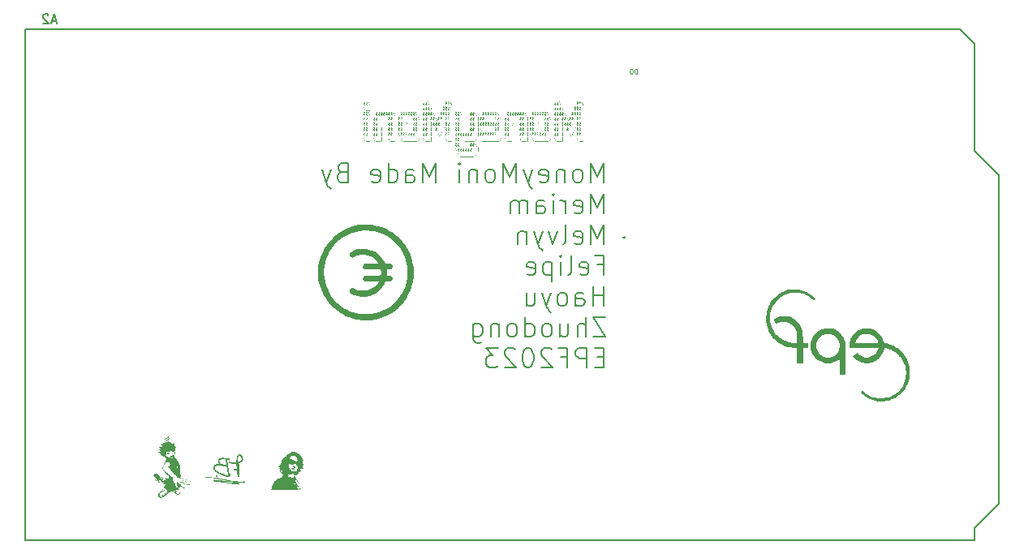
<source format=gbr>
%TF.GenerationSoftware,KiCad,Pcbnew,7.0.5*%
%TF.CreationDate,2023-10-27T13:43:38+01:00*%
%TF.ProjectId,OptiprodV2,4f707469-7072-46f6-9456-322e6b696361,rev?*%
%TF.SameCoordinates,Original*%
%TF.FileFunction,Legend,Bot*%
%TF.FilePolarity,Positive*%
%FSLAX46Y46*%
G04 Gerber Fmt 4.6, Leading zero omitted, Abs format (unit mm)*
G04 Created by KiCad (PCBNEW 7.0.5) date 2023-10-27 13:43:38*
%MOMM*%
%LPD*%
G01*
G04 APERTURE LIST*
%ADD10C,0.150000*%
%ADD11C,0.075000*%
G04 APERTURE END LIST*
D10*
X155889125Y-71867438D02*
X155889125Y-69867438D01*
X155889125Y-69867438D02*
X155222458Y-71296009D01*
X155222458Y-71296009D02*
X154555792Y-69867438D01*
X154555792Y-69867438D02*
X154555792Y-71867438D01*
X153317697Y-71867438D02*
X153508173Y-71772200D01*
X153508173Y-71772200D02*
X153603411Y-71676961D01*
X153603411Y-71676961D02*
X153698649Y-71486485D01*
X153698649Y-71486485D02*
X153698649Y-70915057D01*
X153698649Y-70915057D02*
X153603411Y-70724580D01*
X153603411Y-70724580D02*
X153508173Y-70629342D01*
X153508173Y-70629342D02*
X153317697Y-70534104D01*
X153317697Y-70534104D02*
X153031982Y-70534104D01*
X153031982Y-70534104D02*
X152841506Y-70629342D01*
X152841506Y-70629342D02*
X152746268Y-70724580D01*
X152746268Y-70724580D02*
X152651030Y-70915057D01*
X152651030Y-70915057D02*
X152651030Y-71486485D01*
X152651030Y-71486485D02*
X152746268Y-71676961D01*
X152746268Y-71676961D02*
X152841506Y-71772200D01*
X152841506Y-71772200D02*
X153031982Y-71867438D01*
X153031982Y-71867438D02*
X153317697Y-71867438D01*
X151793887Y-70534104D02*
X151793887Y-71867438D01*
X151793887Y-70724580D02*
X151698649Y-70629342D01*
X151698649Y-70629342D02*
X151508173Y-70534104D01*
X151508173Y-70534104D02*
X151222458Y-70534104D01*
X151222458Y-70534104D02*
X151031982Y-70629342D01*
X151031982Y-70629342D02*
X150936744Y-70819819D01*
X150936744Y-70819819D02*
X150936744Y-71867438D01*
X149222458Y-71772200D02*
X149412934Y-71867438D01*
X149412934Y-71867438D02*
X149793887Y-71867438D01*
X149793887Y-71867438D02*
X149984363Y-71772200D01*
X149984363Y-71772200D02*
X150079601Y-71581723D01*
X150079601Y-71581723D02*
X150079601Y-70819819D01*
X150079601Y-70819819D02*
X149984363Y-70629342D01*
X149984363Y-70629342D02*
X149793887Y-70534104D01*
X149793887Y-70534104D02*
X149412934Y-70534104D01*
X149412934Y-70534104D02*
X149222458Y-70629342D01*
X149222458Y-70629342D02*
X149127220Y-70819819D01*
X149127220Y-70819819D02*
X149127220Y-71010295D01*
X149127220Y-71010295D02*
X150079601Y-71200771D01*
X148460553Y-70534104D02*
X147984363Y-71867438D01*
X147508172Y-70534104D02*
X147984363Y-71867438D01*
X147984363Y-71867438D02*
X148174839Y-72343628D01*
X148174839Y-72343628D02*
X148270077Y-72438866D01*
X148270077Y-72438866D02*
X148460553Y-72534104D01*
X146746267Y-71867438D02*
X146746267Y-69867438D01*
X146746267Y-69867438D02*
X146079600Y-71296009D01*
X146079600Y-71296009D02*
X145412934Y-69867438D01*
X145412934Y-69867438D02*
X145412934Y-71867438D01*
X144174839Y-71867438D02*
X144365315Y-71772200D01*
X144365315Y-71772200D02*
X144460553Y-71676961D01*
X144460553Y-71676961D02*
X144555791Y-71486485D01*
X144555791Y-71486485D02*
X144555791Y-70915057D01*
X144555791Y-70915057D02*
X144460553Y-70724580D01*
X144460553Y-70724580D02*
X144365315Y-70629342D01*
X144365315Y-70629342D02*
X144174839Y-70534104D01*
X144174839Y-70534104D02*
X143889124Y-70534104D01*
X143889124Y-70534104D02*
X143698648Y-70629342D01*
X143698648Y-70629342D02*
X143603410Y-70724580D01*
X143603410Y-70724580D02*
X143508172Y-70915057D01*
X143508172Y-70915057D02*
X143508172Y-71486485D01*
X143508172Y-71486485D02*
X143603410Y-71676961D01*
X143603410Y-71676961D02*
X143698648Y-71772200D01*
X143698648Y-71772200D02*
X143889124Y-71867438D01*
X143889124Y-71867438D02*
X144174839Y-71867438D01*
X142651029Y-70534104D02*
X142651029Y-71867438D01*
X142651029Y-70724580D02*
X142555791Y-70629342D01*
X142555791Y-70629342D02*
X142365315Y-70534104D01*
X142365315Y-70534104D02*
X142079600Y-70534104D01*
X142079600Y-70534104D02*
X141889124Y-70629342D01*
X141889124Y-70629342D02*
X141793886Y-70819819D01*
X141793886Y-70819819D02*
X141793886Y-71867438D01*
X140841505Y-71867438D02*
X140841505Y-70534104D01*
X140841505Y-69867438D02*
X140936743Y-69962676D01*
X140936743Y-69962676D02*
X140841505Y-70057914D01*
X140841505Y-70057914D02*
X140746267Y-69962676D01*
X140746267Y-69962676D02*
X140841505Y-69867438D01*
X140841505Y-69867438D02*
X140841505Y-70057914D01*
X138365314Y-71867438D02*
X138365314Y-69867438D01*
X138365314Y-69867438D02*
X137698647Y-71296009D01*
X137698647Y-71296009D02*
X137031981Y-69867438D01*
X137031981Y-69867438D02*
X137031981Y-71867438D01*
X135222457Y-71867438D02*
X135222457Y-70819819D01*
X135222457Y-70819819D02*
X135317695Y-70629342D01*
X135317695Y-70629342D02*
X135508171Y-70534104D01*
X135508171Y-70534104D02*
X135889124Y-70534104D01*
X135889124Y-70534104D02*
X136079600Y-70629342D01*
X135222457Y-71772200D02*
X135412933Y-71867438D01*
X135412933Y-71867438D02*
X135889124Y-71867438D01*
X135889124Y-71867438D02*
X136079600Y-71772200D01*
X136079600Y-71772200D02*
X136174838Y-71581723D01*
X136174838Y-71581723D02*
X136174838Y-71391247D01*
X136174838Y-71391247D02*
X136079600Y-71200771D01*
X136079600Y-71200771D02*
X135889124Y-71105533D01*
X135889124Y-71105533D02*
X135412933Y-71105533D01*
X135412933Y-71105533D02*
X135222457Y-71010295D01*
X133412933Y-71867438D02*
X133412933Y-69867438D01*
X133412933Y-71772200D02*
X133603409Y-71867438D01*
X133603409Y-71867438D02*
X133984362Y-71867438D01*
X133984362Y-71867438D02*
X134174838Y-71772200D01*
X134174838Y-71772200D02*
X134270076Y-71676961D01*
X134270076Y-71676961D02*
X134365314Y-71486485D01*
X134365314Y-71486485D02*
X134365314Y-70915057D01*
X134365314Y-70915057D02*
X134270076Y-70724580D01*
X134270076Y-70724580D02*
X134174838Y-70629342D01*
X134174838Y-70629342D02*
X133984362Y-70534104D01*
X133984362Y-70534104D02*
X133603409Y-70534104D01*
X133603409Y-70534104D02*
X133412933Y-70629342D01*
X131698647Y-71772200D02*
X131889123Y-71867438D01*
X131889123Y-71867438D02*
X132270076Y-71867438D01*
X132270076Y-71867438D02*
X132460552Y-71772200D01*
X132460552Y-71772200D02*
X132555790Y-71581723D01*
X132555790Y-71581723D02*
X132555790Y-70819819D01*
X132555790Y-70819819D02*
X132460552Y-70629342D01*
X132460552Y-70629342D02*
X132270076Y-70534104D01*
X132270076Y-70534104D02*
X131889123Y-70534104D01*
X131889123Y-70534104D02*
X131698647Y-70629342D01*
X131698647Y-70629342D02*
X131603409Y-70819819D01*
X131603409Y-70819819D02*
X131603409Y-71010295D01*
X131603409Y-71010295D02*
X132555790Y-71200771D01*
X128555789Y-70819819D02*
X128270075Y-70915057D01*
X128270075Y-70915057D02*
X128174837Y-71010295D01*
X128174837Y-71010295D02*
X128079599Y-71200771D01*
X128079599Y-71200771D02*
X128079599Y-71486485D01*
X128079599Y-71486485D02*
X128174837Y-71676961D01*
X128174837Y-71676961D02*
X128270075Y-71772200D01*
X128270075Y-71772200D02*
X128460551Y-71867438D01*
X128460551Y-71867438D02*
X129222456Y-71867438D01*
X129222456Y-71867438D02*
X129222456Y-69867438D01*
X129222456Y-69867438D02*
X128555789Y-69867438D01*
X128555789Y-69867438D02*
X128365313Y-69962676D01*
X128365313Y-69962676D02*
X128270075Y-70057914D01*
X128270075Y-70057914D02*
X128174837Y-70248390D01*
X128174837Y-70248390D02*
X128174837Y-70438866D01*
X128174837Y-70438866D02*
X128270075Y-70629342D01*
X128270075Y-70629342D02*
X128365313Y-70724580D01*
X128365313Y-70724580D02*
X128555789Y-70819819D01*
X128555789Y-70819819D02*
X129222456Y-70819819D01*
X127412932Y-70534104D02*
X126936742Y-71867438D01*
X126460551Y-70534104D02*
X126936742Y-71867438D01*
X126936742Y-71867438D02*
X127127218Y-72343628D01*
X127127218Y-72343628D02*
X127222456Y-72438866D01*
X127222456Y-72438866D02*
X127412932Y-72534104D01*
X155889125Y-75087438D02*
X155889125Y-73087438D01*
X155889125Y-73087438D02*
X155222458Y-74516009D01*
X155222458Y-74516009D02*
X154555792Y-73087438D01*
X154555792Y-73087438D02*
X154555792Y-75087438D01*
X152841506Y-74992200D02*
X153031982Y-75087438D01*
X153031982Y-75087438D02*
X153412935Y-75087438D01*
X153412935Y-75087438D02*
X153603411Y-74992200D01*
X153603411Y-74992200D02*
X153698649Y-74801723D01*
X153698649Y-74801723D02*
X153698649Y-74039819D01*
X153698649Y-74039819D02*
X153603411Y-73849342D01*
X153603411Y-73849342D02*
X153412935Y-73754104D01*
X153412935Y-73754104D02*
X153031982Y-73754104D01*
X153031982Y-73754104D02*
X152841506Y-73849342D01*
X152841506Y-73849342D02*
X152746268Y-74039819D01*
X152746268Y-74039819D02*
X152746268Y-74230295D01*
X152746268Y-74230295D02*
X153698649Y-74420771D01*
X151889125Y-75087438D02*
X151889125Y-73754104D01*
X151889125Y-74135057D02*
X151793887Y-73944580D01*
X151793887Y-73944580D02*
X151698649Y-73849342D01*
X151698649Y-73849342D02*
X151508173Y-73754104D01*
X151508173Y-73754104D02*
X151317696Y-73754104D01*
X150651030Y-75087438D02*
X150651030Y-73754104D01*
X150651030Y-73087438D02*
X150746268Y-73182676D01*
X150746268Y-73182676D02*
X150651030Y-73277914D01*
X150651030Y-73277914D02*
X150555792Y-73182676D01*
X150555792Y-73182676D02*
X150651030Y-73087438D01*
X150651030Y-73087438D02*
X150651030Y-73277914D01*
X148841506Y-75087438D02*
X148841506Y-74039819D01*
X148841506Y-74039819D02*
X148936744Y-73849342D01*
X148936744Y-73849342D02*
X149127220Y-73754104D01*
X149127220Y-73754104D02*
X149508173Y-73754104D01*
X149508173Y-73754104D02*
X149698649Y-73849342D01*
X148841506Y-74992200D02*
X149031982Y-75087438D01*
X149031982Y-75087438D02*
X149508173Y-75087438D01*
X149508173Y-75087438D02*
X149698649Y-74992200D01*
X149698649Y-74992200D02*
X149793887Y-74801723D01*
X149793887Y-74801723D02*
X149793887Y-74611247D01*
X149793887Y-74611247D02*
X149698649Y-74420771D01*
X149698649Y-74420771D02*
X149508173Y-74325533D01*
X149508173Y-74325533D02*
X149031982Y-74325533D01*
X149031982Y-74325533D02*
X148841506Y-74230295D01*
X147889125Y-75087438D02*
X147889125Y-73754104D01*
X147889125Y-73944580D02*
X147793887Y-73849342D01*
X147793887Y-73849342D02*
X147603411Y-73754104D01*
X147603411Y-73754104D02*
X147317696Y-73754104D01*
X147317696Y-73754104D02*
X147127220Y-73849342D01*
X147127220Y-73849342D02*
X147031982Y-74039819D01*
X147031982Y-74039819D02*
X147031982Y-75087438D01*
X147031982Y-74039819D02*
X146936744Y-73849342D01*
X146936744Y-73849342D02*
X146746268Y-73754104D01*
X146746268Y-73754104D02*
X146460554Y-73754104D01*
X146460554Y-73754104D02*
X146270077Y-73849342D01*
X146270077Y-73849342D02*
X146174839Y-74039819D01*
X146174839Y-74039819D02*
X146174839Y-75087438D01*
X155889125Y-78307438D02*
X155889125Y-76307438D01*
X155889125Y-76307438D02*
X155222458Y-77736009D01*
X155222458Y-77736009D02*
X154555792Y-76307438D01*
X154555792Y-76307438D02*
X154555792Y-78307438D01*
X152841506Y-78212200D02*
X153031982Y-78307438D01*
X153031982Y-78307438D02*
X153412935Y-78307438D01*
X153412935Y-78307438D02*
X153603411Y-78212200D01*
X153603411Y-78212200D02*
X153698649Y-78021723D01*
X153698649Y-78021723D02*
X153698649Y-77259819D01*
X153698649Y-77259819D02*
X153603411Y-77069342D01*
X153603411Y-77069342D02*
X153412935Y-76974104D01*
X153412935Y-76974104D02*
X153031982Y-76974104D01*
X153031982Y-76974104D02*
X152841506Y-77069342D01*
X152841506Y-77069342D02*
X152746268Y-77259819D01*
X152746268Y-77259819D02*
X152746268Y-77450295D01*
X152746268Y-77450295D02*
X153698649Y-77640771D01*
X151603411Y-78307438D02*
X151793887Y-78212200D01*
X151793887Y-78212200D02*
X151889125Y-78021723D01*
X151889125Y-78021723D02*
X151889125Y-76307438D01*
X151031982Y-76974104D02*
X150555792Y-78307438D01*
X150555792Y-78307438D02*
X150079601Y-76974104D01*
X149508172Y-76974104D02*
X149031982Y-78307438D01*
X148555791Y-76974104D02*
X149031982Y-78307438D01*
X149031982Y-78307438D02*
X149222458Y-78783628D01*
X149222458Y-78783628D02*
X149317696Y-78878866D01*
X149317696Y-78878866D02*
X149508172Y-78974104D01*
X147793886Y-76974104D02*
X147793886Y-78307438D01*
X147793886Y-77164580D02*
X147698648Y-77069342D01*
X147698648Y-77069342D02*
X147508172Y-76974104D01*
X147508172Y-76974104D02*
X147222457Y-76974104D01*
X147222457Y-76974104D02*
X147031981Y-77069342D01*
X147031981Y-77069342D02*
X146936743Y-77259819D01*
X146936743Y-77259819D02*
X146936743Y-78307438D01*
X155222458Y-80479819D02*
X155889125Y-80479819D01*
X155889125Y-81527438D02*
X155889125Y-79527438D01*
X155889125Y-79527438D02*
X154936744Y-79527438D01*
X153412934Y-81432200D02*
X153603410Y-81527438D01*
X153603410Y-81527438D02*
X153984363Y-81527438D01*
X153984363Y-81527438D02*
X154174839Y-81432200D01*
X154174839Y-81432200D02*
X154270077Y-81241723D01*
X154270077Y-81241723D02*
X154270077Y-80479819D01*
X154270077Y-80479819D02*
X154174839Y-80289342D01*
X154174839Y-80289342D02*
X153984363Y-80194104D01*
X153984363Y-80194104D02*
X153603410Y-80194104D01*
X153603410Y-80194104D02*
X153412934Y-80289342D01*
X153412934Y-80289342D02*
X153317696Y-80479819D01*
X153317696Y-80479819D02*
X153317696Y-80670295D01*
X153317696Y-80670295D02*
X154270077Y-80860771D01*
X152174839Y-81527438D02*
X152365315Y-81432200D01*
X152365315Y-81432200D02*
X152460553Y-81241723D01*
X152460553Y-81241723D02*
X152460553Y-79527438D01*
X151412934Y-81527438D02*
X151412934Y-80194104D01*
X151412934Y-79527438D02*
X151508172Y-79622676D01*
X151508172Y-79622676D02*
X151412934Y-79717914D01*
X151412934Y-79717914D02*
X151317696Y-79622676D01*
X151317696Y-79622676D02*
X151412934Y-79527438D01*
X151412934Y-79527438D02*
X151412934Y-79717914D01*
X150460553Y-80194104D02*
X150460553Y-82194104D01*
X150460553Y-80289342D02*
X150270077Y-80194104D01*
X150270077Y-80194104D02*
X149889124Y-80194104D01*
X149889124Y-80194104D02*
X149698648Y-80289342D01*
X149698648Y-80289342D02*
X149603410Y-80384580D01*
X149603410Y-80384580D02*
X149508172Y-80575057D01*
X149508172Y-80575057D02*
X149508172Y-81146485D01*
X149508172Y-81146485D02*
X149603410Y-81336961D01*
X149603410Y-81336961D02*
X149698648Y-81432200D01*
X149698648Y-81432200D02*
X149889124Y-81527438D01*
X149889124Y-81527438D02*
X150270077Y-81527438D01*
X150270077Y-81527438D02*
X150460553Y-81432200D01*
X147889124Y-81432200D02*
X148079600Y-81527438D01*
X148079600Y-81527438D02*
X148460553Y-81527438D01*
X148460553Y-81527438D02*
X148651029Y-81432200D01*
X148651029Y-81432200D02*
X148746267Y-81241723D01*
X148746267Y-81241723D02*
X148746267Y-80479819D01*
X148746267Y-80479819D02*
X148651029Y-80289342D01*
X148651029Y-80289342D02*
X148460553Y-80194104D01*
X148460553Y-80194104D02*
X148079600Y-80194104D01*
X148079600Y-80194104D02*
X147889124Y-80289342D01*
X147889124Y-80289342D02*
X147793886Y-80479819D01*
X147793886Y-80479819D02*
X147793886Y-80670295D01*
X147793886Y-80670295D02*
X148746267Y-80860771D01*
X155889125Y-84747438D02*
X155889125Y-82747438D01*
X155889125Y-83699819D02*
X154746268Y-83699819D01*
X154746268Y-84747438D02*
X154746268Y-82747438D01*
X152936744Y-84747438D02*
X152936744Y-83699819D01*
X152936744Y-83699819D02*
X153031982Y-83509342D01*
X153031982Y-83509342D02*
X153222458Y-83414104D01*
X153222458Y-83414104D02*
X153603411Y-83414104D01*
X153603411Y-83414104D02*
X153793887Y-83509342D01*
X152936744Y-84652200D02*
X153127220Y-84747438D01*
X153127220Y-84747438D02*
X153603411Y-84747438D01*
X153603411Y-84747438D02*
X153793887Y-84652200D01*
X153793887Y-84652200D02*
X153889125Y-84461723D01*
X153889125Y-84461723D02*
X153889125Y-84271247D01*
X153889125Y-84271247D02*
X153793887Y-84080771D01*
X153793887Y-84080771D02*
X153603411Y-83985533D01*
X153603411Y-83985533D02*
X153127220Y-83985533D01*
X153127220Y-83985533D02*
X152936744Y-83890295D01*
X151698649Y-84747438D02*
X151889125Y-84652200D01*
X151889125Y-84652200D02*
X151984363Y-84556961D01*
X151984363Y-84556961D02*
X152079601Y-84366485D01*
X152079601Y-84366485D02*
X152079601Y-83795057D01*
X152079601Y-83795057D02*
X151984363Y-83604580D01*
X151984363Y-83604580D02*
X151889125Y-83509342D01*
X151889125Y-83509342D02*
X151698649Y-83414104D01*
X151698649Y-83414104D02*
X151412934Y-83414104D01*
X151412934Y-83414104D02*
X151222458Y-83509342D01*
X151222458Y-83509342D02*
X151127220Y-83604580D01*
X151127220Y-83604580D02*
X151031982Y-83795057D01*
X151031982Y-83795057D02*
X151031982Y-84366485D01*
X151031982Y-84366485D02*
X151127220Y-84556961D01*
X151127220Y-84556961D02*
X151222458Y-84652200D01*
X151222458Y-84652200D02*
X151412934Y-84747438D01*
X151412934Y-84747438D02*
X151698649Y-84747438D01*
X150365315Y-83414104D02*
X149889125Y-84747438D01*
X149412934Y-83414104D02*
X149889125Y-84747438D01*
X149889125Y-84747438D02*
X150079601Y-85223628D01*
X150079601Y-85223628D02*
X150174839Y-85318866D01*
X150174839Y-85318866D02*
X150365315Y-85414104D01*
X147793886Y-83414104D02*
X147793886Y-84747438D01*
X148651029Y-83414104D02*
X148651029Y-84461723D01*
X148651029Y-84461723D02*
X148555791Y-84652200D01*
X148555791Y-84652200D02*
X148365315Y-84747438D01*
X148365315Y-84747438D02*
X148079600Y-84747438D01*
X148079600Y-84747438D02*
X147889124Y-84652200D01*
X147889124Y-84652200D02*
X147793886Y-84556961D01*
X156079601Y-85967438D02*
X154746268Y-85967438D01*
X154746268Y-85967438D02*
X156079601Y-87967438D01*
X156079601Y-87967438D02*
X154746268Y-87967438D01*
X153984363Y-87967438D02*
X153984363Y-85967438D01*
X153127220Y-87967438D02*
X153127220Y-86919819D01*
X153127220Y-86919819D02*
X153222458Y-86729342D01*
X153222458Y-86729342D02*
X153412934Y-86634104D01*
X153412934Y-86634104D02*
X153698649Y-86634104D01*
X153698649Y-86634104D02*
X153889125Y-86729342D01*
X153889125Y-86729342D02*
X153984363Y-86824580D01*
X151317696Y-86634104D02*
X151317696Y-87967438D01*
X152174839Y-86634104D02*
X152174839Y-87681723D01*
X152174839Y-87681723D02*
X152079601Y-87872200D01*
X152079601Y-87872200D02*
X151889125Y-87967438D01*
X151889125Y-87967438D02*
X151603410Y-87967438D01*
X151603410Y-87967438D02*
X151412934Y-87872200D01*
X151412934Y-87872200D02*
X151317696Y-87776961D01*
X150079601Y-87967438D02*
X150270077Y-87872200D01*
X150270077Y-87872200D02*
X150365315Y-87776961D01*
X150365315Y-87776961D02*
X150460553Y-87586485D01*
X150460553Y-87586485D02*
X150460553Y-87015057D01*
X150460553Y-87015057D02*
X150365315Y-86824580D01*
X150365315Y-86824580D02*
X150270077Y-86729342D01*
X150270077Y-86729342D02*
X150079601Y-86634104D01*
X150079601Y-86634104D02*
X149793886Y-86634104D01*
X149793886Y-86634104D02*
X149603410Y-86729342D01*
X149603410Y-86729342D02*
X149508172Y-86824580D01*
X149508172Y-86824580D02*
X149412934Y-87015057D01*
X149412934Y-87015057D02*
X149412934Y-87586485D01*
X149412934Y-87586485D02*
X149508172Y-87776961D01*
X149508172Y-87776961D02*
X149603410Y-87872200D01*
X149603410Y-87872200D02*
X149793886Y-87967438D01*
X149793886Y-87967438D02*
X150079601Y-87967438D01*
X147698648Y-87967438D02*
X147698648Y-85967438D01*
X147698648Y-87872200D02*
X147889124Y-87967438D01*
X147889124Y-87967438D02*
X148270077Y-87967438D01*
X148270077Y-87967438D02*
X148460553Y-87872200D01*
X148460553Y-87872200D02*
X148555791Y-87776961D01*
X148555791Y-87776961D02*
X148651029Y-87586485D01*
X148651029Y-87586485D02*
X148651029Y-87015057D01*
X148651029Y-87015057D02*
X148555791Y-86824580D01*
X148555791Y-86824580D02*
X148460553Y-86729342D01*
X148460553Y-86729342D02*
X148270077Y-86634104D01*
X148270077Y-86634104D02*
X147889124Y-86634104D01*
X147889124Y-86634104D02*
X147698648Y-86729342D01*
X146460553Y-87967438D02*
X146651029Y-87872200D01*
X146651029Y-87872200D02*
X146746267Y-87776961D01*
X146746267Y-87776961D02*
X146841505Y-87586485D01*
X146841505Y-87586485D02*
X146841505Y-87015057D01*
X146841505Y-87015057D02*
X146746267Y-86824580D01*
X146746267Y-86824580D02*
X146651029Y-86729342D01*
X146651029Y-86729342D02*
X146460553Y-86634104D01*
X146460553Y-86634104D02*
X146174838Y-86634104D01*
X146174838Y-86634104D02*
X145984362Y-86729342D01*
X145984362Y-86729342D02*
X145889124Y-86824580D01*
X145889124Y-86824580D02*
X145793886Y-87015057D01*
X145793886Y-87015057D02*
X145793886Y-87586485D01*
X145793886Y-87586485D02*
X145889124Y-87776961D01*
X145889124Y-87776961D02*
X145984362Y-87872200D01*
X145984362Y-87872200D02*
X146174838Y-87967438D01*
X146174838Y-87967438D02*
X146460553Y-87967438D01*
X144936743Y-86634104D02*
X144936743Y-87967438D01*
X144936743Y-86824580D02*
X144841505Y-86729342D01*
X144841505Y-86729342D02*
X144651029Y-86634104D01*
X144651029Y-86634104D02*
X144365314Y-86634104D01*
X144365314Y-86634104D02*
X144174838Y-86729342D01*
X144174838Y-86729342D02*
X144079600Y-86919819D01*
X144079600Y-86919819D02*
X144079600Y-87967438D01*
X142270076Y-86634104D02*
X142270076Y-88253152D01*
X142270076Y-88253152D02*
X142365314Y-88443628D01*
X142365314Y-88443628D02*
X142460552Y-88538866D01*
X142460552Y-88538866D02*
X142651029Y-88634104D01*
X142651029Y-88634104D02*
X142936743Y-88634104D01*
X142936743Y-88634104D02*
X143127219Y-88538866D01*
X142270076Y-87872200D02*
X142460552Y-87967438D01*
X142460552Y-87967438D02*
X142841505Y-87967438D01*
X142841505Y-87967438D02*
X143031981Y-87872200D01*
X143031981Y-87872200D02*
X143127219Y-87776961D01*
X143127219Y-87776961D02*
X143222457Y-87586485D01*
X143222457Y-87586485D02*
X143222457Y-87015057D01*
X143222457Y-87015057D02*
X143127219Y-86824580D01*
X143127219Y-86824580D02*
X143031981Y-86729342D01*
X143031981Y-86729342D02*
X142841505Y-86634104D01*
X142841505Y-86634104D02*
X142460552Y-86634104D01*
X142460552Y-86634104D02*
X142270076Y-86729342D01*
X155889125Y-90139819D02*
X155222458Y-90139819D01*
X154936744Y-91187438D02*
X155889125Y-91187438D01*
X155889125Y-91187438D02*
X155889125Y-89187438D01*
X155889125Y-89187438D02*
X154936744Y-89187438D01*
X154079601Y-91187438D02*
X154079601Y-89187438D01*
X154079601Y-89187438D02*
X153317696Y-89187438D01*
X153317696Y-89187438D02*
X153127220Y-89282676D01*
X153127220Y-89282676D02*
X153031982Y-89377914D01*
X153031982Y-89377914D02*
X152936744Y-89568390D01*
X152936744Y-89568390D02*
X152936744Y-89854104D01*
X152936744Y-89854104D02*
X153031982Y-90044580D01*
X153031982Y-90044580D02*
X153127220Y-90139819D01*
X153127220Y-90139819D02*
X153317696Y-90235057D01*
X153317696Y-90235057D02*
X154079601Y-90235057D01*
X151412934Y-90139819D02*
X152079601Y-90139819D01*
X152079601Y-91187438D02*
X152079601Y-89187438D01*
X152079601Y-89187438D02*
X151127220Y-89187438D01*
X150460553Y-89377914D02*
X150365315Y-89282676D01*
X150365315Y-89282676D02*
X150174839Y-89187438D01*
X150174839Y-89187438D02*
X149698648Y-89187438D01*
X149698648Y-89187438D02*
X149508172Y-89282676D01*
X149508172Y-89282676D02*
X149412934Y-89377914D01*
X149412934Y-89377914D02*
X149317696Y-89568390D01*
X149317696Y-89568390D02*
X149317696Y-89758866D01*
X149317696Y-89758866D02*
X149412934Y-90044580D01*
X149412934Y-90044580D02*
X150555791Y-91187438D01*
X150555791Y-91187438D02*
X149317696Y-91187438D01*
X148079601Y-89187438D02*
X147889124Y-89187438D01*
X147889124Y-89187438D02*
X147698648Y-89282676D01*
X147698648Y-89282676D02*
X147603410Y-89377914D01*
X147603410Y-89377914D02*
X147508172Y-89568390D01*
X147508172Y-89568390D02*
X147412934Y-89949342D01*
X147412934Y-89949342D02*
X147412934Y-90425533D01*
X147412934Y-90425533D02*
X147508172Y-90806485D01*
X147508172Y-90806485D02*
X147603410Y-90996961D01*
X147603410Y-90996961D02*
X147698648Y-91092200D01*
X147698648Y-91092200D02*
X147889124Y-91187438D01*
X147889124Y-91187438D02*
X148079601Y-91187438D01*
X148079601Y-91187438D02*
X148270077Y-91092200D01*
X148270077Y-91092200D02*
X148365315Y-90996961D01*
X148365315Y-90996961D02*
X148460553Y-90806485D01*
X148460553Y-90806485D02*
X148555791Y-90425533D01*
X148555791Y-90425533D02*
X148555791Y-89949342D01*
X148555791Y-89949342D02*
X148460553Y-89568390D01*
X148460553Y-89568390D02*
X148365315Y-89377914D01*
X148365315Y-89377914D02*
X148270077Y-89282676D01*
X148270077Y-89282676D02*
X148079601Y-89187438D01*
X146651029Y-89377914D02*
X146555791Y-89282676D01*
X146555791Y-89282676D02*
X146365315Y-89187438D01*
X146365315Y-89187438D02*
X145889124Y-89187438D01*
X145889124Y-89187438D02*
X145698648Y-89282676D01*
X145698648Y-89282676D02*
X145603410Y-89377914D01*
X145603410Y-89377914D02*
X145508172Y-89568390D01*
X145508172Y-89568390D02*
X145508172Y-89758866D01*
X145508172Y-89758866D02*
X145603410Y-90044580D01*
X145603410Y-90044580D02*
X146746267Y-91187438D01*
X146746267Y-91187438D02*
X145508172Y-91187438D01*
X144841505Y-89187438D02*
X143603410Y-89187438D01*
X143603410Y-89187438D02*
X144270077Y-89949342D01*
X144270077Y-89949342D02*
X143984362Y-89949342D01*
X143984362Y-89949342D02*
X143793886Y-90044580D01*
X143793886Y-90044580D02*
X143698648Y-90139819D01*
X143698648Y-90139819D02*
X143603410Y-90330295D01*
X143603410Y-90330295D02*
X143603410Y-90806485D01*
X143603410Y-90806485D02*
X143698648Y-90996961D01*
X143698648Y-90996961D02*
X143793886Y-91092200D01*
X143793886Y-91092200D02*
X143984362Y-91187438D01*
X143984362Y-91187438D02*
X144555791Y-91187438D01*
X144555791Y-91187438D02*
X144746267Y-91092200D01*
X144746267Y-91092200D02*
X144841505Y-90996961D01*
%TO.C,A2*%
X98758285Y-55033104D02*
X98282095Y-55033104D01*
X98853523Y-55318819D02*
X98520190Y-54318819D01*
X98520190Y-54318819D02*
X98186857Y-55318819D01*
X97901142Y-54414057D02*
X97853523Y-54366438D01*
X97853523Y-54366438D02*
X97758285Y-54318819D01*
X97758285Y-54318819D02*
X97520190Y-54318819D01*
X97520190Y-54318819D02*
X97424952Y-54366438D01*
X97424952Y-54366438D02*
X97377333Y-54414057D01*
X97377333Y-54414057D02*
X97329714Y-54509295D01*
X97329714Y-54509295D02*
X97329714Y-54604533D01*
X97329714Y-54604533D02*
X97377333Y-54747390D01*
X97377333Y-54747390D02*
X97948761Y-55318819D01*
X97948761Y-55318819D02*
X97329714Y-55318819D01*
D11*
X159373047Y-60552409D02*
X159373047Y-60052409D01*
X159373047Y-60052409D02*
X159253999Y-60052409D01*
X159253999Y-60052409D02*
X159182571Y-60076219D01*
X159182571Y-60076219D02*
X159134952Y-60123838D01*
X159134952Y-60123838D02*
X159111142Y-60171457D01*
X159111142Y-60171457D02*
X159087333Y-60266695D01*
X159087333Y-60266695D02*
X159087333Y-60338123D01*
X159087333Y-60338123D02*
X159111142Y-60433361D01*
X159111142Y-60433361D02*
X159134952Y-60480980D01*
X159134952Y-60480980D02*
X159182571Y-60528600D01*
X159182571Y-60528600D02*
X159253999Y-60552409D01*
X159253999Y-60552409D02*
X159373047Y-60552409D01*
X158777809Y-60052409D02*
X158730190Y-60052409D01*
X158730190Y-60052409D02*
X158682571Y-60076219D01*
X158682571Y-60076219D02*
X158658761Y-60100028D01*
X158658761Y-60100028D02*
X158634952Y-60147647D01*
X158634952Y-60147647D02*
X158611142Y-60242885D01*
X158611142Y-60242885D02*
X158611142Y-60361933D01*
X158611142Y-60361933D02*
X158634952Y-60457171D01*
X158634952Y-60457171D02*
X158658761Y-60504790D01*
X158658761Y-60504790D02*
X158682571Y-60528600D01*
X158682571Y-60528600D02*
X158730190Y-60552409D01*
X158730190Y-60552409D02*
X158777809Y-60552409D01*
X158777809Y-60552409D02*
X158825428Y-60528600D01*
X158825428Y-60528600D02*
X158849237Y-60504790D01*
X158849237Y-60504790D02*
X158873047Y-60457171D01*
X158873047Y-60457171D02*
X158896856Y-60361933D01*
X158896856Y-60361933D02*
X158896856Y-60242885D01*
X158896856Y-60242885D02*
X158873047Y-60147647D01*
X158873047Y-60147647D02*
X158849237Y-60100028D01*
X158849237Y-60100028D02*
X158825428Y-60076219D01*
X158825428Y-60076219D02*
X158777809Y-60052409D01*
D10*
X157988000Y-77575580D02*
X158035619Y-77623200D01*
X158035619Y-77623200D02*
X157988000Y-77670819D01*
X157988000Y-77670819D02*
X157940381Y-77623200D01*
X157940381Y-77623200D02*
X157988000Y-77575580D01*
X157988000Y-77575580D02*
X157988000Y-77670819D01*
%TO.C,G\u002A\u002A\u002Ahjgugctyv*%
G36*
X141748087Y-69218564D02*
G01*
X141920522Y-69219112D01*
X142067462Y-69220146D01*
X142188531Y-69221657D01*
X142283352Y-69223640D01*
X142351548Y-69226088D01*
X142392743Y-69228993D01*
X142406558Y-69232349D01*
X142401302Y-69234471D01*
X142370570Y-69237550D01*
X142312691Y-69240174D01*
X142228042Y-69242336D01*
X142117000Y-69244029D01*
X141979943Y-69245247D01*
X141817248Y-69245983D01*
X141629290Y-69246229D01*
X141510493Y-69246135D01*
X141338058Y-69245587D01*
X141191118Y-69244553D01*
X141070049Y-69243041D01*
X140975228Y-69241059D01*
X140907032Y-69238611D01*
X140865837Y-69235706D01*
X140852022Y-69232349D01*
X140857278Y-69230228D01*
X140888011Y-69227149D01*
X140945890Y-69224525D01*
X141030538Y-69222363D01*
X141141580Y-69220670D01*
X141278637Y-69219452D01*
X141441333Y-69218716D01*
X141629290Y-69218470D01*
X141748087Y-69218564D01*
G37*
G36*
X142617483Y-68816455D02*
G01*
X142628634Y-68822239D01*
X142623682Y-68836768D01*
X142610188Y-68871715D01*
X142590212Y-68921838D01*
X142565817Y-68981895D01*
X142542011Y-69040193D01*
X142518495Y-69098136D01*
X142500212Y-69143576D01*
X142489822Y-69169928D01*
X142475981Y-69193005D01*
X142456807Y-69204590D01*
X142452737Y-69201863D01*
X142453099Y-69184016D01*
X142463080Y-69147617D01*
X142483340Y-69090444D01*
X142514540Y-69010273D01*
X142525251Y-68983813D01*
X142554218Y-68916106D01*
X142579317Y-68863014D01*
X142598663Y-68828357D01*
X142610372Y-68815956D01*
X142617483Y-68816455D01*
G37*
G36*
X140667849Y-68828812D02*
G01*
X140684389Y-68859530D01*
X140706717Y-68905760D01*
X140732369Y-68961874D01*
X140758881Y-69022242D01*
X140783790Y-69081238D01*
X140804632Y-69133232D01*
X140818945Y-69172597D01*
X140824263Y-69193704D01*
X140822750Y-69198624D01*
X140807238Y-69201228D01*
X140801539Y-69194925D01*
X140785836Y-69167469D01*
X140764021Y-69123535D01*
X140738594Y-69068806D01*
X140712058Y-69008965D01*
X140686911Y-68949696D01*
X140665657Y-68896681D01*
X140650794Y-68855604D01*
X140644825Y-68832149D01*
X140646089Y-68824543D01*
X140660306Y-68819136D01*
X140667849Y-68828812D01*
G37*
G36*
X142797279Y-68234794D02*
G01*
X142802261Y-68257838D01*
X142805966Y-68305887D01*
X142808275Y-68376931D01*
X142809071Y-68468962D01*
X142808966Y-68504447D01*
X142807611Y-68589140D01*
X142804784Y-68652122D01*
X142800605Y-68691384D01*
X142795192Y-68704918D01*
X142793104Y-68703130D01*
X142788122Y-68680085D01*
X142784418Y-68632036D01*
X142782108Y-68560992D01*
X142781312Y-68468962D01*
X142781417Y-68433476D01*
X142782773Y-68348783D01*
X142785599Y-68285801D01*
X142789778Y-68246539D01*
X142795192Y-68233005D01*
X142797279Y-68234794D01*
G37*
G36*
X142115751Y-68412194D02*
G01*
X142102379Y-68430765D01*
X142073125Y-68455252D01*
X142056706Y-68470320D01*
X142045683Y-68503014D01*
X142045692Y-68505523D01*
X142047900Y-68524481D01*
X142050654Y-68548127D01*
X142066722Y-68568061D01*
X142096770Y-68569038D01*
X142100238Y-68568405D01*
X142123729Y-68568345D01*
X142126216Y-68581505D01*
X142115813Y-68594208D01*
X142088385Y-68605428D01*
X142065777Y-68614548D01*
X142063883Y-68636657D01*
X142065017Y-68653040D01*
X142051324Y-68663278D01*
X142040231Y-68658524D01*
X142031804Y-68636622D01*
X142022904Y-68615273D01*
X141990049Y-68600794D01*
X141950224Y-68583843D01*
X141926126Y-68553251D01*
X141925632Y-68545124D01*
X141967356Y-68545124D01*
X141975078Y-68558812D01*
X141993679Y-68567324D01*
X142010562Y-68554818D01*
X142017924Y-68524481D01*
X142017923Y-68523984D01*
X142014298Y-68494909D01*
X142005744Y-68482841D01*
X141984741Y-68493771D01*
X141968917Y-68519086D01*
X141967356Y-68545124D01*
X141925632Y-68545124D01*
X141923855Y-68515882D01*
X141943579Y-68477422D01*
X141985463Y-68443557D01*
X141990441Y-68439888D01*
X142001052Y-68415098D01*
X141997883Y-68383242D01*
X141994967Y-68377586D01*
X142031804Y-68377586D01*
X142031840Y-68397101D01*
X142033567Y-68420473D01*
X142040754Y-68424567D01*
X142057308Y-68415130D01*
X142064424Y-68407798D01*
X142071156Y-68380791D01*
X142065589Y-68351278D01*
X142049153Y-68333564D01*
X142047768Y-68333187D01*
X142035746Y-68342438D01*
X142031804Y-68377586D01*
X141994967Y-68377586D01*
X141983708Y-68355748D01*
X141961302Y-68344043D01*
X141958744Y-68344001D01*
X141937515Y-68336928D01*
X141939217Y-68322824D01*
X141963409Y-68309025D01*
X141979756Y-68299849D01*
X141984664Y-68280331D01*
X141983437Y-68270193D01*
X141997540Y-68260765D01*
X142006816Y-68262894D01*
X142017924Y-68280080D01*
X142026485Y-68294925D01*
X142052448Y-68308060D01*
X142072118Y-68315599D01*
X142104063Y-68342502D01*
X142120367Y-68377595D01*
X142119941Y-68380791D01*
X142115751Y-68412194D01*
G37*
G36*
X141855113Y-68414034D02*
G01*
X141827296Y-68440081D01*
X141799352Y-68466841D01*
X141788517Y-68491821D01*
X141790783Y-68526410D01*
X141797028Y-68554621D01*
X141797202Y-68555408D01*
X141809124Y-68569848D01*
X141832005Y-68569238D01*
X141857055Y-68569233D01*
X141865246Y-68585322D01*
X141859255Y-68599871D01*
X141831846Y-68607759D01*
X141825726Y-68607880D01*
X141805760Y-68614445D01*
X141805706Y-68635519D01*
X141806687Y-68654776D01*
X141790526Y-68663278D01*
X141777441Y-68658640D01*
X141768088Y-68635519D01*
X141764508Y-68619329D01*
X141749140Y-68607759D01*
X141726385Y-68601153D01*
X141694493Y-68579174D01*
X141668067Y-68550401D01*
X141665216Y-68543541D01*
X141706874Y-68543541D01*
X141714376Y-68554780D01*
X141739409Y-68566120D01*
X141746296Y-68565560D01*
X141758019Y-68554621D01*
X141757169Y-68524481D01*
X141757085Y-68523918D01*
X141749663Y-68494888D01*
X141740452Y-68482841D01*
X141722048Y-68492128D01*
X141707502Y-68516865D01*
X141706874Y-68543541D01*
X141665216Y-68543541D01*
X141657050Y-68523889D01*
X141657397Y-68520232D01*
X141671134Y-68493772D01*
X141698689Y-68466767D01*
X141706681Y-68460585D01*
X141733028Y-68429495D01*
X141740328Y-68390013D01*
X141739667Y-68372146D01*
X141738014Y-68367263D01*
X141770636Y-68367263D01*
X141773093Y-68380145D01*
X141786232Y-68404681D01*
X141803491Y-68410395D01*
X141818213Y-68393600D01*
X141817410Y-68367730D01*
X141801845Y-68341792D01*
X141779346Y-68330164D01*
X141771593Y-68340210D01*
X141770636Y-68367263D01*
X141738014Y-68367263D01*
X141732119Y-68349848D01*
X141712569Y-68344043D01*
X141691167Y-68338423D01*
X141686384Y-68322959D01*
X141705629Y-68307423D01*
X141715253Y-68301527D01*
X141726449Y-68280099D01*
X141727768Y-68271896D01*
X141740328Y-68260765D01*
X141746026Y-68262433D01*
X141754208Y-68279577D01*
X141754371Y-68281226D01*
X141768709Y-68297544D01*
X141799149Y-68311277D01*
X141832778Y-68327441D01*
X141857940Y-68363551D01*
X141859126Y-68366984D01*
X141864313Y-68393190D01*
X141864132Y-68393600D01*
X141855113Y-68414034D01*
G37*
G36*
X141599885Y-68399824D02*
G01*
X141592697Y-68426229D01*
X141567703Y-68443330D01*
X141550505Y-68453128D01*
X141535818Y-68474695D01*
X141532132Y-68512829D01*
X141532168Y-68521651D01*
X141533267Y-68533257D01*
X141535020Y-68551766D01*
X141547101Y-68563884D01*
X141574928Y-68566120D01*
X141593882Y-68568109D01*
X141611554Y-68579533D01*
X141605725Y-68594484D01*
X141576154Y-68605255D01*
X141557775Y-68612266D01*
X141546011Y-68636484D01*
X141543541Y-68651697D01*
X141532132Y-68663278D01*
X141524064Y-68658073D01*
X141518252Y-68635519D01*
X141514380Y-68618881D01*
X141493581Y-68607759D01*
X141451310Y-68595693D01*
X141419639Y-68564708D01*
X141410159Y-68532924D01*
X141451117Y-68532924D01*
X141457569Y-68547543D01*
X141480242Y-68563508D01*
X141480655Y-68563586D01*
X141499054Y-68559182D01*
X141504372Y-68533257D01*
X141501745Y-68509129D01*
X141493299Y-68491516D01*
X141473262Y-68490530D01*
X141455627Y-68507187D01*
X141451117Y-68532924D01*
X141410159Y-68532924D01*
X141407214Y-68523048D01*
X141407484Y-68514541D01*
X141418115Y-68482571D01*
X141449323Y-68457906D01*
X141456985Y-68453407D01*
X141481750Y-68431200D01*
X141484212Y-68406502D01*
X141480309Y-68388886D01*
X141476802Y-68361393D01*
X141471472Y-68351296D01*
X141448853Y-68344043D01*
X141448273Y-68344041D01*
X141424879Y-68337471D01*
X141424852Y-68333458D01*
X141512092Y-68333458D01*
X141512949Y-68349123D01*
X141517615Y-68380042D01*
X141527719Y-68409487D01*
X141542541Y-68417054D01*
X141552515Y-68409320D01*
X141559472Y-68384403D01*
X141554023Y-68356299D01*
X141537085Y-68338262D01*
X141524787Y-68334235D01*
X141512159Y-68333307D01*
X141512092Y-68333458D01*
X141424852Y-68333458D01*
X141424783Y-68323408D01*
X141448145Y-68309569D01*
X141463031Y-68301073D01*
X141467479Y-68280874D01*
X141466271Y-68269382D01*
X141482067Y-68260765D01*
X141493095Y-68263031D01*
X141504672Y-68278115D01*
X141505024Y-68280319D01*
X141519884Y-68298000D01*
X141549782Y-68316284D01*
X141562016Y-68322458D01*
X141588885Y-68346069D01*
X141598933Y-68382113D01*
X141599056Y-68384403D01*
X141599885Y-68399824D01*
G37*
G36*
X141338483Y-68412194D02*
G01*
X141325112Y-68430765D01*
X141295857Y-68455252D01*
X141279438Y-68470320D01*
X141268416Y-68503014D01*
X141268424Y-68505523D01*
X141270632Y-68524481D01*
X141273386Y-68548127D01*
X141289455Y-68568061D01*
X141319502Y-68569038D01*
X141322970Y-68568405D01*
X141346461Y-68568345D01*
X141348949Y-68581505D01*
X141338545Y-68594208D01*
X141311117Y-68605428D01*
X141288509Y-68614548D01*
X141286615Y-68636657D01*
X141287749Y-68653040D01*
X141274056Y-68663278D01*
X141262963Y-68658524D01*
X141254536Y-68636622D01*
X141245636Y-68615273D01*
X141212781Y-68600794D01*
X141172957Y-68583843D01*
X141148858Y-68553251D01*
X141148364Y-68545124D01*
X141190089Y-68545124D01*
X141197811Y-68558812D01*
X141216412Y-68567324D01*
X141233295Y-68554818D01*
X141240656Y-68524481D01*
X141240655Y-68523984D01*
X141237030Y-68494909D01*
X141228476Y-68482841D01*
X141207474Y-68493771D01*
X141191649Y-68519086D01*
X141190089Y-68545124D01*
X141148364Y-68545124D01*
X141146587Y-68515882D01*
X141166311Y-68477422D01*
X141208195Y-68443557D01*
X141213173Y-68439888D01*
X141223784Y-68415098D01*
X141220615Y-68383242D01*
X141217699Y-68377586D01*
X141254536Y-68377586D01*
X141254572Y-68397101D01*
X141256299Y-68420473D01*
X141263487Y-68424567D01*
X141280040Y-68415130D01*
X141287156Y-68407798D01*
X141293888Y-68380791D01*
X141288321Y-68351278D01*
X141271886Y-68333564D01*
X141270500Y-68333187D01*
X141258478Y-68342438D01*
X141254536Y-68377586D01*
X141217699Y-68377586D01*
X141206440Y-68355748D01*
X141184034Y-68344043D01*
X141181476Y-68344001D01*
X141160247Y-68336928D01*
X141161949Y-68322824D01*
X141186141Y-68309025D01*
X141202488Y-68299849D01*
X141207396Y-68280331D01*
X141206170Y-68270193D01*
X141220272Y-68260765D01*
X141229548Y-68262894D01*
X141240656Y-68280080D01*
X141249218Y-68294925D01*
X141275180Y-68308060D01*
X141294851Y-68315599D01*
X141326795Y-68342502D01*
X141343099Y-68377595D01*
X141342673Y-68380791D01*
X141338483Y-68412194D01*
G37*
G36*
X141077845Y-68414034D02*
G01*
X141050029Y-68440081D01*
X141022085Y-68466841D01*
X141011249Y-68491821D01*
X141013515Y-68526410D01*
X141019760Y-68554621D01*
X141019934Y-68555408D01*
X141031856Y-68569848D01*
X141054738Y-68569238D01*
X141079787Y-68569233D01*
X141087979Y-68585322D01*
X141081987Y-68599871D01*
X141054579Y-68607759D01*
X141048458Y-68607880D01*
X141028492Y-68614445D01*
X141028438Y-68635519D01*
X141029419Y-68654776D01*
X141013259Y-68663278D01*
X141000173Y-68658640D01*
X140990820Y-68635519D01*
X140987240Y-68619329D01*
X140971872Y-68607759D01*
X140949117Y-68601153D01*
X140917225Y-68579174D01*
X140890800Y-68550401D01*
X140887949Y-68543541D01*
X140929607Y-68543541D01*
X140937108Y-68554780D01*
X140962142Y-68566120D01*
X140969028Y-68565560D01*
X140980751Y-68554621D01*
X140979901Y-68524481D01*
X140979817Y-68523918D01*
X140972395Y-68494888D01*
X140963185Y-68482841D01*
X140944780Y-68492128D01*
X140930234Y-68516865D01*
X140929607Y-68543541D01*
X140887949Y-68543541D01*
X140879782Y-68523889D01*
X140880130Y-68520232D01*
X140893866Y-68493772D01*
X140921421Y-68466767D01*
X140929413Y-68460585D01*
X140955761Y-68429495D01*
X140963061Y-68390013D01*
X140962400Y-68372146D01*
X140960747Y-68367263D01*
X140993368Y-68367263D01*
X140995826Y-68380145D01*
X141008964Y-68404681D01*
X141026223Y-68410395D01*
X141040945Y-68393600D01*
X141040143Y-68367730D01*
X141024577Y-68341792D01*
X141002078Y-68330164D01*
X140994325Y-68340210D01*
X140993368Y-68367263D01*
X140960747Y-68367263D01*
X140954851Y-68349848D01*
X140935301Y-68344043D01*
X140913899Y-68338423D01*
X140909116Y-68322959D01*
X140928361Y-68307423D01*
X140937985Y-68301527D01*
X140949181Y-68280099D01*
X140950500Y-68271896D01*
X140963061Y-68260765D01*
X140968759Y-68262433D01*
X140976940Y-68279577D01*
X140977103Y-68281226D01*
X140991441Y-68297544D01*
X141021881Y-68311277D01*
X141055510Y-68327441D01*
X141080673Y-68363551D01*
X141081859Y-68366984D01*
X141087045Y-68393190D01*
X141086864Y-68393600D01*
X141077845Y-68414034D01*
G37*
G36*
X140822617Y-68399824D02*
G01*
X140815430Y-68426229D01*
X140790435Y-68443330D01*
X140773237Y-68453128D01*
X140758550Y-68474695D01*
X140754864Y-68512829D01*
X140754900Y-68521651D01*
X140755999Y-68533257D01*
X140757752Y-68551766D01*
X140769833Y-68563884D01*
X140797660Y-68566120D01*
X140816615Y-68568109D01*
X140834286Y-68579533D01*
X140828457Y-68594484D01*
X140798886Y-68605255D01*
X140780507Y-68612266D01*
X140768744Y-68636484D01*
X140766273Y-68651697D01*
X140754864Y-68663278D01*
X140746797Y-68658073D01*
X140740984Y-68635519D01*
X140737113Y-68618881D01*
X140716313Y-68607759D01*
X140674042Y-68595693D01*
X140642371Y-68564708D01*
X140632891Y-68532924D01*
X140673849Y-68532924D01*
X140680302Y-68547543D01*
X140702974Y-68563508D01*
X140703387Y-68563586D01*
X140721786Y-68559182D01*
X140727104Y-68533257D01*
X140724478Y-68509129D01*
X140716032Y-68491516D01*
X140695995Y-68490530D01*
X140678359Y-68507187D01*
X140673849Y-68532924D01*
X140632891Y-68532924D01*
X140629946Y-68523048D01*
X140630216Y-68514541D01*
X140640847Y-68482571D01*
X140672055Y-68457906D01*
X140679717Y-68453407D01*
X140704482Y-68431200D01*
X140706944Y-68406502D01*
X140703041Y-68388886D01*
X140699534Y-68361393D01*
X140694204Y-68351296D01*
X140671585Y-68344043D01*
X140671006Y-68344041D01*
X140647611Y-68337471D01*
X140647584Y-68333458D01*
X140734824Y-68333458D01*
X140735681Y-68349123D01*
X140740348Y-68380042D01*
X140750452Y-68409487D01*
X140765274Y-68417054D01*
X140775247Y-68409320D01*
X140782204Y-68384403D01*
X140776755Y-68356299D01*
X140759817Y-68338262D01*
X140747519Y-68334235D01*
X140734891Y-68333307D01*
X140734824Y-68333458D01*
X140647584Y-68333458D01*
X140647515Y-68323408D01*
X140670877Y-68309569D01*
X140685763Y-68301073D01*
X140690212Y-68280874D01*
X140689003Y-68269382D01*
X140704800Y-68260765D01*
X140715827Y-68263031D01*
X140727405Y-68278115D01*
X140727756Y-68280319D01*
X140742616Y-68298000D01*
X140772514Y-68316284D01*
X140784748Y-68322458D01*
X140811617Y-68346069D01*
X140821665Y-68382113D01*
X140821788Y-68384403D01*
X140822617Y-68399824D01*
G37*
G36*
X140400084Y-68276975D02*
G01*
X140415018Y-68298619D01*
X140436889Y-68340681D01*
X140463709Y-68399157D01*
X140493487Y-68470048D01*
X140522747Y-68543919D01*
X140543549Y-68600496D01*
X140554480Y-68637003D01*
X140556339Y-68656137D01*
X140549924Y-68660595D01*
X140540084Y-68652805D01*
X140519673Y-68620753D01*
X140492978Y-68566213D01*
X140461230Y-68491533D01*
X140430945Y-68416230D01*
X140407928Y-68357905D01*
X140393259Y-68318298D01*
X140385862Y-68293803D01*
X140384659Y-68280814D01*
X140388572Y-68275725D01*
X140396524Y-68274931D01*
X140400084Y-68276975D01*
G37*
G36*
X141255130Y-67708955D02*
G01*
X141260771Y-67721849D01*
X141264598Y-67747906D01*
X141266934Y-67790773D01*
X141268099Y-67854098D01*
X141268416Y-67941530D01*
X141268117Y-68026911D01*
X141266980Y-68090846D01*
X141264681Y-68134223D01*
X141260898Y-68160690D01*
X141255311Y-68173895D01*
X141247596Y-68177486D01*
X141240062Y-68174104D01*
X141234421Y-68161210D01*
X141230594Y-68135154D01*
X141228258Y-68092287D01*
X141227093Y-68028962D01*
X141226776Y-67941530D01*
X141227075Y-67856149D01*
X141228212Y-67792213D01*
X141230512Y-67748836D01*
X141234294Y-67722369D01*
X141239881Y-67709165D01*
X141247596Y-67705574D01*
X141255130Y-67708955D01*
G37*
G36*
X142469244Y-67747564D02*
G01*
X142477637Y-67752983D01*
X142488014Y-67767184D01*
X142501700Y-67793025D01*
X142520018Y-67833363D01*
X142544293Y-67891053D01*
X142575850Y-67968952D01*
X142616013Y-68069918D01*
X142617549Y-68073817D01*
X142630864Y-68111841D01*
X142632491Y-68130736D01*
X142622996Y-68135847D01*
X142622225Y-68135748D01*
X142608702Y-68121041D01*
X142587683Y-68083533D01*
X142560757Y-68026337D01*
X142529510Y-67952563D01*
X142519588Y-67928114D01*
X142493690Y-67864333D01*
X142472207Y-67811472D01*
X142457145Y-67774464D01*
X142450510Y-67758246D01*
X142450787Y-67753014D01*
X142466404Y-67747213D01*
X142469244Y-67747564D01*
G37*
G36*
X142373473Y-67880472D02*
G01*
X142356632Y-67903053D01*
X142321140Y-67931593D01*
X142305512Y-67953928D01*
X142305365Y-67993579D01*
X142308793Y-68010633D01*
X142319063Y-68029082D01*
X142321220Y-68032957D01*
X142345674Y-68038688D01*
X142366821Y-68042711D01*
X142378798Y-68059508D01*
X142373646Y-68071649D01*
X142351039Y-68080328D01*
X142333094Y-68084890D01*
X142323279Y-68108087D01*
X142323189Y-68111473D01*
X142314738Y-68132683D01*
X142299178Y-68132045D01*
X142285969Y-68109263D01*
X142274207Y-68090725D01*
X142245805Y-68074343D01*
X142226874Y-68067053D01*
X142195381Y-68040205D01*
X142179601Y-68005825D01*
X142228448Y-68005825D01*
X142234829Y-68020110D01*
X142258056Y-68036182D01*
X142268388Y-68037261D01*
X142277276Y-68029082D01*
X142273294Y-68001642D01*
X142265325Y-67972842D01*
X142258636Y-67956335D01*
X142254366Y-67953779D01*
X142241381Y-67961650D01*
X142230665Y-67982405D01*
X142228448Y-68005825D01*
X142179601Y-68005825D01*
X142179245Y-68005050D01*
X142183813Y-67970538D01*
X142197184Y-67951967D01*
X142226439Y-67927480D01*
X142239885Y-67916031D01*
X142253241Y-67887163D01*
X142255380Y-67854469D01*
X142246331Y-67827701D01*
X142242985Y-67825865D01*
X142282615Y-67825865D01*
X142284375Y-67841519D01*
X142293679Y-67876946D01*
X142298041Y-67887276D01*
X142307331Y-67894851D01*
X142323128Y-67879253D01*
X142333830Y-67860643D01*
X142328423Y-67833624D01*
X142327033Y-67831477D01*
X142306217Y-67809999D01*
X142289114Y-67807739D01*
X142282615Y-67825865D01*
X142242985Y-67825865D01*
X142226121Y-67816612D01*
X142204719Y-67810992D01*
X142199936Y-67795527D01*
X142219181Y-67779992D01*
X142228805Y-67774095D01*
X142240000Y-67752668D01*
X142241320Y-67744465D01*
X142253880Y-67733333D01*
X142257164Y-67733696D01*
X142267760Y-67746070D01*
X142269253Y-67749825D01*
X142287487Y-67765674D01*
X142319809Y-67784239D01*
X142329875Y-67789413D01*
X142363405Y-67815092D01*
X142376126Y-67846549D01*
X142376925Y-67855713D01*
X142376238Y-67860643D01*
X142373473Y-67880472D01*
G37*
G36*
X142115751Y-67884762D02*
G01*
X142102379Y-67903333D01*
X142073125Y-67927820D01*
X142056706Y-67942889D01*
X142045683Y-67975582D01*
X142045692Y-67978091D01*
X142047900Y-67997049D01*
X142050654Y-68020695D01*
X142066722Y-68040629D01*
X142096770Y-68041606D01*
X142100238Y-68040973D01*
X142123729Y-68040913D01*
X142126216Y-68054074D01*
X142115813Y-68066776D01*
X142088385Y-68077996D01*
X142065777Y-68087116D01*
X142063883Y-68109226D01*
X142065017Y-68125608D01*
X142051324Y-68135847D01*
X142040231Y-68131092D01*
X142031804Y-68109190D01*
X142022904Y-68087842D01*
X141990049Y-68073362D01*
X141950224Y-68056411D01*
X141926126Y-68025820D01*
X141925632Y-68017692D01*
X141967356Y-68017692D01*
X141975078Y-68031380D01*
X141993679Y-68039892D01*
X142010562Y-68027387D01*
X142017924Y-67997049D01*
X142017923Y-67996552D01*
X142014298Y-67967478D01*
X142005744Y-67955410D01*
X141984741Y-67966339D01*
X141968917Y-67991654D01*
X141967356Y-68017692D01*
X141925632Y-68017692D01*
X141923855Y-67988450D01*
X141943579Y-67949990D01*
X141985463Y-67916126D01*
X141990441Y-67912456D01*
X142001052Y-67887667D01*
X141997883Y-67855810D01*
X141994967Y-67850155D01*
X142031804Y-67850155D01*
X142031840Y-67869669D01*
X142033567Y-67893042D01*
X142040754Y-67897135D01*
X142057308Y-67887698D01*
X142064424Y-67880366D01*
X142071156Y-67853360D01*
X142065589Y-67823846D01*
X142049153Y-67806132D01*
X142047768Y-67805755D01*
X142035746Y-67815007D01*
X142031804Y-67850155D01*
X141994967Y-67850155D01*
X141983708Y-67828316D01*
X141961302Y-67816612D01*
X141958744Y-67816569D01*
X141937515Y-67809497D01*
X141939217Y-67795393D01*
X141963409Y-67781594D01*
X141979756Y-67772417D01*
X141984664Y-67752899D01*
X141983437Y-67742762D01*
X141997540Y-67733333D01*
X142006816Y-67735462D01*
X142017924Y-67752648D01*
X142026485Y-67767494D01*
X142052448Y-67780628D01*
X142072118Y-67788167D01*
X142104063Y-67815070D01*
X142120367Y-67850163D01*
X142119940Y-67853360D01*
X142115751Y-67884762D01*
G37*
G36*
X140822617Y-67872392D02*
G01*
X140815430Y-67898797D01*
X140790435Y-67915898D01*
X140773237Y-67925696D01*
X140758550Y-67947263D01*
X140754864Y-67985397D01*
X140754900Y-67994219D01*
X140755999Y-68005826D01*
X140757752Y-68024335D01*
X140769833Y-68036452D01*
X140797660Y-68038688D01*
X140816615Y-68040677D01*
X140834286Y-68052101D01*
X140828457Y-68067053D01*
X140798886Y-68077823D01*
X140780507Y-68084834D01*
X140768744Y-68109053D01*
X140766273Y-68124265D01*
X140754864Y-68135847D01*
X140746797Y-68130641D01*
X140740984Y-68108087D01*
X140737113Y-68091449D01*
X140716313Y-68080328D01*
X140674042Y-68068262D01*
X140642371Y-68037276D01*
X140632892Y-68005493D01*
X140673849Y-68005493D01*
X140680302Y-68020111D01*
X140702974Y-68036077D01*
X140703387Y-68036155D01*
X140721786Y-68031750D01*
X140727104Y-68005826D01*
X140724478Y-67981697D01*
X140716032Y-67964084D01*
X140695995Y-67963098D01*
X140678359Y-67979755D01*
X140673849Y-68005493D01*
X140632892Y-68005493D01*
X140629946Y-67995616D01*
X140630216Y-67987109D01*
X140640847Y-67955139D01*
X140672055Y-67930474D01*
X140679717Y-67925975D01*
X140704482Y-67903768D01*
X140706944Y-67879071D01*
X140703041Y-67861454D01*
X140699534Y-67833962D01*
X140694204Y-67823865D01*
X140671585Y-67816612D01*
X140671006Y-67816610D01*
X140647611Y-67810039D01*
X140647584Y-67806027D01*
X140734824Y-67806027D01*
X140735681Y-67821692D01*
X140740348Y-67852610D01*
X140750452Y-67882055D01*
X140765274Y-67889623D01*
X140775247Y-67881889D01*
X140782204Y-67856971D01*
X140776755Y-67828867D01*
X140759817Y-67810830D01*
X140747519Y-67806803D01*
X140734891Y-67805875D01*
X140734824Y-67806027D01*
X140647584Y-67806027D01*
X140647515Y-67795976D01*
X140670877Y-67782137D01*
X140685763Y-67773641D01*
X140690212Y-67753442D01*
X140689003Y-67741950D01*
X140704800Y-67733333D01*
X140715827Y-67735599D01*
X140727405Y-67750683D01*
X140727756Y-67752887D01*
X140742616Y-67770569D01*
X140772514Y-67788852D01*
X140784748Y-67795026D01*
X140811617Y-67818637D01*
X140821665Y-67854681D01*
X140821788Y-67856971D01*
X140822617Y-67872392D01*
G37*
G36*
X140561215Y-67884762D02*
G01*
X140547844Y-67903333D01*
X140518589Y-67927820D01*
X140502171Y-67942889D01*
X140491148Y-67975582D01*
X140491156Y-67978091D01*
X140493364Y-67997049D01*
X140496119Y-68020695D01*
X140512187Y-68040629D01*
X140542234Y-68041606D01*
X140545703Y-68040973D01*
X140569193Y-68040913D01*
X140571681Y-68054074D01*
X140561278Y-68066776D01*
X140533849Y-68077996D01*
X140511241Y-68087116D01*
X140509347Y-68109226D01*
X140510481Y-68125608D01*
X140496788Y-68135847D01*
X140485695Y-68131092D01*
X140477268Y-68109190D01*
X140468368Y-68087842D01*
X140435513Y-68073362D01*
X140395689Y-68056411D01*
X140371590Y-68025820D01*
X140371096Y-68017692D01*
X140412821Y-68017692D01*
X140420543Y-68031380D01*
X140439144Y-68039892D01*
X140456027Y-68027387D01*
X140463388Y-67997049D01*
X140463388Y-67996552D01*
X140459762Y-67967478D01*
X140451208Y-67955410D01*
X140430206Y-67966339D01*
X140414381Y-67991654D01*
X140412821Y-68017692D01*
X140371096Y-68017692D01*
X140369320Y-67988450D01*
X140389043Y-67949990D01*
X140430927Y-67916126D01*
X140435905Y-67912456D01*
X140446516Y-67887667D01*
X140443347Y-67855810D01*
X140440431Y-67850155D01*
X140477268Y-67850155D01*
X140477304Y-67869669D01*
X140479031Y-67893042D01*
X140486219Y-67897135D01*
X140502772Y-67887698D01*
X140509888Y-67880366D01*
X140516620Y-67853360D01*
X140511054Y-67823846D01*
X140494618Y-67806132D01*
X140493232Y-67805755D01*
X140481210Y-67815007D01*
X140477268Y-67850155D01*
X140440431Y-67850155D01*
X140429172Y-67828316D01*
X140406766Y-67816612D01*
X140404208Y-67816569D01*
X140382979Y-67809497D01*
X140384682Y-67795393D01*
X140408873Y-67781594D01*
X140425220Y-67772417D01*
X140430128Y-67752899D01*
X140428902Y-67742762D01*
X140443004Y-67733333D01*
X140452280Y-67735462D01*
X140463388Y-67752648D01*
X140471950Y-67767494D01*
X140497912Y-67780628D01*
X140517583Y-67788167D01*
X140549527Y-67815070D01*
X140565831Y-67850163D01*
X140565404Y-67853360D01*
X140561215Y-67884762D01*
G37*
G36*
X153927370Y-67167644D02*
G01*
X153933011Y-67180538D01*
X153936839Y-67206594D01*
X153939174Y-67249461D01*
X153940339Y-67312786D01*
X153940656Y-67400218D01*
X153940358Y-67485600D01*
X153939220Y-67549535D01*
X153936921Y-67592912D01*
X153933139Y-67619379D01*
X153927551Y-67632584D01*
X153919837Y-67636175D01*
X153912303Y-67632793D01*
X153906662Y-67619899D01*
X153902834Y-67593842D01*
X153900499Y-67550976D01*
X153899334Y-67487650D01*
X153899017Y-67400218D01*
X153899315Y-67314837D01*
X153900453Y-67250902D01*
X153902752Y-67207525D01*
X153906534Y-67181058D01*
X153912122Y-67167853D01*
X153919837Y-67164262D01*
X153927370Y-67167644D01*
G37*
G36*
X153585184Y-67608623D02*
G01*
X153671218Y-67610111D01*
X153734890Y-67612950D01*
X153774408Y-67617044D01*
X153787979Y-67622295D01*
X153784137Y-67625213D01*
X153756607Y-67629863D01*
X153704080Y-67633305D01*
X153628348Y-67635441D01*
X153531203Y-67636175D01*
X153477221Y-67635967D01*
X153391187Y-67634479D01*
X153327515Y-67631640D01*
X153287998Y-67627546D01*
X153274427Y-67622295D01*
X153278269Y-67619377D01*
X153305798Y-67614726D01*
X153358325Y-67611285D01*
X153434057Y-67609149D01*
X153531203Y-67608415D01*
X153585184Y-67608623D01*
G37*
G36*
X151595567Y-67167644D02*
G01*
X151601208Y-67180538D01*
X151605036Y-67206594D01*
X151607371Y-67249461D01*
X151608536Y-67312786D01*
X151608853Y-67400218D01*
X151608555Y-67485600D01*
X151607417Y-67549535D01*
X151605118Y-67592912D01*
X151601335Y-67619379D01*
X151595748Y-67632584D01*
X151588033Y-67636175D01*
X151580500Y-67632793D01*
X151574858Y-67619899D01*
X151571031Y-67593842D01*
X151568696Y-67550976D01*
X151567530Y-67487650D01*
X151567214Y-67400218D01*
X151567512Y-67314837D01*
X151568650Y-67250902D01*
X151570949Y-67207525D01*
X151574731Y-67181058D01*
X151580319Y-67167853D01*
X151588033Y-67164262D01*
X151595567Y-67167644D01*
G37*
G36*
X151266577Y-67608661D02*
G01*
X151353005Y-67610187D01*
X151416880Y-67613028D01*
X151456473Y-67617095D01*
X151470055Y-67622295D01*
X151465379Y-67625465D01*
X151436392Y-67630014D01*
X151382403Y-67633376D01*
X151305143Y-67635460D01*
X151206339Y-67636175D01*
X151146101Y-67635929D01*
X151059673Y-67634403D01*
X150995798Y-67631561D01*
X150956205Y-67627495D01*
X150942623Y-67622295D01*
X150947300Y-67619124D01*
X150976287Y-67614576D01*
X151030275Y-67611214D01*
X151107536Y-67609130D01*
X151206339Y-67608415D01*
X151266577Y-67608661D01*
G37*
G36*
X149506885Y-67608509D02*
G01*
X149679319Y-67609058D01*
X149826260Y-67610091D01*
X149947329Y-67611603D01*
X150042150Y-67613586D01*
X150110346Y-67616033D01*
X150151540Y-67618938D01*
X150165356Y-67622295D01*
X150160100Y-67624416D01*
X150129367Y-67627495D01*
X150071488Y-67630119D01*
X149986840Y-67632281D01*
X149875798Y-67633975D01*
X149738741Y-67635192D01*
X149576045Y-67635928D01*
X149388088Y-67636175D01*
X149269291Y-67636081D01*
X149096856Y-67635532D01*
X148949916Y-67634498D01*
X148828847Y-67632987D01*
X148734026Y-67631004D01*
X148665829Y-67628557D01*
X148624635Y-67625651D01*
X148610820Y-67622295D01*
X148616076Y-67620173D01*
X148646808Y-67617094D01*
X148704687Y-67614470D01*
X148789336Y-67612308D01*
X148900378Y-67610615D01*
X149037435Y-67609397D01*
X149200130Y-67608662D01*
X149388088Y-67608415D01*
X149506885Y-67608509D01*
G37*
G36*
X147972944Y-67167644D02*
G01*
X147978585Y-67180538D01*
X147982413Y-67206594D01*
X147984748Y-67249461D01*
X147985913Y-67312786D01*
X147986230Y-67400218D01*
X147985932Y-67485600D01*
X147984794Y-67549535D01*
X147982495Y-67592912D01*
X147978712Y-67619379D01*
X147973125Y-67632584D01*
X147965410Y-67636175D01*
X147957877Y-67632793D01*
X147952235Y-67619899D01*
X147948408Y-67593842D01*
X147946073Y-67550976D01*
X147944907Y-67487650D01*
X147944591Y-67400218D01*
X147944889Y-67314837D01*
X147946027Y-67250902D01*
X147948326Y-67207525D01*
X147952108Y-67181058D01*
X147957696Y-67167853D01*
X147965410Y-67164262D01*
X147972944Y-67167644D01*
G37*
G36*
X147643954Y-67608661D02*
G01*
X147730382Y-67610187D01*
X147794257Y-67613028D01*
X147833850Y-67617095D01*
X147847432Y-67622295D01*
X147842756Y-67625465D01*
X147813769Y-67630014D01*
X147759780Y-67633376D01*
X147682520Y-67635460D01*
X147583716Y-67636175D01*
X147523478Y-67635929D01*
X147437050Y-67634403D01*
X147373175Y-67631561D01*
X147333582Y-67627495D01*
X147320000Y-67622295D01*
X147324677Y-67619124D01*
X147353664Y-67614576D01*
X147407652Y-67611214D01*
X147484913Y-67609130D01*
X147583716Y-67608415D01*
X147643954Y-67608661D01*
G37*
G36*
X146419902Y-67166050D02*
G01*
X146424884Y-67189095D01*
X146428589Y-67237144D01*
X146430898Y-67308188D01*
X146431694Y-67400218D01*
X146431589Y-67435703D01*
X146430234Y-67520397D01*
X146427407Y-67583379D01*
X146423228Y-67622641D01*
X146417815Y-67636175D01*
X146415727Y-67634386D01*
X146410745Y-67611342D01*
X146407041Y-67563293D01*
X146404731Y-67492249D01*
X146403935Y-67400218D01*
X146404040Y-67364733D01*
X146405396Y-67280040D01*
X146408222Y-67217058D01*
X146412401Y-67177796D01*
X146417815Y-67164262D01*
X146419902Y-67166050D01*
G37*
G36*
X146089419Y-67608661D02*
G01*
X146175847Y-67610187D01*
X146239722Y-67613028D01*
X146279315Y-67617095D01*
X146292897Y-67622295D01*
X146288220Y-67625465D01*
X146259233Y-67630014D01*
X146205245Y-67633376D01*
X146127984Y-67635460D01*
X146029181Y-67636175D01*
X145968943Y-67635929D01*
X145882515Y-67634403D01*
X145818640Y-67631561D01*
X145779047Y-67627495D01*
X145765465Y-67622295D01*
X145770141Y-67619124D01*
X145799128Y-67614576D01*
X145853117Y-67611214D01*
X145930377Y-67609130D01*
X146029181Y-67608415D01*
X146089419Y-67608661D01*
G37*
G36*
X144139482Y-67608425D02*
G01*
X144339200Y-67608727D01*
X144513264Y-67609447D01*
X144661372Y-67610581D01*
X144783225Y-67612124D01*
X144878522Y-67614072D01*
X144946964Y-67616419D01*
X144988249Y-67619162D01*
X145002077Y-67622295D01*
X145001429Y-67623005D01*
X144981638Y-67626054D01*
X144934455Y-67628712D01*
X144860181Y-67630973D01*
X144759116Y-67632833D01*
X144631560Y-67634288D01*
X144477814Y-67635333D01*
X144298178Y-67635964D01*
X144092951Y-67636175D01*
X144046421Y-67636165D01*
X143846702Y-67635863D01*
X143672639Y-67635142D01*
X143524530Y-67634008D01*
X143402677Y-67632465D01*
X143307380Y-67630518D01*
X143238939Y-67628171D01*
X143197654Y-67625428D01*
X143183826Y-67622295D01*
X143184474Y-67621584D01*
X143204265Y-67618535D01*
X143251448Y-67615878D01*
X143325721Y-67613617D01*
X143426786Y-67611756D01*
X143554342Y-67610301D01*
X143708088Y-67609256D01*
X143887725Y-67608626D01*
X144092951Y-67608415D01*
X144139482Y-67608425D01*
G37*
G36*
X141931626Y-67608438D02*
G01*
X142073895Y-67608991D01*
X142191831Y-67610272D01*
X142284749Y-67612261D01*
X142351965Y-67614940D01*
X142392796Y-67618291D01*
X142406558Y-67622295D01*
X142405721Y-67623339D01*
X142385242Y-67627184D01*
X142337861Y-67630371D01*
X142264264Y-67632882D01*
X142165133Y-67634699D01*
X142041153Y-67635803D01*
X141893006Y-67636175D01*
X141854386Y-67636152D01*
X141712116Y-67635599D01*
X141594181Y-67634318D01*
X141501263Y-67632329D01*
X141434047Y-67629650D01*
X141393216Y-67626299D01*
X141379454Y-67622295D01*
X141380291Y-67621251D01*
X141400770Y-67617406D01*
X141448150Y-67614218D01*
X141521748Y-67611707D01*
X141620878Y-67609891D01*
X141744859Y-67608787D01*
X141893006Y-67608415D01*
X141931626Y-67608438D01*
G37*
G36*
X140214146Y-67167644D02*
G01*
X140219787Y-67180538D01*
X140223615Y-67206594D01*
X140225950Y-67249461D01*
X140227115Y-67312786D01*
X140227432Y-67400218D01*
X140227134Y-67485600D01*
X140225996Y-67549535D01*
X140223697Y-67592912D01*
X140219915Y-67619379D01*
X140214327Y-67632584D01*
X140206612Y-67636175D01*
X140199079Y-67632793D01*
X140193437Y-67619899D01*
X140189610Y-67593842D01*
X140187275Y-67550976D01*
X140186110Y-67487650D01*
X140185793Y-67400218D01*
X140186091Y-67314837D01*
X140187229Y-67250902D01*
X140189528Y-67207525D01*
X140193310Y-67181058D01*
X140198898Y-67167853D01*
X140206612Y-67164262D01*
X140214146Y-67167644D01*
G37*
G36*
X139871960Y-67608623D02*
G01*
X139957994Y-67610111D01*
X140021666Y-67612950D01*
X140061184Y-67617044D01*
X140074755Y-67622295D01*
X140070912Y-67625213D01*
X140043383Y-67629863D01*
X139990856Y-67633305D01*
X139915124Y-67635441D01*
X139817979Y-67636175D01*
X139763997Y-67635967D01*
X139677963Y-67634479D01*
X139614291Y-67631640D01*
X139574774Y-67627546D01*
X139561203Y-67622295D01*
X139565045Y-67619377D01*
X139592574Y-67614726D01*
X139645101Y-67611285D01*
X139720833Y-67609149D01*
X139817979Y-67608415D01*
X139871960Y-67608623D01*
G37*
G36*
X137883836Y-67166050D02*
G01*
X137888818Y-67189095D01*
X137892523Y-67237144D01*
X137894833Y-67308188D01*
X137895629Y-67400218D01*
X137895524Y-67435703D01*
X137894168Y-67520397D01*
X137891342Y-67583379D01*
X137887163Y-67622641D01*
X137881749Y-67636175D01*
X137879662Y-67634386D01*
X137874680Y-67611342D01*
X137870975Y-67563293D01*
X137868665Y-67492249D01*
X137867869Y-67400218D01*
X137867974Y-67364733D01*
X137869330Y-67280040D01*
X137872156Y-67217058D01*
X137876336Y-67177796D01*
X137881749Y-67164262D01*
X137883836Y-67166050D01*
G37*
G36*
X137553353Y-67608661D02*
G01*
X137639781Y-67610187D01*
X137703656Y-67613028D01*
X137743249Y-67617095D01*
X137756831Y-67622295D01*
X137752155Y-67625465D01*
X137723168Y-67630014D01*
X137669179Y-67633376D01*
X137591919Y-67635460D01*
X137493115Y-67636175D01*
X137432877Y-67635929D01*
X137346449Y-67634403D01*
X137282574Y-67631561D01*
X137242981Y-67627495D01*
X137229399Y-67622295D01*
X137234075Y-67619124D01*
X137263063Y-67614576D01*
X137317051Y-67611214D01*
X137394312Y-67609130D01*
X137493115Y-67608415D01*
X137553353Y-67608661D01*
G37*
G36*
X135793944Y-67608500D02*
G01*
X135966274Y-67609037D01*
X136113139Y-67610064D01*
X136234158Y-67611573D01*
X136328948Y-67613558D01*
X136397129Y-67616011D01*
X136438317Y-67618925D01*
X136452132Y-67622295D01*
X136447421Y-67624315D01*
X136417591Y-67627420D01*
X136360610Y-67630067D01*
X136276860Y-67632247D01*
X136166722Y-67633955D01*
X136030579Y-67635184D01*
X135868812Y-67635926D01*
X135681804Y-67636175D01*
X135569663Y-67636090D01*
X135397334Y-67635552D01*
X135250468Y-67634526D01*
X135129450Y-67633017D01*
X135034659Y-67631032D01*
X134966479Y-67628579D01*
X134925290Y-67625664D01*
X134911476Y-67622295D01*
X134916186Y-67620274D01*
X134946016Y-67617169D01*
X135002997Y-67614523D01*
X135086748Y-67612343D01*
X135196885Y-67610635D01*
X135333029Y-67609406D01*
X135494795Y-67608664D01*
X135681804Y-67608415D01*
X135793944Y-67608500D01*
G37*
G36*
X134261213Y-67166050D02*
G01*
X134266195Y-67189095D01*
X134269900Y-67237144D01*
X134272210Y-67308188D01*
X134273006Y-67400218D01*
X134272901Y-67435703D01*
X134271545Y-67520397D01*
X134268719Y-67583379D01*
X134264540Y-67622641D01*
X134259126Y-67636175D01*
X134257039Y-67634386D01*
X134252057Y-67611342D01*
X134248352Y-67563293D01*
X134246042Y-67492249D01*
X134245246Y-67400218D01*
X134245352Y-67364733D01*
X134246707Y-67280040D01*
X134249533Y-67217058D01*
X134253713Y-67177796D01*
X134259126Y-67164262D01*
X134261213Y-67166050D01*
G37*
G36*
X133930730Y-67608661D02*
G01*
X134017158Y-67610187D01*
X134081033Y-67613028D01*
X134120626Y-67617095D01*
X134134208Y-67622295D01*
X134129532Y-67625465D01*
X134100545Y-67630014D01*
X134046556Y-67633376D01*
X133969296Y-67635460D01*
X133870492Y-67636175D01*
X133810254Y-67635929D01*
X133723826Y-67634403D01*
X133659951Y-67631561D01*
X133620358Y-67627495D01*
X133606776Y-67622295D01*
X133611453Y-67619124D01*
X133640440Y-67614576D01*
X133694428Y-67611214D01*
X133771689Y-67609130D01*
X133870492Y-67608415D01*
X133930730Y-67608661D01*
G37*
G36*
X132719064Y-67167644D02*
G01*
X132724705Y-67180538D01*
X132728533Y-67206594D01*
X132730868Y-67249461D01*
X132732033Y-67312786D01*
X132732350Y-67400218D01*
X132732052Y-67485600D01*
X132730914Y-67549535D01*
X132728615Y-67592912D01*
X132724833Y-67619379D01*
X132719245Y-67632584D01*
X132711530Y-67636175D01*
X132703997Y-67632793D01*
X132698356Y-67619899D01*
X132694528Y-67593842D01*
X132692193Y-67550976D01*
X132691028Y-67487650D01*
X132690711Y-67400218D01*
X132691009Y-67314837D01*
X132692147Y-67250902D01*
X132694446Y-67207525D01*
X132698228Y-67181058D01*
X132703816Y-67167853D01*
X132711530Y-67164262D01*
X132719064Y-67167644D01*
G37*
G36*
X132376195Y-67608661D02*
G01*
X132462623Y-67610187D01*
X132526498Y-67613028D01*
X132566091Y-67617095D01*
X132579673Y-67622295D01*
X132574996Y-67625465D01*
X132546009Y-67630014D01*
X132492021Y-67633376D01*
X132414760Y-67635460D01*
X132315957Y-67636175D01*
X132255719Y-67635929D01*
X132169291Y-67634403D01*
X132105416Y-67631561D01*
X132065823Y-67627495D01*
X132052241Y-67622295D01*
X132056917Y-67619124D01*
X132085904Y-67614576D01*
X132139893Y-67611214D01*
X132217153Y-67609130D01*
X132315957Y-67608415D01*
X132376195Y-67608661D01*
G37*
G36*
X131678081Y-67167644D02*
G01*
X131683722Y-67180538D01*
X131687549Y-67206594D01*
X131689885Y-67249461D01*
X131691050Y-67312786D01*
X131691367Y-67400218D01*
X131691068Y-67485600D01*
X131689930Y-67549535D01*
X131687631Y-67592912D01*
X131683849Y-67619379D01*
X131678261Y-67632584D01*
X131670547Y-67636175D01*
X131663013Y-67632793D01*
X131657372Y-67619899D01*
X131653545Y-67593842D01*
X131651209Y-67550976D01*
X131650044Y-67487650D01*
X131649727Y-67400218D01*
X131650026Y-67314837D01*
X131651163Y-67250902D01*
X131653462Y-67207525D01*
X131657245Y-67181058D01*
X131662832Y-67167853D01*
X131670547Y-67164262D01*
X131678081Y-67167644D01*
G37*
G36*
X131335895Y-67608623D02*
G01*
X131421928Y-67610111D01*
X131485600Y-67612950D01*
X131525118Y-67617044D01*
X131538689Y-67622295D01*
X131534847Y-67625213D01*
X131507318Y-67629863D01*
X131454791Y-67633305D01*
X131379058Y-67635441D01*
X131281913Y-67636175D01*
X131227932Y-67635967D01*
X131141898Y-67634479D01*
X131078226Y-67631640D01*
X131038708Y-67627546D01*
X131025137Y-67622295D01*
X131028979Y-67619377D01*
X131056508Y-67614726D01*
X131109035Y-67611285D01*
X131184768Y-67609149D01*
X131281913Y-67608415D01*
X131335895Y-67608623D01*
G37*
G36*
X153089347Y-67210513D02*
G01*
X153089591Y-67210812D01*
X153097569Y-67227086D01*
X153113382Y-67262977D01*
X153134687Y-67312841D01*
X153159142Y-67371035D01*
X153184404Y-67431917D01*
X153208130Y-67489843D01*
X153227978Y-67539171D01*
X153241604Y-67574257D01*
X153246667Y-67589459D01*
X153245316Y-67591386D01*
X153228715Y-67594535D01*
X153224797Y-67592132D01*
X153210336Y-67570691D01*
X153189955Y-67531419D01*
X153165881Y-67479682D01*
X153140336Y-67420844D01*
X153115546Y-67360270D01*
X153093736Y-67303326D01*
X153077128Y-67255378D01*
X153067949Y-67221789D01*
X153068422Y-67207926D01*
X153071305Y-67207084D01*
X153089347Y-67210513D01*
G37*
G36*
X150758450Y-67218757D02*
G01*
X150774990Y-67249476D01*
X150797318Y-67295706D01*
X150822970Y-67351819D01*
X150849482Y-67412188D01*
X150874391Y-67471183D01*
X150895234Y-67523178D01*
X150909546Y-67562542D01*
X150914864Y-67583649D01*
X150913351Y-67588569D01*
X150897839Y-67591174D01*
X150892140Y-67584870D01*
X150876437Y-67557414D01*
X150854622Y-67513480D01*
X150829195Y-67458751D01*
X150802659Y-67398910D01*
X150777513Y-67339641D01*
X150756258Y-67286626D01*
X150741396Y-67245550D01*
X150735426Y-67222094D01*
X150736690Y-67214489D01*
X150750907Y-67209082D01*
X150758450Y-67218757D01*
G37*
G36*
X150376281Y-67206400D02*
G01*
X150387432Y-67212185D01*
X150382480Y-67226713D01*
X150368985Y-67261661D01*
X150349010Y-67311783D01*
X150324615Y-67371840D01*
X150300808Y-67430138D01*
X150277293Y-67488081D01*
X150259010Y-67533522D01*
X150248620Y-67559874D01*
X150234779Y-67582950D01*
X150215605Y-67594535D01*
X150211534Y-67591808D01*
X150211897Y-67573962D01*
X150221878Y-67537563D01*
X150242138Y-67480389D01*
X150273338Y-67400218D01*
X150284048Y-67373758D01*
X150313016Y-67306051D01*
X150338114Y-67252959D01*
X150357461Y-67218303D01*
X150369170Y-67205901D01*
X150376281Y-67206400D01*
G37*
G36*
X148422597Y-67208232D02*
G01*
X148437532Y-67229876D01*
X148459403Y-67271937D01*
X148486222Y-67330414D01*
X148516001Y-67401305D01*
X148545261Y-67475176D01*
X148566063Y-67531753D01*
X148576994Y-67568260D01*
X148578853Y-67587394D01*
X148572438Y-67591852D01*
X148562598Y-67584062D01*
X148542186Y-67552010D01*
X148515492Y-67497470D01*
X148483744Y-67422790D01*
X148453458Y-67347487D01*
X148430442Y-67289162D01*
X148415773Y-67249555D01*
X148408376Y-67225060D01*
X148407172Y-67212071D01*
X148411085Y-67206982D01*
X148419038Y-67206188D01*
X148422597Y-67208232D01*
G37*
G36*
X147135827Y-67218757D02*
G01*
X147152367Y-67249476D01*
X147174695Y-67295706D01*
X147200347Y-67351819D01*
X147226859Y-67412188D01*
X147251768Y-67471183D01*
X147272611Y-67523178D01*
X147286923Y-67562542D01*
X147292241Y-67583649D01*
X147290728Y-67588569D01*
X147275216Y-67591174D01*
X147269517Y-67584870D01*
X147253814Y-67557414D01*
X147231999Y-67513480D01*
X147206572Y-67458751D01*
X147180036Y-67398910D01*
X147154890Y-67339641D01*
X147133635Y-67286626D01*
X147118773Y-67245550D01*
X147112804Y-67222094D01*
X147114067Y-67214489D01*
X147128284Y-67209082D01*
X147135827Y-67218757D01*
G37*
G36*
X145581292Y-67218757D02*
G01*
X145597832Y-67249476D01*
X145620159Y-67295706D01*
X145645811Y-67351819D01*
X145672324Y-67412188D01*
X145697233Y-67471183D01*
X145718075Y-67523178D01*
X145732387Y-67562542D01*
X145737705Y-67583649D01*
X145736192Y-67588569D01*
X145720680Y-67591174D01*
X145714981Y-67584870D01*
X145699278Y-67557414D01*
X145677463Y-67513480D01*
X145652037Y-67458751D01*
X145625500Y-67398910D01*
X145600354Y-67339641D01*
X145579099Y-67286626D01*
X145564237Y-67245550D01*
X145558268Y-67222094D01*
X145559532Y-67214489D01*
X145573749Y-67209082D01*
X145581292Y-67218757D01*
G37*
G36*
X145199212Y-67206507D02*
G01*
X145210274Y-67212614D01*
X145206217Y-67225061D01*
X145193797Y-67258156D01*
X145175243Y-67306042D01*
X145152832Y-67363004D01*
X145128835Y-67423328D01*
X145105528Y-67481302D01*
X145085184Y-67531212D01*
X145070077Y-67567342D01*
X145062481Y-67583981D01*
X145059259Y-67587515D01*
X145038065Y-67594535D01*
X145035273Y-67582144D01*
X145044419Y-67545308D01*
X145065341Y-67484564D01*
X145097873Y-67400448D01*
X145111915Y-67366055D01*
X145139279Y-67302897D01*
X145163368Y-67252192D01*
X145181983Y-67218438D01*
X145192924Y-67206131D01*
X145199212Y-67206507D01*
G37*
G36*
X142998746Y-67210513D02*
G01*
X142998990Y-67210812D01*
X143006968Y-67227086D01*
X143022781Y-67262977D01*
X143044086Y-67312841D01*
X143068541Y-67371035D01*
X143093803Y-67431917D01*
X143117529Y-67489843D01*
X143137377Y-67539171D01*
X143151003Y-67574257D01*
X143156066Y-67589459D01*
X143154715Y-67591386D01*
X143138114Y-67594535D01*
X143134196Y-67592132D01*
X143119734Y-67570691D01*
X143099354Y-67531419D01*
X143075280Y-67479682D01*
X143049735Y-67420844D01*
X143024945Y-67360270D01*
X143003134Y-67303326D01*
X142986527Y-67255378D01*
X142977348Y-67221789D01*
X142977821Y-67207926D01*
X142980704Y-67207084D01*
X142998746Y-67210513D01*
G37*
G36*
X142617483Y-67206400D02*
G01*
X142628634Y-67212185D01*
X142623682Y-67226713D01*
X142610188Y-67261661D01*
X142590212Y-67311783D01*
X142565817Y-67371840D01*
X142542011Y-67430138D01*
X142518495Y-67488081D01*
X142500212Y-67533522D01*
X142489822Y-67559874D01*
X142475981Y-67582950D01*
X142456807Y-67594535D01*
X142452737Y-67591808D01*
X142453099Y-67573962D01*
X142463080Y-67537563D01*
X142483340Y-67480389D01*
X142514540Y-67400218D01*
X142525251Y-67373758D01*
X142554218Y-67306051D01*
X142579317Y-67252959D01*
X142598663Y-67218303D01*
X142610372Y-67205901D01*
X142617483Y-67206400D01*
G37*
G36*
X140822617Y-67331081D02*
G01*
X140815430Y-67357486D01*
X140790435Y-67374587D01*
X140773237Y-67384384D01*
X140758550Y-67405952D01*
X140754864Y-67444086D01*
X140754900Y-67452908D01*
X140755999Y-67464514D01*
X140757752Y-67483023D01*
X140769833Y-67495141D01*
X140797660Y-67497377D01*
X140816615Y-67499366D01*
X140834286Y-67510790D01*
X140828457Y-67525741D01*
X140798886Y-67536512D01*
X140780507Y-67543523D01*
X140768744Y-67567741D01*
X140766273Y-67582954D01*
X140754864Y-67594535D01*
X140746797Y-67589330D01*
X140740984Y-67566776D01*
X140737113Y-67550138D01*
X140716313Y-67539016D01*
X140674042Y-67526950D01*
X140642371Y-67495964D01*
X140632892Y-67464181D01*
X140673849Y-67464181D01*
X140680302Y-67478799D01*
X140702974Y-67494765D01*
X140703387Y-67494843D01*
X140721786Y-67490438D01*
X140727104Y-67464514D01*
X140724478Y-67440386D01*
X140716032Y-67422773D01*
X140695995Y-67421786D01*
X140678359Y-67438444D01*
X140673849Y-67464181D01*
X140632892Y-67464181D01*
X140629946Y-67454305D01*
X140630216Y-67445798D01*
X140640847Y-67413827D01*
X140672055Y-67389163D01*
X140679717Y-67384664D01*
X140704482Y-67362457D01*
X140706944Y-67337759D01*
X140703041Y-67320143D01*
X140699534Y-67292650D01*
X140694204Y-67282553D01*
X140671585Y-67275300D01*
X140671006Y-67275298D01*
X140647611Y-67268728D01*
X140647584Y-67264715D01*
X140734824Y-67264715D01*
X140735681Y-67280380D01*
X140740348Y-67311299D01*
X140750452Y-67340744D01*
X140765274Y-67348311D01*
X140775247Y-67340577D01*
X140782204Y-67315659D01*
X140776755Y-67287556D01*
X140759817Y-67269519D01*
X140747519Y-67265491D01*
X140734891Y-67264564D01*
X140734824Y-67264715D01*
X140647584Y-67264715D01*
X140647515Y-67254664D01*
X140670877Y-67240826D01*
X140685763Y-67232330D01*
X140690212Y-67212131D01*
X140689003Y-67200639D01*
X140704800Y-67192022D01*
X140715827Y-67194288D01*
X140727405Y-67209371D01*
X140727756Y-67211576D01*
X140742616Y-67229257D01*
X140772514Y-67247541D01*
X140784748Y-67253714D01*
X140811617Y-67277326D01*
X140821665Y-67313370D01*
X140821788Y-67315659D01*
X140822617Y-67331081D01*
G37*
G36*
X140561215Y-67343450D02*
G01*
X140547844Y-67362022D01*
X140518589Y-67386509D01*
X140502171Y-67401577D01*
X140491148Y-67434271D01*
X140491156Y-67436780D01*
X140493364Y-67455737D01*
X140496119Y-67479384D01*
X140512187Y-67499317D01*
X140542234Y-67500295D01*
X140545703Y-67499662D01*
X140569193Y-67499602D01*
X140571681Y-67512762D01*
X140561278Y-67525465D01*
X140533849Y-67536685D01*
X140511241Y-67545805D01*
X140509347Y-67567914D01*
X140510481Y-67584297D01*
X140496788Y-67594535D01*
X140485695Y-67589781D01*
X140477268Y-67567879D01*
X140468368Y-67546530D01*
X140435513Y-67532051D01*
X140395689Y-67515099D01*
X140371590Y-67484508D01*
X140371096Y-67476380D01*
X140412821Y-67476380D01*
X140420543Y-67490069D01*
X140439144Y-67498581D01*
X140456027Y-67486075D01*
X140463388Y-67455737D01*
X140463388Y-67455241D01*
X140459762Y-67426166D01*
X140451208Y-67414098D01*
X140430206Y-67425028D01*
X140414381Y-67450343D01*
X140412821Y-67476380D01*
X140371096Y-67476380D01*
X140369320Y-67447139D01*
X140389043Y-67408679D01*
X140430927Y-67374814D01*
X140435905Y-67371145D01*
X140446516Y-67346355D01*
X140443347Y-67314499D01*
X140440431Y-67308843D01*
X140477268Y-67308843D01*
X140477304Y-67328358D01*
X140479031Y-67351730D01*
X140486219Y-67355824D01*
X140502772Y-67346387D01*
X140509888Y-67339054D01*
X140516620Y-67312048D01*
X140511054Y-67282535D01*
X140494618Y-67264821D01*
X140493232Y-67264443D01*
X140481210Y-67273695D01*
X140477268Y-67308843D01*
X140440431Y-67308843D01*
X140429172Y-67287005D01*
X140406766Y-67275300D01*
X140404208Y-67275258D01*
X140382979Y-67268185D01*
X140384682Y-67254081D01*
X140408873Y-67240282D01*
X140425220Y-67231106D01*
X140430128Y-67211587D01*
X140428902Y-67201450D01*
X140443004Y-67192022D01*
X140452280Y-67194151D01*
X140463388Y-67211337D01*
X140471950Y-67226182D01*
X140497912Y-67239317D01*
X140517583Y-67246855D01*
X140549527Y-67273759D01*
X140565831Y-67308852D01*
X140565405Y-67312048D01*
X140561215Y-67343450D01*
G37*
G36*
X139376123Y-67210513D02*
G01*
X139376367Y-67210812D01*
X139384345Y-67227086D01*
X139400158Y-67262977D01*
X139421463Y-67312841D01*
X139445918Y-67371035D01*
X139471180Y-67431917D01*
X139494906Y-67489843D01*
X139514754Y-67539171D01*
X139528380Y-67574257D01*
X139533443Y-67589459D01*
X139532092Y-67591386D01*
X139515491Y-67594535D01*
X139511573Y-67592132D01*
X139497112Y-67570691D01*
X139476731Y-67531419D01*
X139452657Y-67479682D01*
X139427112Y-67420844D01*
X139402322Y-67360270D01*
X139380511Y-67303326D01*
X139363904Y-67255378D01*
X139354725Y-67221789D01*
X139355198Y-67207926D01*
X139358081Y-67207084D01*
X139376123Y-67210513D01*
G37*
G36*
X137045226Y-67218757D02*
G01*
X137061766Y-67249476D01*
X137084094Y-67295706D01*
X137109746Y-67351819D01*
X137136258Y-67412188D01*
X137161167Y-67471183D01*
X137182010Y-67523178D01*
X137196322Y-67562542D01*
X137201640Y-67583649D01*
X137200127Y-67588569D01*
X137184615Y-67591174D01*
X137178916Y-67584870D01*
X137163213Y-67557414D01*
X137141398Y-67513480D01*
X137115971Y-67458751D01*
X137089435Y-67398910D01*
X137064289Y-67339641D01*
X137043034Y-67286626D01*
X137028172Y-67245550D01*
X137022202Y-67222094D01*
X137023466Y-67214489D01*
X137037683Y-67209082D01*
X137045226Y-67218757D01*
G37*
G36*
X136663146Y-67206507D02*
G01*
X136674208Y-67212614D01*
X136670152Y-67225061D01*
X136657731Y-67258156D01*
X136639178Y-67306042D01*
X136616766Y-67363004D01*
X136592770Y-67423328D01*
X136569462Y-67481302D01*
X136549118Y-67531212D01*
X136534011Y-67567342D01*
X136526415Y-67583981D01*
X136523194Y-67587515D01*
X136501999Y-67594535D01*
X136499208Y-67582144D01*
X136508354Y-67545308D01*
X136529275Y-67484564D01*
X136561807Y-67400448D01*
X136575850Y-67366055D01*
X136603214Y-67302897D01*
X136627303Y-67252192D01*
X136645918Y-67218438D01*
X136656858Y-67206131D01*
X136663146Y-67206507D01*
G37*
G36*
X134709373Y-67208232D02*
G01*
X134724308Y-67229876D01*
X134746179Y-67271937D01*
X134772998Y-67330414D01*
X134802777Y-67401305D01*
X134832037Y-67475176D01*
X134852839Y-67531753D01*
X134863770Y-67568260D01*
X134865629Y-67587394D01*
X134859214Y-67591852D01*
X134849374Y-67584062D01*
X134828962Y-67552010D01*
X134802267Y-67497470D01*
X134770520Y-67422790D01*
X134740234Y-67347487D01*
X134717218Y-67289162D01*
X134702549Y-67249555D01*
X134695152Y-67225060D01*
X134693948Y-67212071D01*
X134697861Y-67206982D01*
X134705814Y-67206188D01*
X134709373Y-67208232D01*
G37*
G36*
X133422603Y-67218757D02*
G01*
X133439143Y-67249476D01*
X133461471Y-67295706D01*
X133487123Y-67351819D01*
X133513635Y-67412188D01*
X133538544Y-67471183D01*
X133559387Y-67523178D01*
X133573699Y-67562542D01*
X133579017Y-67583649D01*
X133577504Y-67588569D01*
X133561992Y-67591174D01*
X133556293Y-67584870D01*
X133540590Y-67557414D01*
X133518775Y-67513480D01*
X133493348Y-67458751D01*
X133466812Y-67398910D01*
X133441666Y-67339641D01*
X133420411Y-67286626D01*
X133405549Y-67245550D01*
X133399579Y-67222094D01*
X133400843Y-67214489D01*
X133415060Y-67209082D01*
X133422603Y-67218757D01*
G37*
G36*
X131864018Y-67208232D02*
G01*
X131878953Y-67229876D01*
X131900824Y-67271937D01*
X131927643Y-67330414D01*
X131957422Y-67401305D01*
X131986681Y-67475176D01*
X132007483Y-67531753D01*
X132018415Y-67568260D01*
X132020273Y-67587394D01*
X132013859Y-67591852D01*
X132004019Y-67584062D01*
X131983607Y-67552010D01*
X131956912Y-67497470D01*
X131925165Y-67422790D01*
X131894879Y-67347487D01*
X131871862Y-67289162D01*
X131857194Y-67249555D01*
X131849797Y-67225060D01*
X131848593Y-67212071D01*
X131852506Y-67206982D01*
X131860459Y-67206188D01*
X131864018Y-67208232D01*
G37*
G36*
X130840058Y-67210513D02*
G01*
X130840301Y-67210812D01*
X130848279Y-67227086D01*
X130864093Y-67262977D01*
X130885398Y-67312841D01*
X130909853Y-67371035D01*
X130935114Y-67431917D01*
X130958841Y-67489843D01*
X130978688Y-67539171D01*
X130992315Y-67574257D01*
X130997377Y-67589459D01*
X130996026Y-67591386D01*
X130979425Y-67594535D01*
X130975507Y-67592132D01*
X130961046Y-67570691D01*
X130940666Y-67531419D01*
X130916591Y-67479682D01*
X130891047Y-67420844D01*
X130866257Y-67360270D01*
X130844446Y-67303326D01*
X130827839Y-67255378D01*
X130818659Y-67221789D01*
X130819132Y-67207926D01*
X130822016Y-67207084D01*
X130840058Y-67210513D01*
G37*
G36*
X153927370Y-66626332D02*
G01*
X153933011Y-66639226D01*
X153936839Y-66665283D01*
X153939174Y-66708150D01*
X153940339Y-66771475D01*
X153940656Y-66858907D01*
X153940358Y-66944288D01*
X153939220Y-67008223D01*
X153936921Y-67051600D01*
X153933139Y-67078067D01*
X153927551Y-67091272D01*
X153919837Y-67094863D01*
X153912303Y-67091481D01*
X153906662Y-67078587D01*
X153902834Y-67052531D01*
X153900499Y-67009664D01*
X153899334Y-66946339D01*
X153899017Y-66858907D01*
X153899315Y-66773526D01*
X153900453Y-66709591D01*
X153902752Y-66666213D01*
X153906534Y-66639747D01*
X153912122Y-66626542D01*
X153919837Y-66622951D01*
X153927370Y-66626332D01*
G37*
G36*
X151595567Y-66626332D02*
G01*
X151601208Y-66639226D01*
X151605036Y-66665283D01*
X151607371Y-66708150D01*
X151608536Y-66771475D01*
X151608853Y-66858907D01*
X151608555Y-66944288D01*
X151607417Y-67008223D01*
X151605118Y-67051600D01*
X151601335Y-67078067D01*
X151595748Y-67091272D01*
X151588033Y-67094863D01*
X151580500Y-67091481D01*
X151574858Y-67078587D01*
X151571031Y-67052531D01*
X151568696Y-67009664D01*
X151567530Y-66946339D01*
X151567214Y-66858907D01*
X151567512Y-66773526D01*
X151568650Y-66709591D01*
X151570949Y-66666213D01*
X151574731Y-66639747D01*
X151580319Y-66626542D01*
X151588033Y-66622951D01*
X151595567Y-66626332D01*
G37*
G36*
X150568463Y-66626332D02*
G01*
X150574104Y-66639226D01*
X150577932Y-66665283D01*
X150580267Y-66708150D01*
X150581432Y-66771475D01*
X150581749Y-66858907D01*
X150581451Y-66944288D01*
X150580313Y-67008223D01*
X150578014Y-67051600D01*
X150574232Y-67078067D01*
X150568644Y-67091272D01*
X150560929Y-67094863D01*
X150553396Y-67091481D01*
X150547754Y-67078587D01*
X150543927Y-67052531D01*
X150541592Y-67009664D01*
X150540427Y-66946339D01*
X150540110Y-66858907D01*
X150540408Y-66773526D01*
X150541546Y-66709591D01*
X150543845Y-66666213D01*
X150547627Y-66639747D01*
X150553215Y-66626542D01*
X150560929Y-66622951D01*
X150568463Y-66626332D01*
G37*
G36*
X147972944Y-66626332D02*
G01*
X147978585Y-66639226D01*
X147982413Y-66665283D01*
X147984748Y-66708150D01*
X147985913Y-66771475D01*
X147986230Y-66858907D01*
X147985932Y-66944288D01*
X147984794Y-67008223D01*
X147982495Y-67051600D01*
X147978712Y-67078067D01*
X147973125Y-67091272D01*
X147965410Y-67094863D01*
X147957877Y-67091481D01*
X147952235Y-67078587D01*
X147948408Y-67052531D01*
X147946073Y-67009664D01*
X147944907Y-66946339D01*
X147944591Y-66858907D01*
X147944889Y-66773526D01*
X147946027Y-66709591D01*
X147948326Y-66666213D01*
X147952108Y-66639747D01*
X147957696Y-66626542D01*
X147965410Y-66622951D01*
X147972944Y-66626332D01*
G37*
G36*
X146419902Y-66624739D02*
G01*
X146424884Y-66647784D01*
X146428589Y-66695832D01*
X146430898Y-66766876D01*
X146431694Y-66858907D01*
X146431589Y-66894392D01*
X146430234Y-66979085D01*
X146427407Y-67042067D01*
X146423228Y-67081329D01*
X146417815Y-67094863D01*
X146415727Y-67093075D01*
X146410745Y-67070030D01*
X146407041Y-67021982D01*
X146404731Y-66950938D01*
X146403935Y-66858907D01*
X146404040Y-66823422D01*
X146405396Y-66738729D01*
X146408222Y-66675747D01*
X146412401Y-66636484D01*
X146417815Y-66622951D01*
X146419902Y-66624739D01*
G37*
G36*
X145391305Y-66626332D02*
G01*
X145396946Y-66639226D01*
X145400773Y-66665283D01*
X145403109Y-66708150D01*
X145404274Y-66771475D01*
X145404591Y-66858907D01*
X145404292Y-66944288D01*
X145403155Y-67008223D01*
X145400855Y-67051600D01*
X145397073Y-67078067D01*
X145391486Y-67091272D01*
X145383771Y-67094863D01*
X145376237Y-67091481D01*
X145370596Y-67078587D01*
X145366769Y-67052531D01*
X145364433Y-67009664D01*
X145363268Y-66946339D01*
X145362951Y-66858907D01*
X145363250Y-66773526D01*
X145364387Y-66709591D01*
X145366686Y-66666213D01*
X145370469Y-66639747D01*
X145376056Y-66626542D01*
X145383771Y-66622951D01*
X145391305Y-66626332D01*
G37*
G36*
X142797279Y-66624739D02*
G01*
X142802261Y-66647784D01*
X142805966Y-66695832D01*
X142808275Y-66766876D01*
X142809071Y-66858907D01*
X142808966Y-66894392D01*
X142807611Y-66979085D01*
X142804784Y-67042067D01*
X142800605Y-67081329D01*
X142795192Y-67094863D01*
X142793104Y-67093075D01*
X142788122Y-67070030D01*
X142784418Y-67021982D01*
X142782108Y-66950938D01*
X142781312Y-66858907D01*
X142781417Y-66823422D01*
X142782773Y-66738729D01*
X142785599Y-66675747D01*
X142789778Y-66636484D01*
X142795192Y-66622951D01*
X142797279Y-66624739D01*
G37*
G36*
X140214146Y-66626332D02*
G01*
X140219787Y-66639226D01*
X140223615Y-66665283D01*
X140225950Y-66708150D01*
X140227115Y-66771475D01*
X140227432Y-66858907D01*
X140227134Y-66944288D01*
X140225996Y-67008223D01*
X140223697Y-67051600D01*
X140219915Y-67078067D01*
X140214327Y-67091272D01*
X140206612Y-67094863D01*
X140199079Y-67091481D01*
X140193437Y-67078587D01*
X140189610Y-67052531D01*
X140187275Y-67009664D01*
X140186110Y-66946339D01*
X140185793Y-66858907D01*
X140186091Y-66773526D01*
X140187229Y-66709591D01*
X140189528Y-66666213D01*
X140193310Y-66639747D01*
X140198898Y-66626542D01*
X140206612Y-66622951D01*
X140214146Y-66626332D01*
G37*
G36*
X137883836Y-66624739D02*
G01*
X137888818Y-66647784D01*
X137892523Y-66695832D01*
X137894833Y-66766876D01*
X137895629Y-66858907D01*
X137895524Y-66894392D01*
X137894168Y-66979085D01*
X137891342Y-67042067D01*
X137887163Y-67081329D01*
X137881749Y-67094863D01*
X137879662Y-67093075D01*
X137874680Y-67070030D01*
X137870975Y-67021982D01*
X137868665Y-66950938D01*
X137867869Y-66858907D01*
X137867974Y-66823422D01*
X137869330Y-66738729D01*
X137872156Y-66675747D01*
X137876336Y-66636484D01*
X137881749Y-66622951D01*
X137883836Y-66624739D01*
G37*
G36*
X136855239Y-66626332D02*
G01*
X136860880Y-66639226D01*
X136864708Y-66665283D01*
X136867043Y-66708150D01*
X136868208Y-66771475D01*
X136868525Y-66858907D01*
X136868227Y-66944288D01*
X136867089Y-67008223D01*
X136864790Y-67051600D01*
X136861007Y-67078067D01*
X136855420Y-67091272D01*
X136847705Y-67094863D01*
X136840172Y-67091481D01*
X136834530Y-67078587D01*
X136830703Y-67052531D01*
X136828368Y-67009664D01*
X136827203Y-66946339D01*
X136826886Y-66858907D01*
X136827184Y-66773526D01*
X136828322Y-66709591D01*
X136830621Y-66666213D01*
X136834403Y-66639747D01*
X136839991Y-66626542D01*
X136847705Y-66622951D01*
X136855239Y-66626332D01*
G37*
G36*
X134261213Y-66624739D02*
G01*
X134266195Y-66647784D01*
X134269900Y-66695832D01*
X134272210Y-66766876D01*
X134273006Y-66858907D01*
X134272901Y-66894392D01*
X134271545Y-66979085D01*
X134268719Y-67042067D01*
X134264540Y-67081329D01*
X134259126Y-67094863D01*
X134257039Y-67093075D01*
X134252057Y-67070030D01*
X134248352Y-67021982D01*
X134246042Y-66950938D01*
X134245246Y-66858907D01*
X134245352Y-66823422D01*
X134246707Y-66738729D01*
X134249533Y-66675747D01*
X134253713Y-66636484D01*
X134259126Y-66622951D01*
X134261213Y-66624739D01*
G37*
G36*
X132719064Y-66626332D02*
G01*
X132724705Y-66639226D01*
X132728533Y-66665283D01*
X132730868Y-66708150D01*
X132732033Y-66771475D01*
X132732350Y-66858907D01*
X132732052Y-66944288D01*
X132730914Y-67008223D01*
X132728615Y-67051600D01*
X132724833Y-67078067D01*
X132719245Y-67091272D01*
X132711530Y-67094863D01*
X132703997Y-67091481D01*
X132698356Y-67078587D01*
X132694528Y-67052531D01*
X132692193Y-67009664D01*
X132691028Y-66946339D01*
X132690711Y-66858907D01*
X132691009Y-66773526D01*
X132692147Y-66709591D01*
X132694446Y-66666213D01*
X132698228Y-66639747D01*
X132703816Y-66626542D01*
X132711530Y-66622951D01*
X132719064Y-66626332D01*
G37*
G36*
X131678081Y-66626332D02*
G01*
X131683722Y-66639226D01*
X131687549Y-66665283D01*
X131689885Y-66708150D01*
X131691050Y-66771475D01*
X131691367Y-66858907D01*
X131691068Y-66944288D01*
X131689930Y-67008223D01*
X131687631Y-67051600D01*
X131683849Y-67078067D01*
X131678261Y-67091272D01*
X131670547Y-67094863D01*
X131663013Y-67091481D01*
X131657372Y-67078587D01*
X131653545Y-67052531D01*
X131651209Y-67009664D01*
X131650044Y-66946339D01*
X131649727Y-66858907D01*
X131650026Y-66773526D01*
X131651163Y-66709591D01*
X131653462Y-66666213D01*
X131657245Y-66639747D01*
X131662832Y-66626542D01*
X131670547Y-66622951D01*
X131678081Y-66626332D01*
G37*
G36*
X153497172Y-66802139D02*
G01*
X153483800Y-66820710D01*
X153454546Y-66845197D01*
X153438127Y-66860266D01*
X153427104Y-66892959D01*
X153427113Y-66895468D01*
X153429321Y-66914426D01*
X153432075Y-66938072D01*
X153448143Y-66958006D01*
X153478190Y-66958983D01*
X153481659Y-66958350D01*
X153505150Y-66958290D01*
X153507637Y-66971451D01*
X153497234Y-66984153D01*
X153469805Y-66995373D01*
X153447197Y-67004493D01*
X153445303Y-67026603D01*
X153446437Y-67042985D01*
X153432745Y-67053224D01*
X153421652Y-67048469D01*
X153413224Y-67026567D01*
X153404325Y-67005219D01*
X153371470Y-66990739D01*
X153331645Y-66973788D01*
X153307546Y-66943197D01*
X153307052Y-66935069D01*
X153348777Y-66935069D01*
X153356499Y-66948757D01*
X153375100Y-66957269D01*
X153391983Y-66944764D01*
X153399345Y-66914426D01*
X153399344Y-66913929D01*
X153395719Y-66884855D01*
X153387164Y-66872787D01*
X153366162Y-66883717D01*
X153350338Y-66909031D01*
X153348777Y-66935069D01*
X153307052Y-66935069D01*
X153305276Y-66905827D01*
X153325000Y-66867367D01*
X153366883Y-66833503D01*
X153371861Y-66829833D01*
X153382472Y-66805044D01*
X153379303Y-66773187D01*
X153376388Y-66767532D01*
X153413224Y-66767532D01*
X153413260Y-66787046D01*
X153414987Y-66810419D01*
X153422175Y-66814512D01*
X153438728Y-66805075D01*
X153445845Y-66797743D01*
X153452577Y-66770737D01*
X153447010Y-66741223D01*
X153430574Y-66723510D01*
X153429189Y-66723132D01*
X153417166Y-66732384D01*
X153413224Y-66767532D01*
X153376388Y-66767532D01*
X153365129Y-66745693D01*
X153342723Y-66733989D01*
X153340164Y-66733946D01*
X153318936Y-66726874D01*
X153320638Y-66712770D01*
X153344829Y-66698971D01*
X153361176Y-66689794D01*
X153366085Y-66670276D01*
X153364858Y-66660139D01*
X153378961Y-66650710D01*
X153388237Y-66652839D01*
X153399345Y-66670025D01*
X153407906Y-66684871D01*
X153433869Y-66698005D01*
X153453539Y-66705544D01*
X153485484Y-66732447D01*
X153501787Y-66767540D01*
X153501361Y-66770737D01*
X153497172Y-66802139D01*
G37*
G36*
X153241342Y-66797849D02*
G01*
X153224501Y-66820430D01*
X153189008Y-66848970D01*
X153173380Y-66871306D01*
X153173234Y-66910956D01*
X153176662Y-66928010D01*
X153186931Y-66946459D01*
X153189088Y-66950335D01*
X153213543Y-66956065D01*
X153234690Y-66960088D01*
X153246667Y-66976885D01*
X153241515Y-66989026D01*
X153218908Y-66997705D01*
X153200962Y-67002267D01*
X153191148Y-67025464D01*
X153191058Y-67028850D01*
X153182607Y-67050060D01*
X153167046Y-67049422D01*
X153153838Y-67026640D01*
X153142076Y-67008102D01*
X153113673Y-66991720D01*
X153094743Y-66984430D01*
X153063250Y-66957582D01*
X153047470Y-66923202D01*
X153096317Y-66923202D01*
X153102698Y-66937487D01*
X153125925Y-66953559D01*
X153136257Y-66954638D01*
X153145145Y-66946459D01*
X153141162Y-66919019D01*
X153133194Y-66890219D01*
X153126505Y-66873712D01*
X153122235Y-66871156D01*
X153109250Y-66879027D01*
X153098534Y-66899782D01*
X153096317Y-66923202D01*
X153047470Y-66923202D01*
X153047114Y-66922427D01*
X153051682Y-66887915D01*
X153065053Y-66869344D01*
X153094308Y-66844857D01*
X153107754Y-66833408D01*
X153121110Y-66804540D01*
X153123249Y-66771846D01*
X153114199Y-66745078D01*
X153110853Y-66743242D01*
X153150484Y-66743242D01*
X153152244Y-66758896D01*
X153161548Y-66794324D01*
X153165910Y-66804653D01*
X153175200Y-66812228D01*
X153190997Y-66796630D01*
X153201699Y-66778020D01*
X153196291Y-66751001D01*
X153194902Y-66748854D01*
X153174086Y-66727376D01*
X153156983Y-66725116D01*
X153150484Y-66743242D01*
X153110853Y-66743242D01*
X153093990Y-66733989D01*
X153072588Y-66728369D01*
X153067804Y-66712904D01*
X153087050Y-66697369D01*
X153096673Y-66691472D01*
X153107869Y-66670045D01*
X153109189Y-66661842D01*
X153121749Y-66650710D01*
X153125033Y-66651073D01*
X153135629Y-66663447D01*
X153137122Y-66667202D01*
X153155356Y-66683051D01*
X153187678Y-66701616D01*
X153197743Y-66706790D01*
X153231274Y-66732469D01*
X153243994Y-66763926D01*
X153244794Y-66773090D01*
X153244107Y-66778020D01*
X153241342Y-66797849D01*
G37*
G36*
X152710028Y-66666644D02*
G01*
X152711915Y-66679290D01*
X152701151Y-66709699D01*
X152691311Y-66733773D01*
X152672201Y-66780563D01*
X152648039Y-66839744D01*
X152621807Y-66904016D01*
X152602068Y-66950506D01*
X152576006Y-67005271D01*
X152555175Y-67040660D01*
X152541434Y-67053224D01*
X152532112Y-67050447D01*
X152529778Y-67032820D01*
X152537520Y-67012760D01*
X152574357Y-66920353D01*
X152609367Y-66837224D01*
X152641000Y-66766729D01*
X152667704Y-66712221D01*
X152687926Y-66677057D01*
X152700114Y-66664590D01*
X152710028Y-66666644D01*
G37*
G36*
X152312080Y-66669201D02*
G01*
X152312323Y-66669501D01*
X152320301Y-66685775D01*
X152336114Y-66721665D01*
X152357420Y-66771529D01*
X152381875Y-66829723D01*
X152407136Y-66890605D01*
X152430862Y-66948531D01*
X152450710Y-66997859D01*
X152464337Y-67032946D01*
X152469399Y-67048148D01*
X152468048Y-67050075D01*
X152451447Y-67053224D01*
X152447529Y-67050821D01*
X152433068Y-67029380D01*
X152412688Y-66990108D01*
X152388613Y-66938370D01*
X152363068Y-66879532D01*
X152338279Y-66818959D01*
X152316468Y-66762015D01*
X152299860Y-66714066D01*
X152290681Y-66680477D01*
X152291154Y-66666614D01*
X152294037Y-66665772D01*
X152312080Y-66669201D01*
G37*
G36*
X151168446Y-66803979D02*
G01*
X151140630Y-66830026D01*
X151112686Y-66856786D01*
X151101850Y-66881767D01*
X151104116Y-66916355D01*
X151110361Y-66944566D01*
X151110535Y-66945353D01*
X151122457Y-66959793D01*
X151145339Y-66959184D01*
X151170388Y-66959178D01*
X151178580Y-66975267D01*
X151172589Y-66989817D01*
X151145180Y-66997705D01*
X151139059Y-66997825D01*
X151119093Y-67004391D01*
X151119039Y-67025464D01*
X151120020Y-67044721D01*
X151103860Y-67053224D01*
X151090774Y-67048585D01*
X151081421Y-67025464D01*
X151077841Y-67009275D01*
X151062473Y-66997705D01*
X151039718Y-66991098D01*
X151007826Y-66969119D01*
X150981401Y-66940347D01*
X150978550Y-66933486D01*
X151020208Y-66933486D01*
X151027709Y-66944725D01*
X151052743Y-66956065D01*
X151059629Y-66955506D01*
X151071352Y-66944566D01*
X151070502Y-66914426D01*
X151070419Y-66913863D01*
X151062996Y-66884833D01*
X151053786Y-66872787D01*
X151035381Y-66882074D01*
X151020835Y-66906810D01*
X151020208Y-66933486D01*
X150978550Y-66933486D01*
X150970383Y-66913834D01*
X150970731Y-66910178D01*
X150984467Y-66883718D01*
X151012022Y-66856712D01*
X151020014Y-66850530D01*
X151046362Y-66819441D01*
X151053662Y-66779958D01*
X151053001Y-66762091D01*
X151051348Y-66757208D01*
X151083969Y-66757208D01*
X151086427Y-66770090D01*
X151099565Y-66794627D01*
X151116824Y-66800340D01*
X151131546Y-66783546D01*
X151130744Y-66757675D01*
X151115178Y-66731737D01*
X151092680Y-66720109D01*
X151084926Y-66730156D01*
X151083969Y-66757208D01*
X151051348Y-66757208D01*
X151045452Y-66739793D01*
X151025902Y-66733989D01*
X151004500Y-66728369D01*
X150999717Y-66712904D01*
X151018962Y-66697369D01*
X151028586Y-66691472D01*
X151039782Y-66670045D01*
X151041101Y-66661842D01*
X151053662Y-66650710D01*
X151059360Y-66652378D01*
X151067541Y-66669522D01*
X151067704Y-66671172D01*
X151082042Y-66687490D01*
X151112482Y-66701223D01*
X151146111Y-66717387D01*
X151171274Y-66753496D01*
X151172460Y-66756929D01*
X151177646Y-66783135D01*
X151177465Y-66783546D01*
X151168446Y-66803979D01*
G37*
G36*
X150913218Y-66789769D02*
G01*
X150906031Y-66816174D01*
X150881036Y-66833275D01*
X150863838Y-66843073D01*
X150849151Y-66864640D01*
X150845465Y-66902774D01*
X150845501Y-66911596D01*
X150846600Y-66923203D01*
X150848353Y-66941712D01*
X150860434Y-66953829D01*
X150888261Y-66956065D01*
X150907216Y-66958054D01*
X150924887Y-66969478D01*
X150919058Y-66984430D01*
X150889487Y-66995200D01*
X150871108Y-67002211D01*
X150859345Y-67026430D01*
X150856874Y-67041642D01*
X150845465Y-67053224D01*
X150837398Y-67048018D01*
X150831585Y-67025464D01*
X150827714Y-67008826D01*
X150806914Y-66997705D01*
X150764643Y-66985639D01*
X150732972Y-66954653D01*
X150723493Y-66922870D01*
X150764450Y-66922870D01*
X150770903Y-66937488D01*
X150793575Y-66953454D01*
X150793989Y-66953532D01*
X150812387Y-66949127D01*
X150817705Y-66923203D01*
X150815079Y-66899074D01*
X150806633Y-66881462D01*
X150786596Y-66880475D01*
X150768960Y-66897132D01*
X150764450Y-66922870D01*
X150723493Y-66922870D01*
X150720547Y-66912993D01*
X150720817Y-66904486D01*
X150731448Y-66872516D01*
X150762656Y-66847851D01*
X150770319Y-66843352D01*
X150795083Y-66821145D01*
X150797545Y-66796448D01*
X150793642Y-66778831D01*
X150790135Y-66751339D01*
X150784805Y-66741242D01*
X150762186Y-66733989D01*
X150761607Y-66733987D01*
X150738212Y-66727416D01*
X150738185Y-66723404D01*
X150825425Y-66723404D01*
X150826282Y-66739069D01*
X150830949Y-66769987D01*
X150841053Y-66799432D01*
X150855875Y-66807000D01*
X150865848Y-66799266D01*
X150872806Y-66774348D01*
X150867356Y-66746244D01*
X150850418Y-66728207D01*
X150838120Y-66724180D01*
X150825492Y-66723252D01*
X150825425Y-66723404D01*
X150738185Y-66723404D01*
X150738116Y-66713353D01*
X150761478Y-66699514D01*
X150776365Y-66691018D01*
X150780813Y-66670819D01*
X150779604Y-66659327D01*
X150795401Y-66650710D01*
X150806428Y-66652977D01*
X150818006Y-66668060D01*
X150818357Y-66670264D01*
X150833217Y-66687946D01*
X150863115Y-66706229D01*
X150875350Y-66712403D01*
X150902218Y-66736015D01*
X150912266Y-66772059D01*
X150912389Y-66774348D01*
X150913218Y-66789769D01*
G37*
G36*
X149874549Y-66802139D02*
G01*
X149861177Y-66820710D01*
X149831923Y-66845197D01*
X149815504Y-66860266D01*
X149804481Y-66892959D01*
X149804490Y-66895468D01*
X149806698Y-66914426D01*
X149809452Y-66938072D01*
X149825520Y-66958006D01*
X149855567Y-66958983D01*
X149859036Y-66958350D01*
X149882527Y-66958290D01*
X149885014Y-66971451D01*
X149874611Y-66984153D01*
X149847182Y-66995373D01*
X149824574Y-67004493D01*
X149822680Y-67026603D01*
X149823814Y-67042985D01*
X149810122Y-67053224D01*
X149799029Y-67048469D01*
X149790602Y-67026567D01*
X149781702Y-67005219D01*
X149748847Y-66990739D01*
X149709022Y-66973788D01*
X149684923Y-66943197D01*
X149684429Y-66935069D01*
X149726154Y-66935069D01*
X149733876Y-66948757D01*
X149752477Y-66957269D01*
X149769360Y-66944764D01*
X149776722Y-66914426D01*
X149776721Y-66913929D01*
X149773096Y-66884855D01*
X149764541Y-66872787D01*
X149743539Y-66883717D01*
X149727715Y-66909031D01*
X149726154Y-66935069D01*
X149684429Y-66935069D01*
X149682653Y-66905827D01*
X149702377Y-66867367D01*
X149744260Y-66833503D01*
X149749238Y-66829833D01*
X149759849Y-66805044D01*
X149756680Y-66773187D01*
X149753765Y-66767532D01*
X149790602Y-66767532D01*
X149790638Y-66787046D01*
X149792364Y-66810419D01*
X149799552Y-66814512D01*
X149816106Y-66805075D01*
X149823222Y-66797743D01*
X149829954Y-66770737D01*
X149824387Y-66741223D01*
X149807951Y-66723510D01*
X149806566Y-66723132D01*
X149794543Y-66732384D01*
X149790602Y-66767532D01*
X149753765Y-66767532D01*
X149742506Y-66745693D01*
X149720100Y-66733989D01*
X149717541Y-66733946D01*
X149696313Y-66726874D01*
X149698015Y-66712770D01*
X149722206Y-66698971D01*
X149738553Y-66689794D01*
X149743462Y-66670276D01*
X149742235Y-66660139D01*
X149756338Y-66650710D01*
X149765614Y-66652839D01*
X149776722Y-66670025D01*
X149785283Y-66684871D01*
X149811246Y-66698005D01*
X149830916Y-66705544D01*
X149862861Y-66732447D01*
X149879164Y-66767540D01*
X149878738Y-66770737D01*
X149874549Y-66802139D01*
G37*
G36*
X149618719Y-66797849D02*
G01*
X149601878Y-66820430D01*
X149566386Y-66848970D01*
X149550758Y-66871306D01*
X149550611Y-66910956D01*
X149554039Y-66928010D01*
X149564308Y-66946459D01*
X149566466Y-66950335D01*
X149590920Y-66956065D01*
X149612067Y-66960088D01*
X149624044Y-66976885D01*
X149618892Y-66989026D01*
X149596285Y-66997705D01*
X149578340Y-67002267D01*
X149568525Y-67025464D01*
X149568435Y-67028850D01*
X149559984Y-67050060D01*
X149544424Y-67049422D01*
X149531215Y-67026640D01*
X149519453Y-67008102D01*
X149491050Y-66991720D01*
X149472120Y-66984430D01*
X149440627Y-66957582D01*
X149424847Y-66923202D01*
X149473694Y-66923202D01*
X149480075Y-66937487D01*
X149503302Y-66953559D01*
X149513634Y-66954638D01*
X149522522Y-66946459D01*
X149518540Y-66919019D01*
X149510571Y-66890219D01*
X149503882Y-66873712D01*
X149499612Y-66871156D01*
X149486627Y-66879027D01*
X149475911Y-66899782D01*
X149473694Y-66923202D01*
X149424847Y-66923202D01*
X149424491Y-66922427D01*
X149429059Y-66887915D01*
X149442430Y-66869344D01*
X149471685Y-66844857D01*
X149485131Y-66833408D01*
X149498487Y-66804540D01*
X149500626Y-66771846D01*
X149491576Y-66745078D01*
X149488230Y-66743242D01*
X149527861Y-66743242D01*
X149529621Y-66758896D01*
X149538925Y-66794324D01*
X149543287Y-66804653D01*
X149552577Y-66812228D01*
X149568374Y-66796630D01*
X149579076Y-66778020D01*
X149573668Y-66751001D01*
X149572279Y-66748854D01*
X149551463Y-66727376D01*
X149534360Y-66725116D01*
X149527861Y-66743242D01*
X149488230Y-66743242D01*
X149471367Y-66733989D01*
X149449965Y-66728369D01*
X149445182Y-66712904D01*
X149464427Y-66697369D01*
X149474051Y-66691472D01*
X149485246Y-66670045D01*
X149486566Y-66661842D01*
X149499126Y-66650710D01*
X149502410Y-66651073D01*
X149513006Y-66663447D01*
X149514499Y-66667202D01*
X149532733Y-66683051D01*
X149565055Y-66701616D01*
X149575120Y-66706790D01*
X149608651Y-66732469D01*
X149621371Y-66763926D01*
X149622171Y-66773090D01*
X149621484Y-66778020D01*
X149618719Y-66797849D01*
G37*
G36*
X149358683Y-66789769D02*
G01*
X149351495Y-66816174D01*
X149326501Y-66833275D01*
X149309303Y-66843073D01*
X149294616Y-66864640D01*
X149290929Y-66902774D01*
X149290966Y-66911596D01*
X149292065Y-66923203D01*
X149293818Y-66941712D01*
X149305898Y-66953829D01*
X149333725Y-66956065D01*
X149352680Y-66958054D01*
X149370352Y-66969478D01*
X149364523Y-66984430D01*
X149334952Y-66995200D01*
X149316573Y-67002211D01*
X149304809Y-67026430D01*
X149302339Y-67041642D01*
X149290929Y-67053224D01*
X149282862Y-67048018D01*
X149277050Y-67025464D01*
X149273178Y-67008826D01*
X149252378Y-66997705D01*
X149210108Y-66985639D01*
X149178437Y-66954653D01*
X149168957Y-66922870D01*
X149209914Y-66922870D01*
X149216367Y-66937488D01*
X149239040Y-66953454D01*
X149239453Y-66953532D01*
X149257851Y-66949127D01*
X149263170Y-66923203D01*
X149260543Y-66899074D01*
X149252097Y-66881462D01*
X149232060Y-66880475D01*
X149214424Y-66897132D01*
X149209914Y-66922870D01*
X149168957Y-66922870D01*
X149166011Y-66912993D01*
X149166282Y-66904486D01*
X149176913Y-66872516D01*
X149208121Y-66847851D01*
X149215783Y-66843352D01*
X149240548Y-66821145D01*
X149243010Y-66796448D01*
X149239107Y-66778831D01*
X149235600Y-66751339D01*
X149230270Y-66741242D01*
X149207651Y-66733989D01*
X149207071Y-66733987D01*
X149183676Y-66727416D01*
X149183649Y-66723404D01*
X149270890Y-66723404D01*
X149271747Y-66739069D01*
X149276413Y-66769987D01*
X149286517Y-66799432D01*
X149301339Y-66807000D01*
X149311313Y-66799266D01*
X149318270Y-66774348D01*
X149312821Y-66746244D01*
X149295883Y-66728207D01*
X149283584Y-66724180D01*
X149270957Y-66723252D01*
X149270890Y-66723404D01*
X149183649Y-66723404D01*
X149183581Y-66713353D01*
X149206942Y-66699514D01*
X149221829Y-66691018D01*
X149226277Y-66670819D01*
X149225068Y-66659327D01*
X149240865Y-66650710D01*
X149251892Y-66652977D01*
X149263470Y-66668060D01*
X149263822Y-66670264D01*
X149278682Y-66687946D01*
X149308580Y-66706229D01*
X149320814Y-66712403D01*
X149347683Y-66736015D01*
X149357730Y-66772059D01*
X149357853Y-66774348D01*
X149358683Y-66789769D01*
G37*
G36*
X149100359Y-66803979D02*
G01*
X149072542Y-66830026D01*
X149044598Y-66856786D01*
X149033763Y-66881767D01*
X149036029Y-66916355D01*
X149042274Y-66944566D01*
X149042448Y-66945353D01*
X149054370Y-66959793D01*
X149077251Y-66959184D01*
X149102301Y-66959178D01*
X149110492Y-66975267D01*
X149104501Y-66989817D01*
X149077092Y-66997705D01*
X149070972Y-66997825D01*
X149051006Y-67004391D01*
X149050951Y-67025464D01*
X149051933Y-67044721D01*
X149035772Y-67053224D01*
X149022687Y-67048585D01*
X149013334Y-67025464D01*
X149009754Y-67009275D01*
X148994386Y-66997705D01*
X148971631Y-66991098D01*
X148939739Y-66969119D01*
X148913313Y-66940347D01*
X148910462Y-66933486D01*
X148952120Y-66933486D01*
X148959622Y-66944725D01*
X148984655Y-66956065D01*
X148991542Y-66955506D01*
X149003265Y-66944566D01*
X149002415Y-66914426D01*
X149002331Y-66913863D01*
X148994909Y-66884833D01*
X148985698Y-66872787D01*
X148967294Y-66882074D01*
X148952748Y-66906810D01*
X148952120Y-66933486D01*
X148910462Y-66933486D01*
X148902296Y-66913834D01*
X148902643Y-66910178D01*
X148916380Y-66883718D01*
X148943935Y-66856712D01*
X148951927Y-66850530D01*
X148978274Y-66819441D01*
X148985574Y-66779958D01*
X148984913Y-66762091D01*
X148983260Y-66757208D01*
X149015882Y-66757208D01*
X149018339Y-66770090D01*
X149031478Y-66794627D01*
X149048737Y-66800340D01*
X149063459Y-66783546D01*
X149062656Y-66757675D01*
X149047091Y-66731737D01*
X149024592Y-66720109D01*
X149016839Y-66730156D01*
X149015882Y-66757208D01*
X148983260Y-66757208D01*
X148977365Y-66739793D01*
X148957815Y-66733989D01*
X148936413Y-66728369D01*
X148931630Y-66712904D01*
X148950875Y-66697369D01*
X148960499Y-66691472D01*
X148971694Y-66670045D01*
X148973014Y-66661842D01*
X148985574Y-66650710D01*
X148991272Y-66652378D01*
X148999454Y-66669522D01*
X148999617Y-66671172D01*
X149013955Y-66687490D01*
X149044395Y-66701223D01*
X149078024Y-66717387D01*
X149103186Y-66753496D01*
X149104372Y-66756929D01*
X149109559Y-66783135D01*
X149109378Y-66783546D01*
X149100359Y-66803979D01*
G37*
G36*
X148841452Y-66797849D02*
G01*
X148824610Y-66820430D01*
X148789118Y-66848970D01*
X148773490Y-66871306D01*
X148773343Y-66910956D01*
X148776771Y-66928010D01*
X148787040Y-66946459D01*
X148789198Y-66950335D01*
X148813652Y-66956065D01*
X148834799Y-66960088D01*
X148846776Y-66976885D01*
X148841624Y-66989026D01*
X148819017Y-66997705D01*
X148801072Y-67002267D01*
X148791257Y-67025464D01*
X148791167Y-67028850D01*
X148782716Y-67050060D01*
X148767156Y-67049422D01*
X148753947Y-67026640D01*
X148742185Y-67008102D01*
X148713783Y-66991720D01*
X148694852Y-66984430D01*
X148663359Y-66957582D01*
X148647580Y-66923202D01*
X148696426Y-66923202D01*
X148702807Y-66937487D01*
X148726034Y-66953559D01*
X148736366Y-66954638D01*
X148745254Y-66946459D01*
X148741272Y-66919019D01*
X148733304Y-66890219D01*
X148726614Y-66873712D01*
X148722344Y-66871156D01*
X148709359Y-66879027D01*
X148698643Y-66899782D01*
X148696426Y-66923202D01*
X148647580Y-66923202D01*
X148647224Y-66922427D01*
X148651791Y-66887915D01*
X148665162Y-66869344D01*
X148694417Y-66844857D01*
X148707863Y-66833408D01*
X148721219Y-66804540D01*
X148723358Y-66771846D01*
X148714309Y-66745078D01*
X148710963Y-66743242D01*
X148750593Y-66743242D01*
X148752353Y-66758896D01*
X148761657Y-66794324D01*
X148766019Y-66804653D01*
X148775310Y-66812228D01*
X148791106Y-66796630D01*
X148801809Y-66778020D01*
X148796401Y-66751001D01*
X148795012Y-66748854D01*
X148774195Y-66727376D01*
X148757092Y-66725116D01*
X148750593Y-66743242D01*
X148710963Y-66743242D01*
X148694099Y-66733989D01*
X148672697Y-66728369D01*
X148667914Y-66712904D01*
X148687159Y-66697369D01*
X148696783Y-66691472D01*
X148707979Y-66670045D01*
X148709298Y-66661842D01*
X148721858Y-66650710D01*
X148725142Y-66651073D01*
X148735738Y-66663447D01*
X148737232Y-66667202D01*
X148755465Y-66683051D01*
X148787787Y-66701616D01*
X148797853Y-66706790D01*
X148831383Y-66732469D01*
X148844104Y-66763926D01*
X148844903Y-66773090D01*
X148844216Y-66778020D01*
X148841452Y-66797849D01*
G37*
G36*
X148583729Y-66802139D02*
G01*
X148570358Y-66820710D01*
X148541103Y-66845197D01*
X148524684Y-66860266D01*
X148513662Y-66892959D01*
X148513670Y-66895468D01*
X148515878Y-66914426D01*
X148518632Y-66938072D01*
X148534701Y-66958006D01*
X148564748Y-66958983D01*
X148568216Y-66958350D01*
X148591707Y-66958290D01*
X148594195Y-66971451D01*
X148583791Y-66984153D01*
X148556363Y-66995373D01*
X148533755Y-67004493D01*
X148531861Y-67026603D01*
X148532995Y-67042985D01*
X148519302Y-67053224D01*
X148508209Y-67048469D01*
X148499782Y-67026567D01*
X148490882Y-67005219D01*
X148458027Y-66990739D01*
X148418203Y-66973788D01*
X148394104Y-66943197D01*
X148393610Y-66935069D01*
X148435334Y-66935069D01*
X148443057Y-66948757D01*
X148461658Y-66957269D01*
X148478540Y-66944764D01*
X148485902Y-66914426D01*
X148485901Y-66913929D01*
X148482276Y-66884855D01*
X148473722Y-66872787D01*
X148452720Y-66883717D01*
X148436895Y-66909031D01*
X148435334Y-66935069D01*
X148393610Y-66935069D01*
X148391833Y-66905827D01*
X148411557Y-66867367D01*
X148453441Y-66833503D01*
X148458419Y-66829833D01*
X148469030Y-66805044D01*
X148465861Y-66773187D01*
X148462945Y-66767532D01*
X148499782Y-66767532D01*
X148499818Y-66787046D01*
X148501545Y-66810419D01*
X148508732Y-66814512D01*
X148525286Y-66805075D01*
X148532402Y-66797743D01*
X148539134Y-66770737D01*
X148533567Y-66741223D01*
X148517132Y-66723510D01*
X148515746Y-66723132D01*
X148503724Y-66732384D01*
X148499782Y-66767532D01*
X148462945Y-66767532D01*
X148451686Y-66745693D01*
X148429280Y-66733989D01*
X148426722Y-66733946D01*
X148405493Y-66726874D01*
X148407195Y-66712770D01*
X148431387Y-66698971D01*
X148447734Y-66689794D01*
X148452642Y-66670276D01*
X148451416Y-66660139D01*
X148465518Y-66650710D01*
X148474794Y-66652839D01*
X148485902Y-66670025D01*
X148494464Y-66684871D01*
X148520426Y-66698005D01*
X148540096Y-66705544D01*
X148572041Y-66732447D01*
X148588345Y-66767540D01*
X148587918Y-66770737D01*
X148583729Y-66802139D01*
G37*
G36*
X148159954Y-66664941D02*
G01*
X148168347Y-66670360D01*
X148178725Y-66684561D01*
X148192410Y-66710402D01*
X148210728Y-66750740D01*
X148235004Y-66808430D01*
X148266560Y-66886329D01*
X148306723Y-66987295D01*
X148308259Y-66991194D01*
X148321574Y-67029218D01*
X148323201Y-67048113D01*
X148313706Y-67053224D01*
X148312935Y-67053125D01*
X148299412Y-67038418D01*
X148278394Y-67000910D01*
X148251467Y-66943714D01*
X148220220Y-66869940D01*
X148210298Y-66845492D01*
X148184401Y-66781711D01*
X148162918Y-66728849D01*
X148147856Y-66691841D01*
X148141221Y-66675623D01*
X148141497Y-66670391D01*
X148157114Y-66664590D01*
X148159954Y-66664941D01*
G37*
G36*
X147545823Y-66803979D02*
G01*
X147518007Y-66830026D01*
X147490063Y-66856786D01*
X147479227Y-66881767D01*
X147481493Y-66916355D01*
X147487738Y-66944566D01*
X147487912Y-66945353D01*
X147499834Y-66959793D01*
X147522716Y-66959184D01*
X147547765Y-66959178D01*
X147555957Y-66975267D01*
X147549966Y-66989817D01*
X147522557Y-66997705D01*
X147516436Y-66997825D01*
X147496470Y-67004391D01*
X147496416Y-67025464D01*
X147497397Y-67044721D01*
X147481237Y-67053224D01*
X147468152Y-67048585D01*
X147458798Y-67025464D01*
X147455218Y-67009275D01*
X147439850Y-66997705D01*
X147417095Y-66991098D01*
X147385203Y-66969119D01*
X147358778Y-66940347D01*
X147355927Y-66933486D01*
X147397585Y-66933486D01*
X147405086Y-66944725D01*
X147430120Y-66956065D01*
X147437006Y-66955506D01*
X147448729Y-66944566D01*
X147447879Y-66914426D01*
X147447796Y-66913863D01*
X147440373Y-66884833D01*
X147431163Y-66872787D01*
X147412758Y-66882074D01*
X147398212Y-66906810D01*
X147397585Y-66933486D01*
X147355927Y-66933486D01*
X147347760Y-66913834D01*
X147348108Y-66910178D01*
X147361844Y-66883718D01*
X147389399Y-66856712D01*
X147397391Y-66850530D01*
X147423739Y-66819441D01*
X147431039Y-66779958D01*
X147430378Y-66762091D01*
X147428725Y-66757208D01*
X147461346Y-66757208D01*
X147463804Y-66770090D01*
X147476943Y-66794627D01*
X147494201Y-66800340D01*
X147508923Y-66783546D01*
X147508121Y-66757675D01*
X147492555Y-66731737D01*
X147470057Y-66720109D01*
X147462303Y-66730156D01*
X147461346Y-66757208D01*
X147428725Y-66757208D01*
X147422829Y-66739793D01*
X147403279Y-66733989D01*
X147381877Y-66728369D01*
X147377094Y-66712904D01*
X147396339Y-66697369D01*
X147405963Y-66691472D01*
X147417159Y-66670045D01*
X147418478Y-66661842D01*
X147431039Y-66650710D01*
X147436737Y-66652378D01*
X147444918Y-66669522D01*
X147445081Y-66671172D01*
X147459420Y-66687490D01*
X147489859Y-66701223D01*
X147523488Y-66717387D01*
X147548651Y-66753496D01*
X147549837Y-66756929D01*
X147555023Y-66783135D01*
X147554842Y-66783546D01*
X147545823Y-66803979D01*
G37*
G36*
X147290595Y-66789769D02*
G01*
X147283408Y-66816174D01*
X147258413Y-66833275D01*
X147241215Y-66843073D01*
X147226528Y-66864640D01*
X147222842Y-66902774D01*
X147222878Y-66911596D01*
X147223977Y-66923203D01*
X147225730Y-66941712D01*
X147237811Y-66953829D01*
X147265638Y-66956065D01*
X147284593Y-66958054D01*
X147302264Y-66969478D01*
X147296435Y-66984430D01*
X147266864Y-66995200D01*
X147248485Y-67002211D01*
X147236722Y-67026430D01*
X147234251Y-67041642D01*
X147222842Y-67053224D01*
X147214775Y-67048018D01*
X147208962Y-67025464D01*
X147205091Y-67008826D01*
X147184291Y-66997705D01*
X147142020Y-66985639D01*
X147110349Y-66954653D01*
X147100870Y-66922870D01*
X147141827Y-66922870D01*
X147148280Y-66937488D01*
X147170952Y-66953454D01*
X147171366Y-66953532D01*
X147189764Y-66949127D01*
X147195082Y-66923203D01*
X147192456Y-66899074D01*
X147184010Y-66881462D01*
X147163973Y-66880475D01*
X147146337Y-66897132D01*
X147141827Y-66922870D01*
X147100870Y-66922870D01*
X147097924Y-66912993D01*
X147098194Y-66904486D01*
X147108825Y-66872516D01*
X147140033Y-66847851D01*
X147147696Y-66843352D01*
X147172460Y-66821145D01*
X147174922Y-66796448D01*
X147171019Y-66778831D01*
X147167512Y-66751339D01*
X147162182Y-66741242D01*
X147139563Y-66733989D01*
X147138984Y-66733987D01*
X147115589Y-66727416D01*
X147115562Y-66723404D01*
X147202802Y-66723404D01*
X147203659Y-66739069D01*
X147208326Y-66769987D01*
X147218430Y-66799432D01*
X147233252Y-66807000D01*
X147243225Y-66799266D01*
X147250183Y-66774348D01*
X147244733Y-66746244D01*
X147227795Y-66728207D01*
X147215497Y-66724180D01*
X147202869Y-66723252D01*
X147202802Y-66723404D01*
X147115562Y-66723404D01*
X147115493Y-66713353D01*
X147138855Y-66699514D01*
X147153742Y-66691018D01*
X147158190Y-66670819D01*
X147156981Y-66659327D01*
X147172778Y-66650710D01*
X147183805Y-66652977D01*
X147195383Y-66668060D01*
X147195734Y-66670264D01*
X147210594Y-66687946D01*
X147240492Y-66706229D01*
X147252727Y-66712403D01*
X147279595Y-66736015D01*
X147289643Y-66772059D01*
X147289766Y-66774348D01*
X147290595Y-66789769D01*
G37*
G36*
X145996096Y-66797849D02*
G01*
X145979255Y-66820430D01*
X145943763Y-66848970D01*
X145928135Y-66871306D01*
X145927988Y-66910956D01*
X145931416Y-66928010D01*
X145941685Y-66946459D01*
X145943843Y-66950335D01*
X145968297Y-66956065D01*
X145989444Y-66960088D01*
X146001421Y-66976885D01*
X145996269Y-66989026D01*
X145973662Y-66997705D01*
X145955717Y-67002267D01*
X145945902Y-67025464D01*
X145945812Y-67028850D01*
X145937361Y-67050060D01*
X145921801Y-67049422D01*
X145908592Y-67026640D01*
X145896830Y-67008102D01*
X145868427Y-66991720D01*
X145849497Y-66984430D01*
X145818004Y-66957582D01*
X145802224Y-66923202D01*
X145851071Y-66923202D01*
X145857452Y-66937487D01*
X145880679Y-66953559D01*
X145891011Y-66954638D01*
X145899899Y-66946459D01*
X145895917Y-66919019D01*
X145887948Y-66890219D01*
X145881259Y-66873712D01*
X145876989Y-66871156D01*
X145864004Y-66879027D01*
X145853288Y-66899782D01*
X145851071Y-66923202D01*
X145802224Y-66923202D01*
X145801868Y-66922427D01*
X145806436Y-66887915D01*
X145819807Y-66869344D01*
X145849062Y-66844857D01*
X145862508Y-66833408D01*
X145875864Y-66804540D01*
X145878003Y-66771846D01*
X145868953Y-66745078D01*
X145865607Y-66743242D01*
X145905238Y-66743242D01*
X145906998Y-66758896D01*
X145916302Y-66794324D01*
X145920664Y-66804653D01*
X145929954Y-66812228D01*
X145945751Y-66796630D01*
X145956453Y-66778020D01*
X145951045Y-66751001D01*
X145949656Y-66748854D01*
X145928840Y-66727376D01*
X145911737Y-66725116D01*
X145905238Y-66743242D01*
X145865607Y-66743242D01*
X145848744Y-66733989D01*
X145827342Y-66728369D01*
X145822559Y-66712904D01*
X145841804Y-66697369D01*
X145851428Y-66691472D01*
X145862623Y-66670045D01*
X145863943Y-66661842D01*
X145876503Y-66650710D01*
X145879787Y-66651073D01*
X145890383Y-66663447D01*
X145891876Y-66667202D01*
X145910110Y-66683051D01*
X145942432Y-66701616D01*
X145952498Y-66706790D01*
X145986028Y-66732469D01*
X145998749Y-66763926D01*
X145999548Y-66773090D01*
X145998861Y-66778020D01*
X145996096Y-66797849D01*
G37*
G36*
X145736060Y-66789769D02*
G01*
X145728872Y-66816174D01*
X145703878Y-66833275D01*
X145686680Y-66843073D01*
X145671993Y-66864640D01*
X145668306Y-66902774D01*
X145668343Y-66911596D01*
X145669442Y-66923203D01*
X145671195Y-66941712D01*
X145683275Y-66953829D01*
X145711102Y-66956065D01*
X145730057Y-66958054D01*
X145747729Y-66969478D01*
X145741900Y-66984430D01*
X145712329Y-66995200D01*
X145693950Y-67002211D01*
X145682186Y-67026430D01*
X145679716Y-67041642D01*
X145668306Y-67053224D01*
X145660239Y-67048018D01*
X145654427Y-67025464D01*
X145650555Y-67008826D01*
X145629755Y-66997705D01*
X145587485Y-66985639D01*
X145555814Y-66954653D01*
X145546334Y-66922870D01*
X145587291Y-66922870D01*
X145593744Y-66937488D01*
X145616417Y-66953454D01*
X145616830Y-66953532D01*
X145635229Y-66949127D01*
X145640547Y-66923203D01*
X145637920Y-66899074D01*
X145629474Y-66881462D01*
X145609437Y-66880475D01*
X145591801Y-66897132D01*
X145587291Y-66922870D01*
X145546334Y-66922870D01*
X145543388Y-66912993D01*
X145543659Y-66904486D01*
X145554290Y-66872516D01*
X145585498Y-66847851D01*
X145593160Y-66843352D01*
X145617925Y-66821145D01*
X145620387Y-66796448D01*
X145616484Y-66778831D01*
X145612977Y-66751339D01*
X145607647Y-66741242D01*
X145585028Y-66733989D01*
X145584448Y-66733987D01*
X145561054Y-66727416D01*
X145561027Y-66723404D01*
X145648267Y-66723404D01*
X145649124Y-66739069D01*
X145653790Y-66769987D01*
X145663894Y-66799432D01*
X145678716Y-66807000D01*
X145688690Y-66799266D01*
X145695647Y-66774348D01*
X145690198Y-66746244D01*
X145673260Y-66728207D01*
X145660962Y-66724180D01*
X145648334Y-66723252D01*
X145648267Y-66723404D01*
X145561027Y-66723404D01*
X145560958Y-66713353D01*
X145584319Y-66699514D01*
X145599206Y-66691018D01*
X145603654Y-66670819D01*
X145602445Y-66659327D01*
X145618242Y-66650710D01*
X145629270Y-66652977D01*
X145640847Y-66668060D01*
X145641199Y-66670264D01*
X145656059Y-66687946D01*
X145685957Y-66706229D01*
X145698191Y-66712403D01*
X145725060Y-66736015D01*
X145735107Y-66772059D01*
X145735230Y-66774348D01*
X145736060Y-66789769D01*
G37*
G36*
X144700468Y-66803979D02*
G01*
X144672652Y-66830026D01*
X144644708Y-66856786D01*
X144633872Y-66881767D01*
X144636138Y-66916355D01*
X144642383Y-66944566D01*
X144642557Y-66945353D01*
X144654479Y-66959793D01*
X144677361Y-66959184D01*
X144702410Y-66959178D01*
X144710602Y-66975267D01*
X144704610Y-66989817D01*
X144677201Y-66997705D01*
X144671081Y-66997825D01*
X144651115Y-67004391D01*
X144651061Y-67025464D01*
X144652042Y-67044721D01*
X144635882Y-67053224D01*
X144622796Y-67048585D01*
X144613443Y-67025464D01*
X144609863Y-67009275D01*
X144594495Y-66997705D01*
X144571740Y-66991098D01*
X144539848Y-66969119D01*
X144513423Y-66940347D01*
X144510572Y-66933486D01*
X144552230Y-66933486D01*
X144559731Y-66944725D01*
X144584765Y-66956065D01*
X144591651Y-66955506D01*
X144603374Y-66944566D01*
X144602524Y-66914426D01*
X144602440Y-66913863D01*
X144595018Y-66884833D01*
X144585808Y-66872787D01*
X144567403Y-66882074D01*
X144552857Y-66906810D01*
X144552230Y-66933486D01*
X144510572Y-66933486D01*
X144502405Y-66913834D01*
X144502753Y-66910178D01*
X144516489Y-66883718D01*
X144544044Y-66856712D01*
X144552036Y-66850530D01*
X144578384Y-66819441D01*
X144585683Y-66779958D01*
X144585023Y-66762091D01*
X144583370Y-66757208D01*
X144615991Y-66757208D01*
X144618449Y-66770090D01*
X144631587Y-66794627D01*
X144648846Y-66800340D01*
X144663568Y-66783546D01*
X144662766Y-66757675D01*
X144647200Y-66731737D01*
X144624701Y-66720109D01*
X144616948Y-66730156D01*
X144615991Y-66757208D01*
X144583370Y-66757208D01*
X144577474Y-66739793D01*
X144557924Y-66733989D01*
X144536522Y-66728369D01*
X144531739Y-66712904D01*
X144550984Y-66697369D01*
X144560608Y-66691472D01*
X144571804Y-66670045D01*
X144573123Y-66661842D01*
X144585683Y-66650710D01*
X144591382Y-66652378D01*
X144599563Y-66669522D01*
X144599726Y-66671172D01*
X144614064Y-66687490D01*
X144644504Y-66701223D01*
X144678133Y-66717387D01*
X144703296Y-66753496D01*
X144704482Y-66756929D01*
X144709668Y-66783135D01*
X144709487Y-66783546D01*
X144700468Y-66803979D01*
G37*
G36*
X144445240Y-66789769D02*
G01*
X144438053Y-66816174D01*
X144413058Y-66833275D01*
X144395860Y-66843073D01*
X144381173Y-66864640D01*
X144377487Y-66902774D01*
X144377523Y-66911596D01*
X144378622Y-66923203D01*
X144380375Y-66941712D01*
X144392456Y-66953829D01*
X144420283Y-66956065D01*
X144439238Y-66958054D01*
X144456909Y-66969478D01*
X144451080Y-66984430D01*
X144421509Y-66995200D01*
X144403130Y-67002211D01*
X144391367Y-67026430D01*
X144388896Y-67041642D01*
X144377487Y-67053224D01*
X144369419Y-67048018D01*
X144363607Y-67025464D01*
X144359736Y-67008826D01*
X144338936Y-66997705D01*
X144296665Y-66985639D01*
X144264994Y-66954653D01*
X144255515Y-66922870D01*
X144296472Y-66922870D01*
X144302925Y-66937488D01*
X144325597Y-66953454D01*
X144326010Y-66953532D01*
X144344409Y-66949127D01*
X144349727Y-66923203D01*
X144347100Y-66899074D01*
X144338655Y-66881462D01*
X144318618Y-66880475D01*
X144300982Y-66897132D01*
X144296472Y-66922870D01*
X144255515Y-66922870D01*
X144252569Y-66912993D01*
X144252839Y-66904486D01*
X144263470Y-66872516D01*
X144294678Y-66847851D01*
X144302340Y-66843352D01*
X144327105Y-66821145D01*
X144329567Y-66796448D01*
X144325664Y-66778831D01*
X144322157Y-66751339D01*
X144316827Y-66741242D01*
X144294208Y-66733989D01*
X144293629Y-66733987D01*
X144270234Y-66727416D01*
X144270207Y-66723404D01*
X144357447Y-66723404D01*
X144358304Y-66739069D01*
X144362971Y-66769987D01*
X144373074Y-66799432D01*
X144387897Y-66807000D01*
X144397870Y-66799266D01*
X144404827Y-66774348D01*
X144399378Y-66746244D01*
X144382440Y-66728207D01*
X144370142Y-66724180D01*
X144357514Y-66723252D01*
X144357447Y-66723404D01*
X144270207Y-66723404D01*
X144270138Y-66713353D01*
X144293500Y-66699514D01*
X144308386Y-66691018D01*
X144312835Y-66670819D01*
X144311626Y-66659327D01*
X144327423Y-66650710D01*
X144338450Y-66652977D01*
X144350028Y-66668060D01*
X144350379Y-66670264D01*
X144365239Y-66687946D01*
X144395137Y-66706229D01*
X144407371Y-66712403D01*
X144434240Y-66736015D01*
X144444288Y-66772059D01*
X144444411Y-66774348D01*
X144445240Y-66789769D01*
G37*
G36*
X144183838Y-66802139D02*
G01*
X144170467Y-66820710D01*
X144141212Y-66845197D01*
X144124794Y-66860266D01*
X144113771Y-66892959D01*
X144113779Y-66895468D01*
X144115987Y-66914426D01*
X144118742Y-66938072D01*
X144134810Y-66958006D01*
X144164857Y-66958983D01*
X144168326Y-66958350D01*
X144191816Y-66958290D01*
X144194304Y-66971451D01*
X144183900Y-66984153D01*
X144156472Y-66995373D01*
X144133864Y-67004493D01*
X144131970Y-67026603D01*
X144133104Y-67042985D01*
X144119411Y-67053224D01*
X144108318Y-67048469D01*
X144099891Y-67026567D01*
X144090991Y-67005219D01*
X144058136Y-66990739D01*
X144018312Y-66973788D01*
X143994213Y-66943197D01*
X143993719Y-66935069D01*
X144035444Y-66935069D01*
X144043166Y-66948757D01*
X144061767Y-66957269D01*
X144078650Y-66944764D01*
X144086011Y-66914426D01*
X144086011Y-66913929D01*
X144082385Y-66884855D01*
X144073831Y-66872787D01*
X144052829Y-66883717D01*
X144037004Y-66909031D01*
X144035444Y-66935069D01*
X143993719Y-66935069D01*
X143991943Y-66905827D01*
X144011666Y-66867367D01*
X144053550Y-66833503D01*
X144058528Y-66829833D01*
X144069139Y-66805044D01*
X144065970Y-66773187D01*
X144063054Y-66767532D01*
X144099891Y-66767532D01*
X144099927Y-66787046D01*
X144101654Y-66810419D01*
X144108842Y-66814512D01*
X144125395Y-66805075D01*
X144132511Y-66797743D01*
X144139243Y-66770737D01*
X144133677Y-66741223D01*
X144117241Y-66723510D01*
X144115855Y-66723132D01*
X144103833Y-66732384D01*
X144099891Y-66767532D01*
X144063054Y-66767532D01*
X144051795Y-66745693D01*
X144029389Y-66733989D01*
X144026831Y-66733946D01*
X144005602Y-66726874D01*
X144007304Y-66712770D01*
X144031496Y-66698971D01*
X144047843Y-66689794D01*
X144052751Y-66670276D01*
X144051525Y-66660139D01*
X144065627Y-66650710D01*
X144074903Y-66652839D01*
X144086011Y-66670025D01*
X144094573Y-66684871D01*
X144120535Y-66698005D01*
X144140206Y-66705544D01*
X144172150Y-66732447D01*
X144188454Y-66767540D01*
X144188027Y-66770737D01*
X144183838Y-66802139D01*
G37*
G36*
X143928009Y-66797849D02*
G01*
X143911168Y-66820430D01*
X143875675Y-66848970D01*
X143860047Y-66871306D01*
X143859901Y-66910956D01*
X143863329Y-66928010D01*
X143873598Y-66946459D01*
X143875755Y-66950335D01*
X143900210Y-66956065D01*
X143921356Y-66960088D01*
X143933334Y-66976885D01*
X143928181Y-66989026D01*
X143905574Y-66997705D01*
X143887629Y-67002267D01*
X143877815Y-67025464D01*
X143877725Y-67028850D01*
X143869274Y-67050060D01*
X143853713Y-67049422D01*
X143840504Y-67026640D01*
X143828743Y-67008102D01*
X143800340Y-66991720D01*
X143781410Y-66984430D01*
X143749917Y-66957582D01*
X143734137Y-66923202D01*
X143782984Y-66923202D01*
X143789365Y-66937487D01*
X143812591Y-66953559D01*
X143822924Y-66954638D01*
X143831812Y-66946459D01*
X143827829Y-66919019D01*
X143819861Y-66890219D01*
X143813172Y-66873712D01*
X143808901Y-66871156D01*
X143795917Y-66879027D01*
X143785200Y-66899782D01*
X143782984Y-66923202D01*
X143734137Y-66923202D01*
X143733781Y-66922427D01*
X143738348Y-66887915D01*
X143751720Y-66869344D01*
X143780974Y-66844857D01*
X143794420Y-66833408D01*
X143807776Y-66804540D01*
X143809915Y-66771846D01*
X143800866Y-66745078D01*
X143797520Y-66743242D01*
X143837151Y-66743242D01*
X143838911Y-66758896D01*
X143848214Y-66794324D01*
X143852576Y-66804653D01*
X143861867Y-66812228D01*
X143877663Y-66796630D01*
X143888366Y-66778020D01*
X143882958Y-66751001D01*
X143881569Y-66748854D01*
X143860752Y-66727376D01*
X143843649Y-66725116D01*
X143837151Y-66743242D01*
X143797520Y-66743242D01*
X143780656Y-66733989D01*
X143759254Y-66728369D01*
X143754471Y-66712904D01*
X143773716Y-66697369D01*
X143783340Y-66691472D01*
X143794536Y-66670045D01*
X143795855Y-66661842D01*
X143808416Y-66650710D01*
X143811699Y-66651073D01*
X143822296Y-66663447D01*
X143823789Y-66667202D01*
X143842023Y-66683051D01*
X143874345Y-66701616D01*
X143884410Y-66706790D01*
X143917941Y-66732469D01*
X143930661Y-66763926D01*
X143931461Y-66773090D01*
X143930774Y-66778020D01*
X143928009Y-66797849D01*
G37*
G36*
X143667972Y-66789769D02*
G01*
X143660785Y-66816174D01*
X143635790Y-66833275D01*
X143618592Y-66843073D01*
X143603905Y-66864640D01*
X143600219Y-66902774D01*
X143600255Y-66911596D01*
X143601354Y-66923203D01*
X143603107Y-66941712D01*
X143615188Y-66953829D01*
X143643015Y-66956065D01*
X143661970Y-66958054D01*
X143679641Y-66969478D01*
X143673812Y-66984430D01*
X143644241Y-66995200D01*
X143625862Y-67002211D01*
X143614099Y-67026430D01*
X143611628Y-67041642D01*
X143600219Y-67053224D01*
X143592152Y-67048018D01*
X143586339Y-67025464D01*
X143582468Y-67008826D01*
X143561668Y-66997705D01*
X143519397Y-66985639D01*
X143487726Y-66954653D01*
X143478247Y-66922870D01*
X143519204Y-66922870D01*
X143525657Y-66937488D01*
X143548329Y-66953454D01*
X143548743Y-66953532D01*
X143567141Y-66949127D01*
X143572459Y-66923203D01*
X143569833Y-66899074D01*
X143561387Y-66881462D01*
X143541350Y-66880475D01*
X143523714Y-66897132D01*
X143519204Y-66922870D01*
X143478247Y-66922870D01*
X143475301Y-66912993D01*
X143475571Y-66904486D01*
X143486202Y-66872516D01*
X143517410Y-66847851D01*
X143525073Y-66843352D01*
X143549837Y-66821145D01*
X143552299Y-66796448D01*
X143548396Y-66778831D01*
X143544889Y-66751339D01*
X143539559Y-66741242D01*
X143516940Y-66733989D01*
X143516361Y-66733987D01*
X143492966Y-66727416D01*
X143492939Y-66723404D01*
X143580179Y-66723404D01*
X143581036Y-66739069D01*
X143585703Y-66769987D01*
X143595807Y-66799432D01*
X143610629Y-66807000D01*
X143620602Y-66799266D01*
X143627560Y-66774348D01*
X143622110Y-66746244D01*
X143605172Y-66728207D01*
X143592874Y-66724180D01*
X143580246Y-66723252D01*
X143580179Y-66723404D01*
X143492939Y-66723404D01*
X143492870Y-66713353D01*
X143516232Y-66699514D01*
X143531119Y-66691018D01*
X143535567Y-66670819D01*
X143534358Y-66659327D01*
X143550155Y-66650710D01*
X143561182Y-66652977D01*
X143572760Y-66668060D01*
X143573111Y-66670264D01*
X143587972Y-66687946D01*
X143617869Y-66706229D01*
X143630104Y-66712403D01*
X143656972Y-66736015D01*
X143667020Y-66772059D01*
X143667143Y-66774348D01*
X143667972Y-66789769D01*
G37*
G36*
X143406570Y-66802139D02*
G01*
X143393199Y-66820710D01*
X143363945Y-66845197D01*
X143347526Y-66860266D01*
X143336503Y-66892959D01*
X143336511Y-66895468D01*
X143338719Y-66914426D01*
X143341474Y-66938072D01*
X143357542Y-66958006D01*
X143387589Y-66958983D01*
X143391058Y-66958350D01*
X143414549Y-66958290D01*
X143417036Y-66971451D01*
X143406633Y-66984153D01*
X143379204Y-66995373D01*
X143356596Y-67004493D01*
X143354702Y-67026603D01*
X143355836Y-67042985D01*
X143342144Y-67053224D01*
X143331051Y-67048469D01*
X143322623Y-67026567D01*
X143313724Y-67005219D01*
X143280869Y-66990739D01*
X143241044Y-66973788D01*
X143216945Y-66943197D01*
X143216451Y-66935069D01*
X143258176Y-66935069D01*
X143265898Y-66948757D01*
X143284499Y-66957269D01*
X143301382Y-66944764D01*
X143308744Y-66914426D01*
X143308743Y-66913929D01*
X143305118Y-66884855D01*
X143296563Y-66872787D01*
X143275561Y-66883717D01*
X143259737Y-66909031D01*
X143258176Y-66935069D01*
X143216451Y-66935069D01*
X143214675Y-66905827D01*
X143234398Y-66867367D01*
X143276282Y-66833503D01*
X143281260Y-66829833D01*
X143291871Y-66805044D01*
X143288702Y-66773187D01*
X143285786Y-66767532D01*
X143322623Y-66767532D01*
X143322659Y-66787046D01*
X143324386Y-66810419D01*
X143331574Y-66814512D01*
X143348127Y-66805075D01*
X143355244Y-66797743D01*
X143361976Y-66770737D01*
X143356409Y-66741223D01*
X143339973Y-66723510D01*
X143338588Y-66723132D01*
X143326565Y-66732384D01*
X143322623Y-66767532D01*
X143285786Y-66767532D01*
X143274527Y-66745693D01*
X143252122Y-66733989D01*
X143249563Y-66733946D01*
X143228335Y-66726874D01*
X143230037Y-66712770D01*
X143254228Y-66698971D01*
X143270575Y-66689794D01*
X143275484Y-66670276D01*
X143274257Y-66660139D01*
X143288360Y-66650710D01*
X143297635Y-66652839D01*
X143308744Y-66670025D01*
X143317305Y-66684871D01*
X143343267Y-66698005D01*
X143362938Y-66705544D01*
X143394883Y-66732447D01*
X143411186Y-66767540D01*
X143410759Y-66770737D01*
X143406570Y-66802139D01*
G37*
G36*
X143150741Y-66797849D02*
G01*
X143133900Y-66820430D01*
X143098407Y-66848970D01*
X143082779Y-66871306D01*
X143082633Y-66910956D01*
X143086061Y-66928010D01*
X143096330Y-66946459D01*
X143098487Y-66950335D01*
X143122942Y-66956065D01*
X143144089Y-66960088D01*
X143156066Y-66976885D01*
X143150914Y-66989026D01*
X143128306Y-66997705D01*
X143110361Y-67002267D01*
X143100547Y-67025464D01*
X143100457Y-67028850D01*
X143092006Y-67050060D01*
X143076445Y-67049422D01*
X143063237Y-67026640D01*
X143051475Y-67008102D01*
X143023072Y-66991720D01*
X143004142Y-66984430D01*
X142972649Y-66957582D01*
X142956869Y-66923202D01*
X143005716Y-66923202D01*
X143012097Y-66937487D01*
X143035324Y-66953559D01*
X143045656Y-66954638D01*
X143054544Y-66946459D01*
X143050561Y-66919019D01*
X143042593Y-66890219D01*
X143035904Y-66873712D01*
X143031633Y-66871156D01*
X143018649Y-66879027D01*
X143007932Y-66899782D01*
X143005716Y-66923202D01*
X142956869Y-66923202D01*
X142956513Y-66922427D01*
X142961081Y-66887915D01*
X142974452Y-66869344D01*
X143003707Y-66844857D01*
X143017153Y-66833408D01*
X143030508Y-66804540D01*
X143032648Y-66771846D01*
X143023598Y-66745078D01*
X143020252Y-66743242D01*
X143059883Y-66743242D01*
X143061643Y-66758896D01*
X143070947Y-66794324D01*
X143075309Y-66804653D01*
X143084599Y-66812228D01*
X143100396Y-66796630D01*
X143111098Y-66778020D01*
X143105690Y-66751001D01*
X143104301Y-66748854D01*
X143083485Y-66727376D01*
X143066382Y-66725116D01*
X143059883Y-66743242D01*
X143020252Y-66743242D01*
X143003388Y-66733989D01*
X142981987Y-66728369D01*
X142977203Y-66712904D01*
X142996449Y-66697369D01*
X143006072Y-66691472D01*
X143017268Y-66670045D01*
X143018587Y-66661842D01*
X143031148Y-66650710D01*
X143034432Y-66651073D01*
X143045028Y-66663447D01*
X143046521Y-66667202D01*
X143064755Y-66683051D01*
X143097077Y-66701616D01*
X143107142Y-66706790D01*
X143140673Y-66732469D01*
X143153393Y-66763926D01*
X143154193Y-66773090D01*
X143153506Y-66778020D01*
X143150741Y-66797849D01*
G37*
G36*
X142115751Y-66802139D02*
G01*
X142102379Y-66820710D01*
X142073125Y-66845197D01*
X142056706Y-66860266D01*
X142045683Y-66892959D01*
X142045692Y-66895468D01*
X142047900Y-66914426D01*
X142050654Y-66938072D01*
X142066722Y-66958006D01*
X142096770Y-66958983D01*
X142100238Y-66958350D01*
X142123729Y-66958290D01*
X142126216Y-66971451D01*
X142115813Y-66984153D01*
X142088385Y-66995373D01*
X142065777Y-67004493D01*
X142063883Y-67026603D01*
X142065017Y-67042985D01*
X142051324Y-67053224D01*
X142040231Y-67048469D01*
X142031804Y-67026567D01*
X142022904Y-67005219D01*
X141990049Y-66990739D01*
X141950224Y-66973788D01*
X141926126Y-66943197D01*
X141925632Y-66935069D01*
X141967356Y-66935069D01*
X141975078Y-66948757D01*
X141993679Y-66957269D01*
X142010562Y-66944764D01*
X142017924Y-66914426D01*
X142017923Y-66913929D01*
X142014298Y-66884855D01*
X142005744Y-66872787D01*
X141984741Y-66883717D01*
X141968917Y-66909031D01*
X141967356Y-66935069D01*
X141925632Y-66935069D01*
X141923855Y-66905827D01*
X141943579Y-66867367D01*
X141985463Y-66833503D01*
X141990441Y-66829833D01*
X142001052Y-66805044D01*
X141997883Y-66773187D01*
X141994967Y-66767532D01*
X142031804Y-66767532D01*
X142031840Y-66787046D01*
X142033567Y-66810419D01*
X142040754Y-66814512D01*
X142057308Y-66805075D01*
X142064424Y-66797743D01*
X142071156Y-66770737D01*
X142065589Y-66741223D01*
X142049153Y-66723510D01*
X142047768Y-66723132D01*
X142035746Y-66732384D01*
X142031804Y-66767532D01*
X141994967Y-66767532D01*
X141983708Y-66745693D01*
X141961302Y-66733989D01*
X141958744Y-66733946D01*
X141937515Y-66726874D01*
X141939217Y-66712770D01*
X141963409Y-66698971D01*
X141979756Y-66689794D01*
X141984664Y-66670276D01*
X141983437Y-66660139D01*
X141997540Y-66650710D01*
X142006816Y-66652839D01*
X142017924Y-66670025D01*
X142026485Y-66684871D01*
X142052448Y-66698005D01*
X142072118Y-66705544D01*
X142104063Y-66732447D01*
X142120367Y-66767540D01*
X142119940Y-66770737D01*
X142115751Y-66802139D01*
G37*
G36*
X141855113Y-66803979D02*
G01*
X141827296Y-66830026D01*
X141799352Y-66856786D01*
X141788517Y-66881767D01*
X141790783Y-66916355D01*
X141797028Y-66944566D01*
X141797202Y-66945353D01*
X141809124Y-66959793D01*
X141832005Y-66959184D01*
X141857055Y-66959178D01*
X141865246Y-66975267D01*
X141859255Y-66989817D01*
X141831846Y-66997705D01*
X141825726Y-66997825D01*
X141805760Y-67004391D01*
X141805706Y-67025464D01*
X141806687Y-67044721D01*
X141790526Y-67053224D01*
X141777441Y-67048585D01*
X141768088Y-67025464D01*
X141764508Y-67009275D01*
X141749140Y-66997705D01*
X141726385Y-66991098D01*
X141694493Y-66969119D01*
X141668067Y-66940347D01*
X141665216Y-66933486D01*
X141706874Y-66933486D01*
X141714376Y-66944725D01*
X141739409Y-66956065D01*
X141746296Y-66955506D01*
X141758019Y-66944566D01*
X141757169Y-66914426D01*
X141757085Y-66913863D01*
X141749663Y-66884833D01*
X141740452Y-66872787D01*
X141722048Y-66882074D01*
X141707502Y-66906810D01*
X141706874Y-66933486D01*
X141665216Y-66933486D01*
X141657050Y-66913834D01*
X141657397Y-66910178D01*
X141671134Y-66883718D01*
X141698689Y-66856712D01*
X141706681Y-66850530D01*
X141733028Y-66819441D01*
X141740328Y-66779958D01*
X141739667Y-66762091D01*
X141738014Y-66757208D01*
X141770636Y-66757208D01*
X141773093Y-66770090D01*
X141786232Y-66794627D01*
X141803491Y-66800340D01*
X141818213Y-66783546D01*
X141817410Y-66757675D01*
X141801845Y-66731737D01*
X141779346Y-66720109D01*
X141771593Y-66730156D01*
X141770636Y-66757208D01*
X141738014Y-66757208D01*
X141732119Y-66739793D01*
X141712569Y-66733989D01*
X141691167Y-66728369D01*
X141686384Y-66712904D01*
X141705629Y-66697369D01*
X141715253Y-66691472D01*
X141726449Y-66670045D01*
X141727768Y-66661842D01*
X141740328Y-66650710D01*
X141746026Y-66652378D01*
X141754208Y-66669522D01*
X141754371Y-66671172D01*
X141768709Y-66687490D01*
X141799149Y-66701223D01*
X141832778Y-66717387D01*
X141857940Y-66753496D01*
X141859126Y-66756929D01*
X141864313Y-66783135D01*
X141864132Y-66783546D01*
X141855113Y-66803979D01*
G37*
G36*
X141599885Y-66789769D02*
G01*
X141592697Y-66816174D01*
X141567703Y-66833275D01*
X141550505Y-66843073D01*
X141535818Y-66864640D01*
X141532132Y-66902774D01*
X141532168Y-66911596D01*
X141533267Y-66923203D01*
X141535020Y-66941712D01*
X141547101Y-66953829D01*
X141574928Y-66956065D01*
X141593882Y-66958054D01*
X141611554Y-66969478D01*
X141605725Y-66984430D01*
X141576154Y-66995200D01*
X141557775Y-67002211D01*
X141546011Y-67026430D01*
X141543541Y-67041642D01*
X141532132Y-67053224D01*
X141524064Y-67048018D01*
X141518252Y-67025464D01*
X141514380Y-67008826D01*
X141493581Y-66997705D01*
X141451310Y-66985639D01*
X141419639Y-66954653D01*
X141410160Y-66922870D01*
X141451117Y-66922870D01*
X141457569Y-66937488D01*
X141480242Y-66953454D01*
X141480655Y-66953532D01*
X141499054Y-66949127D01*
X141504372Y-66923203D01*
X141501745Y-66899074D01*
X141493299Y-66881462D01*
X141473262Y-66880475D01*
X141455627Y-66897132D01*
X141451117Y-66922870D01*
X141410160Y-66922870D01*
X141407214Y-66912993D01*
X141407484Y-66904486D01*
X141418115Y-66872516D01*
X141449323Y-66847851D01*
X141456985Y-66843352D01*
X141481750Y-66821145D01*
X141484212Y-66796448D01*
X141480309Y-66778831D01*
X141476802Y-66751339D01*
X141471472Y-66741242D01*
X141448853Y-66733989D01*
X141448273Y-66733987D01*
X141424879Y-66727416D01*
X141424852Y-66723404D01*
X141512092Y-66723404D01*
X141512949Y-66739069D01*
X141517615Y-66769987D01*
X141527719Y-66799432D01*
X141542541Y-66807000D01*
X141552515Y-66799266D01*
X141559472Y-66774348D01*
X141554023Y-66746244D01*
X141537085Y-66728207D01*
X141524787Y-66724180D01*
X141512159Y-66723252D01*
X141512092Y-66723404D01*
X141424852Y-66723404D01*
X141424783Y-66713353D01*
X141448145Y-66699514D01*
X141463031Y-66691018D01*
X141467479Y-66670819D01*
X141466271Y-66659327D01*
X141482067Y-66650710D01*
X141493095Y-66652977D01*
X141504672Y-66668060D01*
X141505024Y-66670264D01*
X141519884Y-66687946D01*
X141549782Y-66706229D01*
X141562016Y-66712403D01*
X141588885Y-66736015D01*
X141598933Y-66772059D01*
X141599056Y-66774348D01*
X141599885Y-66789769D01*
G37*
G36*
X141338483Y-66802139D02*
G01*
X141325112Y-66820710D01*
X141295857Y-66845197D01*
X141279438Y-66860266D01*
X141268416Y-66892959D01*
X141268424Y-66895468D01*
X141270632Y-66914426D01*
X141273386Y-66938072D01*
X141289455Y-66958006D01*
X141319502Y-66958983D01*
X141322970Y-66958350D01*
X141346461Y-66958290D01*
X141348949Y-66971451D01*
X141338545Y-66984153D01*
X141311117Y-66995373D01*
X141288509Y-67004493D01*
X141286615Y-67026603D01*
X141287749Y-67042985D01*
X141274056Y-67053224D01*
X141262963Y-67048469D01*
X141254536Y-67026567D01*
X141245636Y-67005219D01*
X141212781Y-66990739D01*
X141172957Y-66973788D01*
X141148858Y-66943197D01*
X141148364Y-66935069D01*
X141190089Y-66935069D01*
X141197811Y-66948757D01*
X141216412Y-66957269D01*
X141233295Y-66944764D01*
X141240656Y-66914426D01*
X141240655Y-66913929D01*
X141237030Y-66884855D01*
X141228476Y-66872787D01*
X141207474Y-66883717D01*
X141191649Y-66909031D01*
X141190089Y-66935069D01*
X141148364Y-66935069D01*
X141146587Y-66905827D01*
X141166311Y-66867367D01*
X141208195Y-66833503D01*
X141213173Y-66829833D01*
X141223784Y-66805044D01*
X141220615Y-66773187D01*
X141217699Y-66767532D01*
X141254536Y-66767532D01*
X141254572Y-66787046D01*
X141256299Y-66810419D01*
X141263487Y-66814512D01*
X141280040Y-66805075D01*
X141287156Y-66797743D01*
X141293888Y-66770737D01*
X141288321Y-66741223D01*
X141271886Y-66723510D01*
X141270500Y-66723132D01*
X141258478Y-66732384D01*
X141254536Y-66767532D01*
X141217699Y-66767532D01*
X141206440Y-66745693D01*
X141184034Y-66733989D01*
X141181476Y-66733946D01*
X141160247Y-66726874D01*
X141161949Y-66712770D01*
X141186141Y-66698971D01*
X141202488Y-66689794D01*
X141207396Y-66670276D01*
X141206170Y-66660139D01*
X141220272Y-66650710D01*
X141229548Y-66652839D01*
X141240656Y-66670025D01*
X141249218Y-66684871D01*
X141275180Y-66698005D01*
X141294851Y-66705544D01*
X141326795Y-66732447D01*
X141343099Y-66767540D01*
X141342672Y-66770737D01*
X141338483Y-66802139D01*
G37*
G36*
X141077845Y-66803979D02*
G01*
X141050029Y-66830026D01*
X141022085Y-66856786D01*
X141011249Y-66881767D01*
X141013515Y-66916355D01*
X141019760Y-66944566D01*
X141019934Y-66945353D01*
X141031856Y-66959793D01*
X141054738Y-66959184D01*
X141079787Y-66959178D01*
X141087979Y-66975267D01*
X141081987Y-66989817D01*
X141054579Y-66997705D01*
X141048458Y-66997825D01*
X141028492Y-67004391D01*
X141028438Y-67025464D01*
X141029419Y-67044721D01*
X141013259Y-67053224D01*
X141000173Y-67048585D01*
X140990820Y-67025464D01*
X140987240Y-67009275D01*
X140971872Y-66997705D01*
X140949117Y-66991098D01*
X140917225Y-66969119D01*
X140890800Y-66940347D01*
X140887949Y-66933486D01*
X140929607Y-66933486D01*
X140937108Y-66944725D01*
X140962142Y-66956065D01*
X140969028Y-66955506D01*
X140980751Y-66944566D01*
X140979901Y-66914426D01*
X140979817Y-66913863D01*
X140972395Y-66884833D01*
X140963185Y-66872787D01*
X140944780Y-66882074D01*
X140930234Y-66906810D01*
X140929607Y-66933486D01*
X140887949Y-66933486D01*
X140879782Y-66913834D01*
X140880130Y-66910178D01*
X140893866Y-66883718D01*
X140921421Y-66856712D01*
X140929413Y-66850530D01*
X140955761Y-66819441D01*
X140963061Y-66779958D01*
X140962400Y-66762091D01*
X140960747Y-66757208D01*
X140993368Y-66757208D01*
X140995826Y-66770090D01*
X141008964Y-66794627D01*
X141026223Y-66800340D01*
X141040945Y-66783546D01*
X141040143Y-66757675D01*
X141024577Y-66731737D01*
X141002078Y-66720109D01*
X140994325Y-66730156D01*
X140993368Y-66757208D01*
X140960747Y-66757208D01*
X140954851Y-66739793D01*
X140935301Y-66733989D01*
X140913899Y-66728369D01*
X140909116Y-66712904D01*
X140928361Y-66697369D01*
X140937985Y-66691472D01*
X140949181Y-66670045D01*
X140950500Y-66661842D01*
X140963061Y-66650710D01*
X140968759Y-66652378D01*
X140976940Y-66669522D01*
X140977103Y-66671172D01*
X140991441Y-66687490D01*
X141021881Y-66701223D01*
X141055510Y-66717387D01*
X141080673Y-66753496D01*
X141081859Y-66756929D01*
X141087045Y-66783135D01*
X141086864Y-66783546D01*
X141077845Y-66803979D01*
G37*
G36*
X140822617Y-66789769D02*
G01*
X140815430Y-66816174D01*
X140790435Y-66833275D01*
X140773237Y-66843073D01*
X140758550Y-66864640D01*
X140754864Y-66902774D01*
X140754900Y-66911596D01*
X140755999Y-66923203D01*
X140757752Y-66941712D01*
X140769833Y-66953829D01*
X140797660Y-66956065D01*
X140816615Y-66958054D01*
X140834286Y-66969478D01*
X140828457Y-66984430D01*
X140798886Y-66995200D01*
X140780507Y-67002211D01*
X140768744Y-67026430D01*
X140766273Y-67041642D01*
X140754864Y-67053224D01*
X140746797Y-67048018D01*
X140740984Y-67025464D01*
X140737113Y-67008826D01*
X140716313Y-66997705D01*
X140674042Y-66985639D01*
X140642371Y-66954653D01*
X140632892Y-66922870D01*
X140673849Y-66922870D01*
X140680302Y-66937488D01*
X140702974Y-66953454D01*
X140703387Y-66953532D01*
X140721786Y-66949127D01*
X140727104Y-66923203D01*
X140724478Y-66899074D01*
X140716032Y-66881462D01*
X140695995Y-66880475D01*
X140678359Y-66897132D01*
X140673849Y-66922870D01*
X140632892Y-66922870D01*
X140629946Y-66912993D01*
X140630216Y-66904486D01*
X140640847Y-66872516D01*
X140672055Y-66847851D01*
X140679717Y-66843352D01*
X140704482Y-66821145D01*
X140706944Y-66796448D01*
X140703041Y-66778831D01*
X140699534Y-66751339D01*
X140694204Y-66741242D01*
X140671585Y-66733989D01*
X140671006Y-66733987D01*
X140647611Y-66727416D01*
X140647584Y-66723404D01*
X140734824Y-66723404D01*
X140735681Y-66739069D01*
X140740348Y-66769987D01*
X140750452Y-66799432D01*
X140765274Y-66807000D01*
X140775247Y-66799266D01*
X140782204Y-66774348D01*
X140776755Y-66746244D01*
X140759817Y-66728207D01*
X140747519Y-66724180D01*
X140734891Y-66723252D01*
X140734824Y-66723404D01*
X140647584Y-66723404D01*
X140647515Y-66713353D01*
X140670877Y-66699514D01*
X140685763Y-66691018D01*
X140690212Y-66670819D01*
X140689003Y-66659327D01*
X140704800Y-66650710D01*
X140715827Y-66652977D01*
X140727405Y-66668060D01*
X140727756Y-66670264D01*
X140742616Y-66687946D01*
X140772514Y-66706229D01*
X140784748Y-66712403D01*
X140811617Y-66736015D01*
X140821665Y-66772059D01*
X140821788Y-66774348D01*
X140822617Y-66789769D01*
G37*
G36*
X140561215Y-66802139D02*
G01*
X140547844Y-66820710D01*
X140518589Y-66845197D01*
X140502171Y-66860266D01*
X140491148Y-66892959D01*
X140491156Y-66895468D01*
X140493364Y-66914426D01*
X140496119Y-66938072D01*
X140512187Y-66958006D01*
X140542234Y-66958983D01*
X140545703Y-66958350D01*
X140569193Y-66958290D01*
X140571681Y-66971451D01*
X140561278Y-66984153D01*
X140533849Y-66995373D01*
X140511241Y-67004493D01*
X140509347Y-67026603D01*
X140510481Y-67042985D01*
X140496788Y-67053224D01*
X140485695Y-67048469D01*
X140477268Y-67026567D01*
X140468368Y-67005219D01*
X140435513Y-66990739D01*
X140395689Y-66973788D01*
X140371590Y-66943197D01*
X140371096Y-66935069D01*
X140412821Y-66935069D01*
X140420543Y-66948757D01*
X140439144Y-66957269D01*
X140456027Y-66944764D01*
X140463388Y-66914426D01*
X140463388Y-66913929D01*
X140459762Y-66884855D01*
X140451208Y-66872787D01*
X140430206Y-66883717D01*
X140414381Y-66909031D01*
X140412821Y-66935069D01*
X140371096Y-66935069D01*
X140369320Y-66905827D01*
X140389043Y-66867367D01*
X140430927Y-66833503D01*
X140435905Y-66829833D01*
X140446516Y-66805044D01*
X140443347Y-66773187D01*
X140440431Y-66767532D01*
X140477268Y-66767532D01*
X140477304Y-66787046D01*
X140479031Y-66810419D01*
X140486219Y-66814512D01*
X140502772Y-66805075D01*
X140509888Y-66797743D01*
X140516620Y-66770737D01*
X140511054Y-66741223D01*
X140494618Y-66723510D01*
X140493232Y-66723132D01*
X140481210Y-66732384D01*
X140477268Y-66767532D01*
X140440431Y-66767532D01*
X140429172Y-66745693D01*
X140406766Y-66733989D01*
X140404208Y-66733946D01*
X140382979Y-66726874D01*
X140384682Y-66712770D01*
X140408873Y-66698971D01*
X140425220Y-66689794D01*
X140430128Y-66670276D01*
X140428902Y-66660139D01*
X140443004Y-66650710D01*
X140452280Y-66652839D01*
X140463388Y-66670025D01*
X140471950Y-66684871D01*
X140497912Y-66698005D01*
X140517583Y-66705544D01*
X140549527Y-66732447D01*
X140565831Y-66767540D01*
X140565404Y-66770737D01*
X140561215Y-66802139D01*
G37*
G36*
X139787025Y-66803979D02*
G01*
X139759209Y-66830026D01*
X139731265Y-66856786D01*
X139720430Y-66881767D01*
X139722696Y-66916355D01*
X139728941Y-66944566D01*
X139729115Y-66945353D01*
X139741036Y-66959793D01*
X139763918Y-66959184D01*
X139788968Y-66959178D01*
X139797159Y-66975267D01*
X139791168Y-66989817D01*
X139763759Y-66997705D01*
X139757638Y-66997825D01*
X139737672Y-67004391D01*
X139737618Y-67025464D01*
X139738599Y-67044721D01*
X139722439Y-67053224D01*
X139709354Y-67048585D01*
X139700000Y-67025464D01*
X139696420Y-67009275D01*
X139681053Y-66997705D01*
X139658297Y-66991098D01*
X139626405Y-66969119D01*
X139599980Y-66940347D01*
X139597129Y-66933486D01*
X139638787Y-66933486D01*
X139646288Y-66944725D01*
X139671322Y-66956065D01*
X139678208Y-66955506D01*
X139689931Y-66944566D01*
X139689081Y-66914426D01*
X139688998Y-66913863D01*
X139681575Y-66884833D01*
X139672365Y-66872787D01*
X139653961Y-66882074D01*
X139639415Y-66906810D01*
X139638787Y-66933486D01*
X139597129Y-66933486D01*
X139588962Y-66913834D01*
X139589310Y-66910178D01*
X139603047Y-66883718D01*
X139630602Y-66856712D01*
X139638593Y-66850530D01*
X139664941Y-66819441D01*
X139672241Y-66779958D01*
X139671580Y-66762091D01*
X139669927Y-66757208D01*
X139702548Y-66757208D01*
X139705006Y-66770090D01*
X139718145Y-66794627D01*
X139735403Y-66800340D01*
X139750125Y-66783546D01*
X139749323Y-66757675D01*
X139733757Y-66731737D01*
X139711259Y-66720109D01*
X139703505Y-66730156D01*
X139702548Y-66757208D01*
X139669927Y-66757208D01*
X139664031Y-66739793D01*
X139644481Y-66733989D01*
X139623079Y-66728369D01*
X139618296Y-66712904D01*
X139637541Y-66697369D01*
X139647165Y-66691472D01*
X139658361Y-66670045D01*
X139659680Y-66661842D01*
X139672241Y-66650710D01*
X139677939Y-66652378D01*
X139686121Y-66669522D01*
X139686284Y-66671172D01*
X139700622Y-66687490D01*
X139731061Y-66701223D01*
X139764690Y-66717387D01*
X139789853Y-66753496D01*
X139791039Y-66756929D01*
X139796225Y-66783135D01*
X139796044Y-66783546D01*
X139787025Y-66803979D01*
G37*
G36*
X139528118Y-66797849D02*
G01*
X139511277Y-66820430D01*
X139475784Y-66848970D01*
X139460156Y-66871306D01*
X139460010Y-66910956D01*
X139463438Y-66928010D01*
X139473707Y-66946459D01*
X139475864Y-66950335D01*
X139500319Y-66956065D01*
X139521466Y-66960088D01*
X139533443Y-66976885D01*
X139528291Y-66989026D01*
X139505683Y-66997705D01*
X139487738Y-67002267D01*
X139477924Y-67025464D01*
X139477834Y-67028850D01*
X139469383Y-67050060D01*
X139453822Y-67049422D01*
X139440614Y-67026640D01*
X139428852Y-67008102D01*
X139400449Y-66991720D01*
X139381519Y-66984430D01*
X139350026Y-66957582D01*
X139334246Y-66923202D01*
X139383093Y-66923202D01*
X139389474Y-66937487D01*
X139412701Y-66953559D01*
X139423033Y-66954638D01*
X139431921Y-66946459D01*
X139427938Y-66919019D01*
X139419970Y-66890219D01*
X139413281Y-66873712D01*
X139409010Y-66871156D01*
X139396026Y-66879027D01*
X139385310Y-66899782D01*
X139383093Y-66923202D01*
X139334246Y-66923202D01*
X139333890Y-66922427D01*
X139338458Y-66887915D01*
X139351829Y-66869344D01*
X139381084Y-66844857D01*
X139394530Y-66833408D01*
X139407885Y-66804540D01*
X139410025Y-66771846D01*
X139400975Y-66745078D01*
X139397629Y-66743242D01*
X139437260Y-66743242D01*
X139439020Y-66758896D01*
X139448324Y-66794324D01*
X139452686Y-66804653D01*
X139461976Y-66812228D01*
X139477773Y-66796630D01*
X139488475Y-66778020D01*
X139483067Y-66751001D01*
X139481678Y-66748854D01*
X139460862Y-66727376D01*
X139443759Y-66725116D01*
X139437260Y-66743242D01*
X139397629Y-66743242D01*
X139380765Y-66733989D01*
X139359364Y-66728369D01*
X139354580Y-66712904D01*
X139373826Y-66697369D01*
X139383449Y-66691472D01*
X139394645Y-66670045D01*
X139395964Y-66661842D01*
X139408525Y-66650710D01*
X139411809Y-66651073D01*
X139422405Y-66663447D01*
X139423898Y-66667202D01*
X139442132Y-66683051D01*
X139474454Y-66701616D01*
X139484519Y-66706790D01*
X139518050Y-66732469D01*
X139530770Y-66763926D01*
X139531570Y-66773090D01*
X139530883Y-66778020D01*
X139528118Y-66797849D01*
G37*
G36*
X138994860Y-66665089D02*
G01*
X139006011Y-66670873D01*
X139001059Y-66685402D01*
X138987565Y-66720349D01*
X138967589Y-66770472D01*
X138943194Y-66830528D01*
X138919388Y-66888827D01*
X138895872Y-66946770D01*
X138877589Y-66992210D01*
X138867199Y-67018562D01*
X138853358Y-67041639D01*
X138834184Y-67053224D01*
X138830114Y-67050496D01*
X138830476Y-67032650D01*
X138840457Y-66996251D01*
X138860717Y-66939078D01*
X138891917Y-66858907D01*
X138902628Y-66832447D01*
X138931595Y-66764740D01*
X138956694Y-66711648D01*
X138976040Y-66676991D01*
X138987750Y-66664590D01*
X138994860Y-66665089D01*
G37*
G36*
X138598856Y-66669201D02*
G01*
X138599099Y-66669501D01*
X138607077Y-66685775D01*
X138622890Y-66721665D01*
X138644196Y-66771529D01*
X138668651Y-66829723D01*
X138693912Y-66890605D01*
X138717638Y-66948531D01*
X138737486Y-66997859D01*
X138751113Y-67032946D01*
X138756175Y-67048148D01*
X138754824Y-67050075D01*
X138738223Y-67053224D01*
X138734305Y-67050821D01*
X138719844Y-67029380D01*
X138699464Y-66990108D01*
X138675389Y-66938370D01*
X138649844Y-66879532D01*
X138625055Y-66818959D01*
X138603244Y-66762015D01*
X138586636Y-66714066D01*
X138577457Y-66680477D01*
X138577930Y-66666614D01*
X138580813Y-66665772D01*
X138598856Y-66669201D01*
G37*
G36*
X137460031Y-66797849D02*
G01*
X137443190Y-66820430D01*
X137407697Y-66848970D01*
X137392069Y-66871306D01*
X137391923Y-66910956D01*
X137395351Y-66928010D01*
X137405620Y-66946459D01*
X137407777Y-66950335D01*
X137432232Y-66956065D01*
X137453378Y-66960088D01*
X137465356Y-66976885D01*
X137460203Y-66989026D01*
X137437596Y-66997705D01*
X137419651Y-67002267D01*
X137409837Y-67025464D01*
X137409747Y-67028850D01*
X137401295Y-67050060D01*
X137385735Y-67049422D01*
X137372526Y-67026640D01*
X137360765Y-67008102D01*
X137332362Y-66991720D01*
X137313432Y-66984430D01*
X137281938Y-66957582D01*
X137266159Y-66923202D01*
X137315006Y-66923202D01*
X137321387Y-66937487D01*
X137344613Y-66953559D01*
X137354946Y-66954638D01*
X137363834Y-66946459D01*
X137359851Y-66919019D01*
X137351883Y-66890219D01*
X137345194Y-66873712D01*
X137340923Y-66871156D01*
X137327939Y-66879027D01*
X137317222Y-66899782D01*
X137315006Y-66923202D01*
X137266159Y-66923202D01*
X137265803Y-66922427D01*
X137270370Y-66887915D01*
X137283742Y-66869344D01*
X137312996Y-66844857D01*
X137326442Y-66833408D01*
X137339798Y-66804540D01*
X137341937Y-66771846D01*
X137332888Y-66745078D01*
X137329542Y-66743242D01*
X137369173Y-66743242D01*
X137370932Y-66758896D01*
X137380236Y-66794324D01*
X137384598Y-66804653D01*
X137393889Y-66812228D01*
X137409685Y-66796630D01*
X137420388Y-66778020D01*
X137414980Y-66751001D01*
X137413591Y-66748854D01*
X137392774Y-66727376D01*
X137375671Y-66725116D01*
X137369173Y-66743242D01*
X137329542Y-66743242D01*
X137312678Y-66733989D01*
X137291276Y-66728369D01*
X137286493Y-66712904D01*
X137305738Y-66697369D01*
X137315362Y-66691472D01*
X137326558Y-66670045D01*
X137327877Y-66661842D01*
X137340438Y-66650710D01*
X137343721Y-66651073D01*
X137354317Y-66663447D01*
X137355811Y-66667202D01*
X137374045Y-66683051D01*
X137406367Y-66701616D01*
X137416432Y-66706790D01*
X137449962Y-66732469D01*
X137462683Y-66763926D01*
X137463483Y-66773090D01*
X137462796Y-66778020D01*
X137460031Y-66797849D01*
G37*
G36*
X137199994Y-66789769D02*
G01*
X137192807Y-66816174D01*
X137167812Y-66833275D01*
X137150614Y-66843073D01*
X137135927Y-66864640D01*
X137132241Y-66902774D01*
X137132277Y-66911596D01*
X137133376Y-66923203D01*
X137135129Y-66941712D01*
X137147210Y-66953829D01*
X137175037Y-66956065D01*
X137193992Y-66958054D01*
X137211663Y-66969478D01*
X137205834Y-66984430D01*
X137176263Y-66995200D01*
X137157884Y-67002211D01*
X137146121Y-67026430D01*
X137143650Y-67041642D01*
X137132241Y-67053224D01*
X137124174Y-67048018D01*
X137118361Y-67025464D01*
X137114490Y-67008826D01*
X137093690Y-66997705D01*
X137051419Y-66985639D01*
X137019748Y-66954653D01*
X137010269Y-66922870D01*
X137051226Y-66922870D01*
X137057679Y-66937488D01*
X137080351Y-66953454D01*
X137080764Y-66953532D01*
X137099163Y-66949127D01*
X137104481Y-66923203D01*
X137101855Y-66899074D01*
X137093409Y-66881462D01*
X137073372Y-66880475D01*
X137055736Y-66897132D01*
X137051226Y-66922870D01*
X137010269Y-66922870D01*
X137007323Y-66912993D01*
X137007593Y-66904486D01*
X137018224Y-66872516D01*
X137049432Y-66847851D01*
X137057094Y-66843352D01*
X137081859Y-66821145D01*
X137084321Y-66796448D01*
X137080418Y-66778831D01*
X137076911Y-66751339D01*
X137071581Y-66741242D01*
X137048962Y-66733989D01*
X137048383Y-66733987D01*
X137024988Y-66727416D01*
X137024961Y-66723404D01*
X137112201Y-66723404D01*
X137113058Y-66739069D01*
X137117725Y-66769987D01*
X137127829Y-66799432D01*
X137142651Y-66807000D01*
X137152624Y-66799266D01*
X137159582Y-66774348D01*
X137154132Y-66746244D01*
X137137194Y-66728207D01*
X137124896Y-66724180D01*
X137112268Y-66723252D01*
X137112201Y-66723404D01*
X137024961Y-66723404D01*
X137024892Y-66713353D01*
X137048254Y-66699514D01*
X137063141Y-66691018D01*
X137067589Y-66670819D01*
X137066380Y-66659327D01*
X137082177Y-66650710D01*
X137093204Y-66652977D01*
X137104782Y-66668060D01*
X137105133Y-66670264D01*
X137119993Y-66687946D01*
X137149891Y-66706229D01*
X137162126Y-66712403D01*
X137188994Y-66736015D01*
X137199042Y-66772059D01*
X137199165Y-66774348D01*
X137199994Y-66789769D01*
G37*
G36*
X136164402Y-66803979D02*
G01*
X136136586Y-66830026D01*
X136108642Y-66856786D01*
X136097807Y-66881767D01*
X136100073Y-66916355D01*
X136106318Y-66944566D01*
X136106492Y-66945353D01*
X136118413Y-66959793D01*
X136141295Y-66959184D01*
X136166345Y-66959178D01*
X136174536Y-66975267D01*
X136168545Y-66989817D01*
X136141136Y-66997705D01*
X136135016Y-66997825D01*
X136115049Y-67004391D01*
X136114995Y-67025464D01*
X136115976Y-67044721D01*
X136099816Y-67053224D01*
X136086731Y-67048585D01*
X136077377Y-67025464D01*
X136073797Y-67009275D01*
X136058430Y-66997705D01*
X136035674Y-66991098D01*
X136003782Y-66969119D01*
X135977357Y-66940347D01*
X135974506Y-66933486D01*
X136016164Y-66933486D01*
X136023665Y-66944725D01*
X136048699Y-66956065D01*
X136055586Y-66955506D01*
X136067308Y-66944566D01*
X136066458Y-66914426D01*
X136066375Y-66913863D01*
X136058952Y-66884833D01*
X136049742Y-66872787D01*
X136031338Y-66882074D01*
X136016792Y-66906810D01*
X136016164Y-66933486D01*
X135974506Y-66933486D01*
X135966339Y-66913834D01*
X135966687Y-66910178D01*
X135980424Y-66883718D01*
X136007979Y-66856712D01*
X136015970Y-66850530D01*
X136042318Y-66819441D01*
X136049618Y-66779958D01*
X136048957Y-66762091D01*
X136047304Y-66757208D01*
X136079926Y-66757208D01*
X136082383Y-66770090D01*
X136095522Y-66794627D01*
X136112780Y-66800340D01*
X136127502Y-66783546D01*
X136126700Y-66757675D01*
X136111134Y-66731737D01*
X136088636Y-66720109D01*
X136080882Y-66730156D01*
X136079926Y-66757208D01*
X136047304Y-66757208D01*
X136041408Y-66739793D01*
X136021858Y-66733989D01*
X136000457Y-66728369D01*
X135995673Y-66712904D01*
X136014918Y-66697369D01*
X136024542Y-66691472D01*
X136035738Y-66670045D01*
X136037057Y-66661842D01*
X136049618Y-66650710D01*
X136055316Y-66652378D01*
X136063498Y-66669522D01*
X136063661Y-66671172D01*
X136077999Y-66687490D01*
X136108438Y-66701223D01*
X136142067Y-66717387D01*
X136167230Y-66753496D01*
X136168416Y-66756929D01*
X136173602Y-66783135D01*
X136173421Y-66783546D01*
X136164402Y-66803979D01*
G37*
G36*
X135905495Y-66797849D02*
G01*
X135888654Y-66820430D01*
X135853161Y-66848970D01*
X135837533Y-66871306D01*
X135837387Y-66910956D01*
X135840815Y-66928010D01*
X135851084Y-66946459D01*
X135853241Y-66950335D01*
X135877696Y-66956065D01*
X135898843Y-66960088D01*
X135910820Y-66976885D01*
X135905668Y-66989026D01*
X135883061Y-66997705D01*
X135865115Y-67002267D01*
X135855301Y-67025464D01*
X135855211Y-67028850D01*
X135846760Y-67050060D01*
X135831199Y-67049422D01*
X135817991Y-67026640D01*
X135806229Y-67008102D01*
X135777826Y-66991720D01*
X135758896Y-66984430D01*
X135727403Y-66957582D01*
X135711623Y-66923202D01*
X135760470Y-66923202D01*
X135766851Y-66937487D01*
X135790078Y-66953559D01*
X135800410Y-66954638D01*
X135809298Y-66946459D01*
X135805315Y-66919019D01*
X135797347Y-66890219D01*
X135790658Y-66873712D01*
X135786388Y-66871156D01*
X135773403Y-66879027D01*
X135762687Y-66899782D01*
X135760470Y-66923202D01*
X135711623Y-66923202D01*
X135711267Y-66922427D01*
X135715835Y-66887915D01*
X135729206Y-66869344D01*
X135758461Y-66844857D01*
X135771907Y-66833408D01*
X135785263Y-66804540D01*
X135787402Y-66771846D01*
X135778352Y-66745078D01*
X135775006Y-66743242D01*
X135814637Y-66743242D01*
X135816397Y-66758896D01*
X135825701Y-66794324D01*
X135830063Y-66804653D01*
X135839353Y-66812228D01*
X135855150Y-66796630D01*
X135865852Y-66778020D01*
X135860444Y-66751001D01*
X135859055Y-66748854D01*
X135838239Y-66727376D01*
X135821136Y-66725116D01*
X135814637Y-66743242D01*
X135775006Y-66743242D01*
X135758143Y-66733989D01*
X135736741Y-66728369D01*
X135731957Y-66712904D01*
X135751203Y-66697369D01*
X135760826Y-66691472D01*
X135772022Y-66670045D01*
X135773342Y-66661842D01*
X135785902Y-66650710D01*
X135789186Y-66651073D01*
X135799782Y-66663447D01*
X135801275Y-66667202D01*
X135819509Y-66683051D01*
X135851831Y-66701616D01*
X135861896Y-66706790D01*
X135895427Y-66732469D01*
X135908147Y-66763926D01*
X135908947Y-66773090D01*
X135908260Y-66778020D01*
X135905495Y-66797849D01*
G37*
G36*
X135647773Y-66802139D02*
G01*
X135634401Y-66820710D01*
X135605147Y-66845197D01*
X135588728Y-66860266D01*
X135577705Y-66892959D01*
X135577714Y-66895468D01*
X135579922Y-66914426D01*
X135582676Y-66938072D01*
X135598744Y-66958006D01*
X135628791Y-66958983D01*
X135632260Y-66958350D01*
X135655751Y-66958290D01*
X135658238Y-66971451D01*
X135647835Y-66984153D01*
X135620406Y-66995373D01*
X135597798Y-67004493D01*
X135595905Y-67026603D01*
X135597038Y-67042985D01*
X135583346Y-67053224D01*
X135572253Y-67048469D01*
X135563826Y-67026567D01*
X135554926Y-67005219D01*
X135522071Y-66990739D01*
X135482246Y-66973788D01*
X135458148Y-66943197D01*
X135457654Y-66935069D01*
X135499378Y-66935069D01*
X135507100Y-66948757D01*
X135525701Y-66957269D01*
X135542584Y-66944764D01*
X135549946Y-66914426D01*
X135549945Y-66913929D01*
X135546320Y-66884855D01*
X135537766Y-66872787D01*
X135516763Y-66883717D01*
X135500939Y-66909031D01*
X135499378Y-66935069D01*
X135457654Y-66935069D01*
X135455877Y-66905827D01*
X135475601Y-66867367D01*
X135517484Y-66833503D01*
X135522462Y-66829833D01*
X135533074Y-66805044D01*
X135529904Y-66773187D01*
X135526989Y-66767532D01*
X135563826Y-66767532D01*
X135563862Y-66787046D01*
X135565589Y-66810419D01*
X135572776Y-66814512D01*
X135589330Y-66805075D01*
X135596446Y-66797743D01*
X135603178Y-66770737D01*
X135597611Y-66741223D01*
X135581175Y-66723510D01*
X135579790Y-66723132D01*
X135567767Y-66732384D01*
X135563826Y-66767532D01*
X135526989Y-66767532D01*
X135515730Y-66745693D01*
X135493324Y-66733989D01*
X135490765Y-66733946D01*
X135469537Y-66726874D01*
X135471239Y-66712770D01*
X135495430Y-66698971D01*
X135511777Y-66689794D01*
X135516686Y-66670276D01*
X135515459Y-66660139D01*
X135529562Y-66650710D01*
X135538838Y-66652839D01*
X135549946Y-66670025D01*
X135558507Y-66684871D01*
X135584470Y-66698005D01*
X135604140Y-66705544D01*
X135636085Y-66732447D01*
X135652389Y-66767540D01*
X135651962Y-66770737D01*
X135647773Y-66802139D01*
G37*
G36*
X135387135Y-66803979D02*
G01*
X135359318Y-66830026D01*
X135331374Y-66856786D01*
X135320539Y-66881767D01*
X135322805Y-66916355D01*
X135329050Y-66944566D01*
X135329224Y-66945353D01*
X135341146Y-66959793D01*
X135364027Y-66959184D01*
X135389077Y-66959178D01*
X135397268Y-66975267D01*
X135391277Y-66989817D01*
X135363868Y-66997705D01*
X135357748Y-66997825D01*
X135337782Y-67004391D01*
X135337727Y-67025464D01*
X135338709Y-67044721D01*
X135322548Y-67053224D01*
X135309463Y-67048585D01*
X135300110Y-67025464D01*
X135296530Y-67009275D01*
X135281162Y-66997705D01*
X135258407Y-66991098D01*
X135226515Y-66969119D01*
X135200089Y-66940347D01*
X135197238Y-66933486D01*
X135238896Y-66933486D01*
X135246398Y-66944725D01*
X135271431Y-66956065D01*
X135278318Y-66955506D01*
X135290041Y-66944566D01*
X135289191Y-66914426D01*
X135289107Y-66913863D01*
X135281685Y-66884833D01*
X135272474Y-66872787D01*
X135254070Y-66882074D01*
X135239524Y-66906810D01*
X135238896Y-66933486D01*
X135197238Y-66933486D01*
X135189071Y-66913834D01*
X135189419Y-66910178D01*
X135203156Y-66883718D01*
X135230711Y-66856712D01*
X135238703Y-66850530D01*
X135265050Y-66819441D01*
X135272350Y-66779958D01*
X135271689Y-66762091D01*
X135270036Y-66757208D01*
X135302658Y-66757208D01*
X135305115Y-66770090D01*
X135318254Y-66794627D01*
X135335513Y-66800340D01*
X135350234Y-66783546D01*
X135349432Y-66757675D01*
X135333866Y-66731737D01*
X135311368Y-66720109D01*
X135303615Y-66730156D01*
X135302658Y-66757208D01*
X135270036Y-66757208D01*
X135264141Y-66739793D01*
X135244591Y-66733989D01*
X135223189Y-66728369D01*
X135218406Y-66712904D01*
X135237651Y-66697369D01*
X135247275Y-66691472D01*
X135258470Y-66670045D01*
X135259790Y-66661842D01*
X135272350Y-66650710D01*
X135278048Y-66652378D01*
X135286230Y-66669522D01*
X135286393Y-66671172D01*
X135300731Y-66687490D01*
X135331171Y-66701223D01*
X135364800Y-66717387D01*
X135389962Y-66753496D01*
X135391148Y-66756929D01*
X135396335Y-66783135D01*
X135396154Y-66783546D01*
X135387135Y-66803979D01*
G37*
G36*
X135131907Y-66789769D02*
G01*
X135124719Y-66816174D01*
X135099725Y-66833275D01*
X135082527Y-66843073D01*
X135067840Y-66864640D01*
X135064153Y-66902774D01*
X135064190Y-66911596D01*
X135065289Y-66923203D01*
X135067042Y-66941712D01*
X135079122Y-66953829D01*
X135106949Y-66956065D01*
X135125904Y-66958054D01*
X135143576Y-66969478D01*
X135137747Y-66984430D01*
X135108176Y-66995200D01*
X135089797Y-67002211D01*
X135078033Y-67026430D01*
X135075563Y-67041642D01*
X135064153Y-67053224D01*
X135056086Y-67048018D01*
X135050274Y-67025464D01*
X135046402Y-67008826D01*
X135025602Y-66997705D01*
X134983332Y-66985639D01*
X134951661Y-66954653D01*
X134942181Y-66922870D01*
X134983138Y-66922870D01*
X134989591Y-66937488D01*
X135012264Y-66953454D01*
X135012677Y-66953532D01*
X135031076Y-66949127D01*
X135036394Y-66923203D01*
X135033767Y-66899074D01*
X135025321Y-66881462D01*
X135005284Y-66880475D01*
X134987648Y-66897132D01*
X134983138Y-66922870D01*
X134942181Y-66922870D01*
X134939235Y-66912993D01*
X134939506Y-66904486D01*
X134950137Y-66872516D01*
X134981345Y-66847851D01*
X134989007Y-66843352D01*
X135013772Y-66821145D01*
X135016234Y-66796448D01*
X135012331Y-66778831D01*
X135008824Y-66751339D01*
X135003494Y-66741242D01*
X134980875Y-66733989D01*
X134980295Y-66733987D01*
X134956900Y-66727416D01*
X134956873Y-66723404D01*
X135044114Y-66723404D01*
X135044971Y-66739069D01*
X135049637Y-66769987D01*
X135059741Y-66799432D01*
X135074563Y-66807000D01*
X135084537Y-66799266D01*
X135091494Y-66774348D01*
X135086045Y-66746244D01*
X135069107Y-66728207D01*
X135056809Y-66724180D01*
X135044181Y-66723252D01*
X135044114Y-66723404D01*
X134956873Y-66723404D01*
X134956805Y-66713353D01*
X134980166Y-66699514D01*
X134995053Y-66691018D01*
X134999501Y-66670819D01*
X134998292Y-66659327D01*
X135014089Y-66650710D01*
X135025117Y-66652977D01*
X135036694Y-66668060D01*
X135037046Y-66670264D01*
X135051906Y-66687946D01*
X135081804Y-66706229D01*
X135094038Y-66712403D01*
X135120907Y-66736015D01*
X135130954Y-66772059D01*
X135131077Y-66774348D01*
X135131907Y-66789769D01*
G37*
G36*
X134870505Y-66802139D02*
G01*
X134857134Y-66820710D01*
X134827879Y-66845197D01*
X134811460Y-66860266D01*
X134800438Y-66892959D01*
X134800446Y-66895468D01*
X134802654Y-66914426D01*
X134805408Y-66938072D01*
X134821476Y-66958006D01*
X134851524Y-66958983D01*
X134854992Y-66958350D01*
X134878483Y-66958290D01*
X134880971Y-66971451D01*
X134870567Y-66984153D01*
X134843139Y-66995373D01*
X134820531Y-67004493D01*
X134818637Y-67026603D01*
X134819771Y-67042985D01*
X134806078Y-67053224D01*
X134794985Y-67048469D01*
X134786558Y-67026567D01*
X134777658Y-67005219D01*
X134744803Y-66990739D01*
X134704979Y-66973788D01*
X134680880Y-66943197D01*
X134680386Y-66935069D01*
X134722110Y-66935069D01*
X134729833Y-66948757D01*
X134748433Y-66957269D01*
X134765316Y-66944764D01*
X134772678Y-66914426D01*
X134772677Y-66913929D01*
X134769052Y-66884855D01*
X134760498Y-66872787D01*
X134739495Y-66883717D01*
X134723671Y-66909031D01*
X134722110Y-66935069D01*
X134680386Y-66935069D01*
X134678609Y-66905827D01*
X134698333Y-66867367D01*
X134740217Y-66833503D01*
X134745195Y-66829833D01*
X134755806Y-66805044D01*
X134752637Y-66773187D01*
X134749721Y-66767532D01*
X134786558Y-66767532D01*
X134786594Y-66787046D01*
X134788321Y-66810419D01*
X134795508Y-66814512D01*
X134812062Y-66805075D01*
X134819178Y-66797743D01*
X134825910Y-66770737D01*
X134820343Y-66741223D01*
X134803908Y-66723510D01*
X134802522Y-66723132D01*
X134790500Y-66732384D01*
X134786558Y-66767532D01*
X134749721Y-66767532D01*
X134738462Y-66745693D01*
X134716056Y-66733989D01*
X134713498Y-66733946D01*
X134692269Y-66726874D01*
X134693971Y-66712770D01*
X134718163Y-66698971D01*
X134734510Y-66689794D01*
X134739418Y-66670276D01*
X134738192Y-66660139D01*
X134752294Y-66650710D01*
X134761570Y-66652839D01*
X134772678Y-66670025D01*
X134781239Y-66684871D01*
X134807202Y-66698005D01*
X134826872Y-66705544D01*
X134858817Y-66732447D01*
X134875121Y-66767540D01*
X134874694Y-66770737D01*
X134870505Y-66802139D01*
G37*
G36*
X134462681Y-66669201D02*
G01*
X134462924Y-66669501D01*
X134470902Y-66685775D01*
X134486715Y-66721665D01*
X134508021Y-66771529D01*
X134532476Y-66829723D01*
X134557737Y-66890605D01*
X134581464Y-66948531D01*
X134601311Y-66997859D01*
X134614938Y-67032946D01*
X134620000Y-67048148D01*
X134618649Y-67050075D01*
X134602048Y-67053224D01*
X134598130Y-67050821D01*
X134583669Y-67029380D01*
X134563289Y-66990108D01*
X134539214Y-66938370D01*
X134513670Y-66879532D01*
X134488880Y-66818959D01*
X134467069Y-66762015D01*
X134450462Y-66714066D01*
X134441282Y-66680477D01*
X134441755Y-66666614D01*
X134444639Y-66665772D01*
X134462681Y-66669201D01*
G37*
G36*
X133837408Y-66797849D02*
G01*
X133820567Y-66820430D01*
X133785074Y-66848970D01*
X133769446Y-66871306D01*
X133769300Y-66910956D01*
X133772728Y-66928010D01*
X133782997Y-66946459D01*
X133785154Y-66950335D01*
X133809609Y-66956065D01*
X133830755Y-66960088D01*
X133842733Y-66976885D01*
X133837580Y-66989026D01*
X133814973Y-66997705D01*
X133797028Y-67002267D01*
X133787214Y-67025464D01*
X133787124Y-67028850D01*
X133778673Y-67050060D01*
X133763112Y-67049422D01*
X133749903Y-67026640D01*
X133738142Y-67008102D01*
X133709739Y-66991720D01*
X133690809Y-66984430D01*
X133659315Y-66957582D01*
X133643536Y-66923202D01*
X133692383Y-66923202D01*
X133698764Y-66937487D01*
X133721990Y-66953559D01*
X133732323Y-66954638D01*
X133741211Y-66946459D01*
X133737228Y-66919019D01*
X133729260Y-66890219D01*
X133722571Y-66873712D01*
X133718300Y-66871156D01*
X133705316Y-66879027D01*
X133694599Y-66899782D01*
X133692383Y-66923202D01*
X133643536Y-66923202D01*
X133643180Y-66922427D01*
X133647747Y-66887915D01*
X133661119Y-66869344D01*
X133690373Y-66844857D01*
X133703819Y-66833408D01*
X133717175Y-66804540D01*
X133719314Y-66771846D01*
X133710265Y-66745078D01*
X133706919Y-66743242D01*
X133746550Y-66743242D01*
X133748310Y-66758896D01*
X133757613Y-66794324D01*
X133761975Y-66804653D01*
X133771266Y-66812228D01*
X133787062Y-66796630D01*
X133797765Y-66778020D01*
X133792357Y-66751001D01*
X133790968Y-66748854D01*
X133770151Y-66727376D01*
X133753048Y-66725116D01*
X133746550Y-66743242D01*
X133706919Y-66743242D01*
X133690055Y-66733989D01*
X133668653Y-66728369D01*
X133663870Y-66712904D01*
X133683115Y-66697369D01*
X133692739Y-66691472D01*
X133703935Y-66670045D01*
X133705254Y-66661842D01*
X133717815Y-66650710D01*
X133721098Y-66651073D01*
X133731694Y-66663447D01*
X133733188Y-66667202D01*
X133751422Y-66683051D01*
X133783744Y-66701616D01*
X133793809Y-66706790D01*
X133827339Y-66732469D01*
X133840060Y-66763926D01*
X133840860Y-66773090D01*
X133840173Y-66778020D01*
X133837408Y-66797849D01*
G37*
G36*
X133577371Y-66789769D02*
G01*
X133570184Y-66816174D01*
X133545189Y-66833275D01*
X133527991Y-66843073D01*
X133513304Y-66864640D01*
X133509618Y-66902774D01*
X133509654Y-66911596D01*
X133510753Y-66923203D01*
X133512506Y-66941712D01*
X133524587Y-66953829D01*
X133552414Y-66956065D01*
X133571369Y-66958054D01*
X133589040Y-66969478D01*
X133583211Y-66984430D01*
X133553640Y-66995200D01*
X133535261Y-67002211D01*
X133523498Y-67026430D01*
X133521027Y-67041642D01*
X133509618Y-67053224D01*
X133501551Y-67048018D01*
X133495738Y-67025464D01*
X133491867Y-67008826D01*
X133471067Y-66997705D01*
X133428796Y-66985639D01*
X133397125Y-66954653D01*
X133387646Y-66922870D01*
X133428603Y-66922870D01*
X133435056Y-66937488D01*
X133457728Y-66953454D01*
X133458142Y-66953532D01*
X133476540Y-66949127D01*
X133481858Y-66923203D01*
X133479232Y-66899074D01*
X133470786Y-66881462D01*
X133450749Y-66880475D01*
X133433113Y-66897132D01*
X133428603Y-66922870D01*
X133387646Y-66922870D01*
X133384700Y-66912993D01*
X133384970Y-66904486D01*
X133395601Y-66872516D01*
X133426809Y-66847851D01*
X133434472Y-66843352D01*
X133459236Y-66821145D01*
X133461698Y-66796448D01*
X133457795Y-66778831D01*
X133454288Y-66751339D01*
X133448958Y-66741242D01*
X133426339Y-66733989D01*
X133425760Y-66733987D01*
X133402365Y-66727416D01*
X133402338Y-66723404D01*
X133489578Y-66723404D01*
X133490435Y-66739069D01*
X133495102Y-66769987D01*
X133505206Y-66799432D01*
X133520028Y-66807000D01*
X133530001Y-66799266D01*
X133536959Y-66774348D01*
X133531509Y-66746244D01*
X133514571Y-66728207D01*
X133502273Y-66724180D01*
X133489645Y-66723252D01*
X133489578Y-66723404D01*
X133402338Y-66723404D01*
X133402269Y-66713353D01*
X133425631Y-66699514D01*
X133440518Y-66691018D01*
X133444966Y-66670819D01*
X133443757Y-66659327D01*
X133459554Y-66650710D01*
X133470581Y-66652977D01*
X133482159Y-66668060D01*
X133482510Y-66670264D01*
X133497370Y-66687946D01*
X133527268Y-66706229D01*
X133539503Y-66712403D01*
X133566371Y-66736015D01*
X133576419Y-66772059D01*
X133576542Y-66774348D01*
X133577371Y-66789769D01*
G37*
G36*
X132282872Y-66797849D02*
G01*
X132266031Y-66820430D01*
X132230539Y-66848970D01*
X132214911Y-66871306D01*
X132214764Y-66910956D01*
X132218192Y-66928010D01*
X132228461Y-66946459D01*
X132230619Y-66950335D01*
X132255073Y-66956065D01*
X132276220Y-66960088D01*
X132288197Y-66976885D01*
X132283045Y-66989026D01*
X132260438Y-66997705D01*
X132242493Y-67002267D01*
X132232678Y-67025464D01*
X132232588Y-67028850D01*
X132224137Y-67050060D01*
X132208577Y-67049422D01*
X132195368Y-67026640D01*
X132183606Y-67008102D01*
X132155203Y-66991720D01*
X132136273Y-66984430D01*
X132104780Y-66957582D01*
X132089000Y-66923202D01*
X132137847Y-66923202D01*
X132144228Y-66937487D01*
X132167455Y-66953559D01*
X132177787Y-66954638D01*
X132186675Y-66946459D01*
X132182693Y-66919019D01*
X132174724Y-66890219D01*
X132168035Y-66873712D01*
X132163765Y-66871156D01*
X132150780Y-66879027D01*
X132140064Y-66899782D01*
X132137847Y-66923202D01*
X132089000Y-66923202D01*
X132088644Y-66922427D01*
X132093212Y-66887915D01*
X132106583Y-66869344D01*
X132135838Y-66844857D01*
X132149284Y-66833408D01*
X132162640Y-66804540D01*
X132164779Y-66771846D01*
X132155729Y-66745078D01*
X132152383Y-66743242D01*
X132192014Y-66743242D01*
X132193774Y-66758896D01*
X132203078Y-66794324D01*
X132207440Y-66804653D01*
X132216730Y-66812228D01*
X132232527Y-66796630D01*
X132243229Y-66778020D01*
X132237821Y-66751001D01*
X132236432Y-66748854D01*
X132215616Y-66727376D01*
X132198513Y-66725116D01*
X132192014Y-66743242D01*
X132152383Y-66743242D01*
X132135520Y-66733989D01*
X132114118Y-66728369D01*
X132109335Y-66712904D01*
X132128580Y-66697369D01*
X132138204Y-66691472D01*
X132149399Y-66670045D01*
X132150719Y-66661842D01*
X132163279Y-66650710D01*
X132166563Y-66651073D01*
X132177159Y-66663447D01*
X132178652Y-66667202D01*
X132196886Y-66683051D01*
X132229208Y-66701616D01*
X132239273Y-66706790D01*
X132272804Y-66732469D01*
X132285524Y-66763926D01*
X132286324Y-66773090D01*
X132285637Y-66778020D01*
X132282872Y-66797849D01*
G37*
G36*
X132025150Y-66802139D02*
G01*
X132011778Y-66820710D01*
X131982524Y-66845197D01*
X131966105Y-66860266D01*
X131955082Y-66892959D01*
X131955091Y-66895468D01*
X131957299Y-66914426D01*
X131960053Y-66938072D01*
X131976121Y-66958006D01*
X132006168Y-66958983D01*
X132009637Y-66958350D01*
X132033128Y-66958290D01*
X132035615Y-66971451D01*
X132025212Y-66984153D01*
X131997783Y-66995373D01*
X131975176Y-67004493D01*
X131973282Y-67026603D01*
X131974415Y-67042985D01*
X131960723Y-67053224D01*
X131949630Y-67048469D01*
X131941203Y-67026567D01*
X131932303Y-67005219D01*
X131899448Y-66990739D01*
X131859623Y-66973788D01*
X131835525Y-66943197D01*
X131835031Y-66935069D01*
X131876755Y-66935069D01*
X131884477Y-66948757D01*
X131903078Y-66957269D01*
X131919961Y-66944764D01*
X131927323Y-66914426D01*
X131927322Y-66913929D01*
X131923697Y-66884855D01*
X131915143Y-66872787D01*
X131894140Y-66883717D01*
X131878316Y-66909031D01*
X131876755Y-66935069D01*
X131835031Y-66935069D01*
X131833254Y-66905827D01*
X131852978Y-66867367D01*
X131894861Y-66833503D01*
X131899840Y-66829833D01*
X131910451Y-66805044D01*
X131907281Y-66773187D01*
X131904366Y-66767532D01*
X131941203Y-66767532D01*
X131941239Y-66787046D01*
X131942966Y-66810419D01*
X131950153Y-66814512D01*
X131966707Y-66805075D01*
X131973823Y-66797743D01*
X131980555Y-66770737D01*
X131974988Y-66741223D01*
X131958552Y-66723510D01*
X131957167Y-66723132D01*
X131945144Y-66732384D01*
X131941203Y-66767532D01*
X131904366Y-66767532D01*
X131893107Y-66745693D01*
X131870701Y-66733989D01*
X131868143Y-66733946D01*
X131846914Y-66726874D01*
X131848616Y-66712770D01*
X131872808Y-66698971D01*
X131889154Y-66689794D01*
X131894063Y-66670276D01*
X131892836Y-66660139D01*
X131906939Y-66650710D01*
X131916215Y-66652839D01*
X131927323Y-66670025D01*
X131935884Y-66684871D01*
X131961847Y-66698005D01*
X131981517Y-66705544D01*
X132013462Y-66732447D01*
X132029766Y-66767540D01*
X132029339Y-66770737D01*
X132025150Y-66802139D01*
G37*
G36*
X131247882Y-66802139D02*
G01*
X131234511Y-66820710D01*
X131205256Y-66845197D01*
X131188837Y-66860266D01*
X131177815Y-66892959D01*
X131177823Y-66895468D01*
X131180031Y-66914426D01*
X131182785Y-66938072D01*
X131198854Y-66958006D01*
X131228901Y-66958983D01*
X131232369Y-66958350D01*
X131255860Y-66958290D01*
X131258348Y-66971451D01*
X131247944Y-66984153D01*
X131220516Y-66995373D01*
X131197908Y-67004493D01*
X131196014Y-67026603D01*
X131197148Y-67042985D01*
X131183455Y-67053224D01*
X131172362Y-67048469D01*
X131163935Y-67026567D01*
X131155035Y-67005219D01*
X131122180Y-66990739D01*
X131082356Y-66973788D01*
X131058257Y-66943197D01*
X131057763Y-66935069D01*
X131099487Y-66935069D01*
X131107210Y-66948757D01*
X131125811Y-66957269D01*
X131142693Y-66944764D01*
X131150055Y-66914426D01*
X131150054Y-66913929D01*
X131146429Y-66884855D01*
X131137875Y-66872787D01*
X131116873Y-66883717D01*
X131101048Y-66909031D01*
X131099487Y-66935069D01*
X131057763Y-66935069D01*
X131055986Y-66905827D01*
X131075710Y-66867367D01*
X131117594Y-66833503D01*
X131122572Y-66829833D01*
X131133183Y-66805044D01*
X131130014Y-66773187D01*
X131127098Y-66767532D01*
X131163935Y-66767532D01*
X131163971Y-66787046D01*
X131165698Y-66810419D01*
X131172885Y-66814512D01*
X131189439Y-66805075D01*
X131196555Y-66797743D01*
X131203287Y-66770737D01*
X131197720Y-66741223D01*
X131181285Y-66723510D01*
X131179899Y-66723132D01*
X131167877Y-66732384D01*
X131163935Y-66767532D01*
X131127098Y-66767532D01*
X131115839Y-66745693D01*
X131093433Y-66733989D01*
X131090875Y-66733946D01*
X131069646Y-66726874D01*
X131071348Y-66712770D01*
X131095540Y-66698971D01*
X131111887Y-66689794D01*
X131116795Y-66670276D01*
X131115569Y-66660139D01*
X131129671Y-66650710D01*
X131138947Y-66652839D01*
X131150055Y-66670025D01*
X131158617Y-66684871D01*
X131184579Y-66698005D01*
X131204249Y-66705544D01*
X131236194Y-66732447D01*
X131252498Y-66767540D01*
X131252071Y-66770737D01*
X131247882Y-66802139D01*
G37*
G36*
X130992053Y-66797849D02*
G01*
X130975211Y-66820430D01*
X130939719Y-66848970D01*
X130924091Y-66871306D01*
X130923944Y-66910956D01*
X130927373Y-66928010D01*
X130937642Y-66946459D01*
X130939799Y-66950335D01*
X130964253Y-66956065D01*
X130985400Y-66960088D01*
X130997377Y-66976885D01*
X130992225Y-66989026D01*
X130969618Y-66997705D01*
X130951673Y-67002267D01*
X130941858Y-67025464D01*
X130941768Y-67028850D01*
X130933317Y-67050060D01*
X130917757Y-67049422D01*
X130904548Y-67026640D01*
X130892787Y-67008102D01*
X130864384Y-66991720D01*
X130845454Y-66984430D01*
X130813960Y-66957582D01*
X130798181Y-66923202D01*
X130847028Y-66923202D01*
X130853409Y-66937487D01*
X130876635Y-66953559D01*
X130886967Y-66954638D01*
X130895855Y-66946459D01*
X130891873Y-66919019D01*
X130883905Y-66890219D01*
X130877215Y-66873712D01*
X130872945Y-66871156D01*
X130859961Y-66879027D01*
X130849244Y-66899782D01*
X130847028Y-66923202D01*
X130798181Y-66923202D01*
X130797825Y-66922427D01*
X130802392Y-66887915D01*
X130815764Y-66869344D01*
X130845018Y-66844857D01*
X130858464Y-66833408D01*
X130871820Y-66804540D01*
X130873959Y-66771846D01*
X130864910Y-66745078D01*
X130861564Y-66743242D01*
X130901195Y-66743242D01*
X130902954Y-66758896D01*
X130912258Y-66794324D01*
X130916620Y-66804653D01*
X130925911Y-66812228D01*
X130941707Y-66796630D01*
X130952410Y-66778020D01*
X130947002Y-66751001D01*
X130945613Y-66748854D01*
X130924796Y-66727376D01*
X130907693Y-66725116D01*
X130901195Y-66743242D01*
X130861564Y-66743242D01*
X130844700Y-66733989D01*
X130823298Y-66728369D01*
X130818515Y-66712904D01*
X130837760Y-66697369D01*
X130847384Y-66691472D01*
X130858580Y-66670045D01*
X130859899Y-66661842D01*
X130872459Y-66650710D01*
X130875743Y-66651073D01*
X130886339Y-66663447D01*
X130887833Y-66667202D01*
X130906067Y-66683051D01*
X130938388Y-66701616D01*
X130948454Y-66706790D01*
X130981984Y-66732469D01*
X130994705Y-66763926D01*
X130995504Y-66773090D01*
X130994817Y-66778020D01*
X130992053Y-66797849D01*
G37*
G36*
X153927370Y-66098901D02*
G01*
X153933011Y-66111795D01*
X153936839Y-66137851D01*
X153939174Y-66180718D01*
X153940339Y-66244043D01*
X153940656Y-66331475D01*
X153940358Y-66416856D01*
X153939220Y-66480792D01*
X153936921Y-66524169D01*
X153933139Y-66550636D01*
X153927551Y-66563840D01*
X153919837Y-66567431D01*
X153912303Y-66564050D01*
X153906662Y-66551156D01*
X153902834Y-66525099D01*
X153900499Y-66482232D01*
X153899334Y-66418907D01*
X153899017Y-66331475D01*
X153899315Y-66246094D01*
X153900453Y-66182159D01*
X153902752Y-66138782D01*
X153906534Y-66112315D01*
X153912122Y-66099110D01*
X153919837Y-66095519D01*
X153927370Y-66098901D01*
G37*
G36*
X151595567Y-66098901D02*
G01*
X151601208Y-66111795D01*
X151605036Y-66137851D01*
X151607371Y-66180718D01*
X151608536Y-66244043D01*
X151608853Y-66331475D01*
X151608555Y-66416856D01*
X151607417Y-66480792D01*
X151605118Y-66524169D01*
X151601335Y-66550636D01*
X151595748Y-66563840D01*
X151588033Y-66567431D01*
X151580500Y-66564050D01*
X151574858Y-66551156D01*
X151571031Y-66525099D01*
X151568696Y-66482232D01*
X151567530Y-66418907D01*
X151567214Y-66331475D01*
X151567512Y-66246094D01*
X151568650Y-66182159D01*
X151570949Y-66138782D01*
X151574731Y-66112315D01*
X151580319Y-66099110D01*
X151588033Y-66095519D01*
X151595567Y-66098901D01*
G37*
G36*
X150568463Y-66098901D02*
G01*
X150574104Y-66111795D01*
X150577932Y-66137851D01*
X150580267Y-66180718D01*
X150581432Y-66244043D01*
X150581749Y-66331475D01*
X150581451Y-66416856D01*
X150580313Y-66480792D01*
X150578014Y-66524169D01*
X150574232Y-66550636D01*
X150568644Y-66563840D01*
X150560929Y-66567431D01*
X150553396Y-66564050D01*
X150547754Y-66551156D01*
X150543927Y-66525099D01*
X150541592Y-66482232D01*
X150540427Y-66418907D01*
X150540110Y-66331475D01*
X150540408Y-66246094D01*
X150541546Y-66182159D01*
X150543845Y-66138782D01*
X150547627Y-66112315D01*
X150553215Y-66099110D01*
X150560929Y-66095519D01*
X150568463Y-66098901D01*
G37*
G36*
X149013928Y-66098901D02*
G01*
X149019569Y-66111795D01*
X149023396Y-66137851D01*
X149025732Y-66180718D01*
X149026897Y-66244043D01*
X149027214Y-66331475D01*
X149026915Y-66416856D01*
X149025777Y-66480792D01*
X149023478Y-66524169D01*
X149019696Y-66550636D01*
X149014108Y-66563840D01*
X149006394Y-66567431D01*
X148998860Y-66564050D01*
X148993219Y-66551156D01*
X148989392Y-66525099D01*
X148987056Y-66482232D01*
X148985891Y-66418907D01*
X148985574Y-66331475D01*
X148985873Y-66246094D01*
X148987010Y-66182159D01*
X148989309Y-66138782D01*
X148993092Y-66112315D01*
X148998679Y-66099110D01*
X149006394Y-66095519D01*
X149013928Y-66098901D01*
G37*
G36*
X147972944Y-66098901D02*
G01*
X147978585Y-66111795D01*
X147982413Y-66137851D01*
X147984748Y-66180718D01*
X147985913Y-66244043D01*
X147986230Y-66331475D01*
X147985932Y-66416856D01*
X147984794Y-66480792D01*
X147982495Y-66524169D01*
X147978712Y-66550636D01*
X147973125Y-66563840D01*
X147965410Y-66567431D01*
X147957877Y-66564050D01*
X147952235Y-66551156D01*
X147948408Y-66525099D01*
X147946073Y-66482232D01*
X147944907Y-66418907D01*
X147944591Y-66331475D01*
X147944889Y-66246094D01*
X147946027Y-66182159D01*
X147948326Y-66138782D01*
X147952108Y-66112315D01*
X147957696Y-66099110D01*
X147965410Y-66095519D01*
X147972944Y-66098901D01*
G37*
G36*
X146419902Y-66097307D02*
G01*
X146424884Y-66120352D01*
X146428589Y-66168400D01*
X146430898Y-66239444D01*
X146431694Y-66331475D01*
X146431589Y-66366960D01*
X146430234Y-66451653D01*
X146427407Y-66514635D01*
X146423228Y-66553898D01*
X146417815Y-66567431D01*
X146415727Y-66565643D01*
X146410745Y-66542599D01*
X146407041Y-66494550D01*
X146404731Y-66423506D01*
X146403935Y-66331475D01*
X146404040Y-66295990D01*
X146405396Y-66211297D01*
X146408222Y-66148315D01*
X146412401Y-66109053D01*
X146417815Y-66095519D01*
X146419902Y-66097307D01*
G37*
G36*
X145391305Y-66098901D02*
G01*
X145396946Y-66111795D01*
X145400773Y-66137851D01*
X145403109Y-66180718D01*
X145404274Y-66244043D01*
X145404591Y-66331475D01*
X145404292Y-66416856D01*
X145403155Y-66480792D01*
X145400855Y-66524169D01*
X145397073Y-66550636D01*
X145391486Y-66563840D01*
X145383771Y-66567431D01*
X145376237Y-66564050D01*
X145370596Y-66551156D01*
X145366769Y-66525099D01*
X145364433Y-66482232D01*
X145363268Y-66418907D01*
X145362951Y-66331475D01*
X145363250Y-66246094D01*
X145364387Y-66182159D01*
X145366686Y-66138782D01*
X145370469Y-66112315D01*
X145376056Y-66099110D01*
X145383771Y-66095519D01*
X145391305Y-66098901D01*
G37*
G36*
X143992809Y-66539948D02*
G01*
X144137983Y-66540811D01*
X144257867Y-66542249D01*
X144351968Y-66544253D01*
X144419793Y-66546812D01*
X144460850Y-66549915D01*
X144474645Y-66553552D01*
X144461801Y-66557069D01*
X144421695Y-66560191D01*
X144354803Y-66562770D01*
X144261618Y-66564793D01*
X144142633Y-66566252D01*
X143998341Y-66567135D01*
X143829235Y-66567431D01*
X143665661Y-66567155D01*
X143520488Y-66566293D01*
X143400604Y-66564854D01*
X143306503Y-66562850D01*
X143238678Y-66560291D01*
X143197621Y-66557188D01*
X143183826Y-66553552D01*
X143196670Y-66550034D01*
X143236776Y-66546912D01*
X143303667Y-66544334D01*
X143396852Y-66542310D01*
X143515837Y-66540852D01*
X143660129Y-66539969D01*
X143829235Y-66539672D01*
X143992809Y-66539948D01*
G37*
G36*
X142797279Y-66097307D02*
G01*
X142802261Y-66120352D01*
X142805966Y-66168400D01*
X142808275Y-66239444D01*
X142809071Y-66331475D01*
X142808966Y-66366960D01*
X142807611Y-66451653D01*
X142804784Y-66514635D01*
X142800605Y-66553898D01*
X142795192Y-66567431D01*
X142793104Y-66565643D01*
X142788122Y-66542599D01*
X142784418Y-66494550D01*
X142782108Y-66423506D01*
X142781312Y-66331475D01*
X142781417Y-66295990D01*
X142782773Y-66211297D01*
X142785599Y-66148315D01*
X142789778Y-66109053D01*
X142795192Y-66095519D01*
X142797279Y-66097307D01*
G37*
G36*
X141255130Y-66098901D02*
G01*
X141260771Y-66111795D01*
X141264598Y-66137851D01*
X141266934Y-66180718D01*
X141268099Y-66244043D01*
X141268416Y-66331475D01*
X141268117Y-66416856D01*
X141266980Y-66480792D01*
X141264681Y-66524169D01*
X141260898Y-66550636D01*
X141255311Y-66563840D01*
X141247596Y-66567431D01*
X141240062Y-66564050D01*
X141234421Y-66551156D01*
X141230594Y-66525099D01*
X141228258Y-66482232D01*
X141227093Y-66418907D01*
X141226776Y-66331475D01*
X141227075Y-66246094D01*
X141228212Y-66182159D01*
X141230512Y-66138782D01*
X141234294Y-66112315D01*
X141239881Y-66099110D01*
X141247596Y-66095519D01*
X141255130Y-66098901D01*
G37*
G36*
X140214146Y-66098901D02*
G01*
X140219787Y-66111795D01*
X140223615Y-66137851D01*
X140225950Y-66180718D01*
X140227115Y-66244043D01*
X140227432Y-66331475D01*
X140227134Y-66416856D01*
X140225996Y-66480792D01*
X140223697Y-66524169D01*
X140219915Y-66550636D01*
X140214327Y-66563840D01*
X140206612Y-66567431D01*
X140199079Y-66564050D01*
X140193437Y-66551156D01*
X140189610Y-66525099D01*
X140187275Y-66482232D01*
X140186110Y-66418907D01*
X140185793Y-66331475D01*
X140186091Y-66246094D01*
X140187229Y-66182159D01*
X140189528Y-66138782D01*
X140193310Y-66112315D01*
X140198898Y-66099110D01*
X140206612Y-66095519D01*
X140214146Y-66098901D01*
G37*
G36*
X137883836Y-66097307D02*
G01*
X137888818Y-66120352D01*
X137892523Y-66168400D01*
X137894833Y-66239444D01*
X137895629Y-66331475D01*
X137895524Y-66366960D01*
X137894168Y-66451653D01*
X137891342Y-66514635D01*
X137887163Y-66553898D01*
X137881749Y-66567431D01*
X137879662Y-66565643D01*
X137874680Y-66542599D01*
X137870975Y-66494550D01*
X137868665Y-66423506D01*
X137867869Y-66331475D01*
X137867974Y-66295990D01*
X137869330Y-66211297D01*
X137872156Y-66148315D01*
X137876336Y-66109053D01*
X137881749Y-66095519D01*
X137883836Y-66097307D01*
G37*
G36*
X136855239Y-66098901D02*
G01*
X136860880Y-66111795D01*
X136864708Y-66137851D01*
X136867043Y-66180718D01*
X136868208Y-66244043D01*
X136868525Y-66331475D01*
X136868227Y-66416856D01*
X136867089Y-66480792D01*
X136864790Y-66524169D01*
X136861007Y-66550636D01*
X136855420Y-66563840D01*
X136847705Y-66567431D01*
X136840172Y-66564050D01*
X136834530Y-66551156D01*
X136830703Y-66525099D01*
X136828368Y-66482232D01*
X136827203Y-66418907D01*
X136826886Y-66331475D01*
X136827184Y-66246094D01*
X136828322Y-66182159D01*
X136830621Y-66138782D01*
X136834403Y-66112315D01*
X136839991Y-66099110D01*
X136847705Y-66095519D01*
X136855239Y-66098901D01*
G37*
G36*
X135300703Y-66098901D02*
G01*
X135306345Y-66111795D01*
X135310172Y-66137851D01*
X135312508Y-66180718D01*
X135313673Y-66244043D01*
X135313990Y-66331475D01*
X135313691Y-66416856D01*
X135312553Y-66480792D01*
X135310254Y-66524169D01*
X135306472Y-66550636D01*
X135300884Y-66563840D01*
X135293170Y-66567431D01*
X135285636Y-66564050D01*
X135279995Y-66551156D01*
X135276167Y-66525099D01*
X135273832Y-66482232D01*
X135272667Y-66418907D01*
X135272350Y-66331475D01*
X135272649Y-66246094D01*
X135273786Y-66182159D01*
X135276085Y-66138782D01*
X135279868Y-66112315D01*
X135285455Y-66099110D01*
X135293170Y-66095519D01*
X135300703Y-66098901D01*
G37*
G36*
X134261213Y-66097307D02*
G01*
X134266195Y-66120352D01*
X134269900Y-66168400D01*
X134272210Y-66239444D01*
X134273006Y-66331475D01*
X134272901Y-66366960D01*
X134271545Y-66451653D01*
X134268719Y-66514635D01*
X134264540Y-66553898D01*
X134259126Y-66567431D01*
X134257039Y-66565643D01*
X134252057Y-66542599D01*
X134248352Y-66494550D01*
X134246042Y-66423506D01*
X134245246Y-66331475D01*
X134245352Y-66295990D01*
X134246707Y-66211297D01*
X134249533Y-66148315D01*
X134253713Y-66109053D01*
X134259126Y-66095519D01*
X134261213Y-66097307D01*
G37*
G36*
X132719064Y-66098901D02*
G01*
X132724705Y-66111795D01*
X132728533Y-66137851D01*
X132730868Y-66180718D01*
X132732033Y-66244043D01*
X132732350Y-66331475D01*
X132732052Y-66416856D01*
X132730914Y-66480792D01*
X132728615Y-66524169D01*
X132724833Y-66550636D01*
X132719245Y-66563840D01*
X132711530Y-66567431D01*
X132703997Y-66564050D01*
X132698356Y-66551156D01*
X132694528Y-66525099D01*
X132692193Y-66482232D01*
X132691028Y-66418907D01*
X132690711Y-66331475D01*
X132691009Y-66246094D01*
X132692147Y-66182159D01*
X132694446Y-66138782D01*
X132698228Y-66112315D01*
X132703816Y-66099110D01*
X132711530Y-66095519D01*
X132719064Y-66098901D01*
G37*
G36*
X131678081Y-66098901D02*
G01*
X131683722Y-66111795D01*
X131687549Y-66137851D01*
X131689885Y-66180718D01*
X131691050Y-66244043D01*
X131691367Y-66331475D01*
X131691068Y-66416856D01*
X131689930Y-66480792D01*
X131687631Y-66524169D01*
X131683849Y-66550636D01*
X131678261Y-66563840D01*
X131670547Y-66567431D01*
X131663013Y-66564050D01*
X131657372Y-66551156D01*
X131653545Y-66525099D01*
X131651209Y-66482232D01*
X131650044Y-66418907D01*
X131649727Y-66331475D01*
X131650026Y-66246094D01*
X131651163Y-66182159D01*
X131653462Y-66138782D01*
X131657245Y-66112315D01*
X131662832Y-66099110D01*
X131670547Y-66095519D01*
X131678081Y-66098901D01*
G37*
G36*
X153497172Y-66274707D02*
G01*
X153483800Y-66293278D01*
X153454546Y-66317766D01*
X153438127Y-66332834D01*
X153427104Y-66365528D01*
X153427113Y-66368036D01*
X153429321Y-66386994D01*
X153432075Y-66410640D01*
X153448143Y-66430574D01*
X153478190Y-66431552D01*
X153481659Y-66430918D01*
X153505150Y-66430859D01*
X153507637Y-66444019D01*
X153497234Y-66456721D01*
X153469805Y-66467942D01*
X153447197Y-66477062D01*
X153445303Y-66499171D01*
X153446437Y-66515554D01*
X153432745Y-66525792D01*
X153421652Y-66521037D01*
X153413224Y-66499135D01*
X153404325Y-66477787D01*
X153371470Y-66463308D01*
X153331645Y-66446356D01*
X153307546Y-66415765D01*
X153307052Y-66407637D01*
X153348777Y-66407637D01*
X153356499Y-66421326D01*
X153375100Y-66429838D01*
X153391983Y-66417332D01*
X153399345Y-66386994D01*
X153399344Y-66386498D01*
X153395719Y-66357423D01*
X153387164Y-66345355D01*
X153366162Y-66356285D01*
X153350338Y-66381600D01*
X153348777Y-66407637D01*
X153307052Y-66407637D01*
X153305276Y-66378396D01*
X153325000Y-66339935D01*
X153366883Y-66306071D01*
X153371861Y-66302402D01*
X153382472Y-66277612D01*
X153379303Y-66245756D01*
X153376387Y-66240100D01*
X153413224Y-66240100D01*
X153413260Y-66259615D01*
X153414987Y-66282987D01*
X153422175Y-66287081D01*
X153438728Y-66277644D01*
X153445845Y-66270311D01*
X153452577Y-66243305D01*
X153447010Y-66213792D01*
X153430574Y-66196078D01*
X153429189Y-66195700D01*
X153417166Y-66204952D01*
X153413224Y-66240100D01*
X153376387Y-66240100D01*
X153365129Y-66218261D01*
X153342723Y-66206557D01*
X153340164Y-66206515D01*
X153318936Y-66199442D01*
X153320638Y-66185338D01*
X153344829Y-66171539D01*
X153361176Y-66162363D01*
X153366085Y-66142844D01*
X153364858Y-66132707D01*
X153378961Y-66123278D01*
X153388237Y-66125408D01*
X153399345Y-66142593D01*
X153407906Y-66157439D01*
X153433869Y-66170573D01*
X153453539Y-66178112D01*
X153485484Y-66205016D01*
X153501787Y-66240108D01*
X153501361Y-66243305D01*
X153497172Y-66274707D01*
G37*
G36*
X153241342Y-66270417D02*
G01*
X153224501Y-66292998D01*
X153189008Y-66321539D01*
X153173380Y-66343874D01*
X153173234Y-66383524D01*
X153176662Y-66400578D01*
X153186931Y-66419027D01*
X153189088Y-66422903D01*
X153213543Y-66428634D01*
X153234690Y-66432656D01*
X153246667Y-66449453D01*
X153241515Y-66461594D01*
X153218908Y-66470273D01*
X153200962Y-66474835D01*
X153191148Y-66498033D01*
X153191058Y-66501419D01*
X153182607Y-66522628D01*
X153167046Y-66521991D01*
X153153838Y-66499208D01*
X153142076Y-66480671D01*
X153113673Y-66464288D01*
X153094743Y-66456998D01*
X153063250Y-66430150D01*
X153047470Y-66395770D01*
X153096317Y-66395770D01*
X153102698Y-66410056D01*
X153125925Y-66426127D01*
X153136257Y-66427206D01*
X153145145Y-66419027D01*
X153141162Y-66391587D01*
X153133194Y-66362788D01*
X153126505Y-66346280D01*
X153122235Y-66343724D01*
X153109250Y-66351595D01*
X153098534Y-66372350D01*
X153096317Y-66395770D01*
X153047470Y-66395770D01*
X153047114Y-66394995D01*
X153051682Y-66360484D01*
X153065053Y-66341912D01*
X153094308Y-66317425D01*
X153107754Y-66305977D01*
X153121110Y-66277108D01*
X153123249Y-66244414D01*
X153114199Y-66217647D01*
X153110851Y-66215810D01*
X153150484Y-66215810D01*
X153152244Y-66231464D01*
X153161548Y-66266892D01*
X153165910Y-66277221D01*
X153175200Y-66284796D01*
X153190997Y-66269198D01*
X153201699Y-66250589D01*
X153196291Y-66223570D01*
X153194902Y-66221423D01*
X153174086Y-66199945D01*
X153156983Y-66197685D01*
X153150484Y-66215810D01*
X153110851Y-66215810D01*
X153093990Y-66206557D01*
X153072588Y-66200937D01*
X153067804Y-66185472D01*
X153087050Y-66169937D01*
X153096673Y-66164040D01*
X153107869Y-66142613D01*
X153109189Y-66134410D01*
X153121749Y-66123278D01*
X153125033Y-66123641D01*
X153135629Y-66136015D01*
X153137122Y-66139770D01*
X153155356Y-66155620D01*
X153187678Y-66174185D01*
X153197743Y-66179358D01*
X153231274Y-66205037D01*
X153243994Y-66236495D01*
X153244794Y-66245658D01*
X153244107Y-66250589D01*
X153241342Y-66270417D01*
G37*
G36*
X152964923Y-66141384D02*
G01*
X152964767Y-66158004D01*
X152954736Y-66193730D01*
X152934214Y-66250581D01*
X152902588Y-66330578D01*
X152891368Y-66357877D01*
X152861934Y-66425671D01*
X152836490Y-66478775D01*
X152816923Y-66513408D01*
X152805119Y-66525792D01*
X152797692Y-66525021D01*
X152793339Y-66520190D01*
X152794168Y-66507702D01*
X152801276Y-66483964D01*
X152815761Y-66445380D01*
X152838721Y-66388358D01*
X152871253Y-66309302D01*
X152899471Y-66244252D01*
X152925766Y-66190218D01*
X152946861Y-66154003D01*
X152960583Y-66139731D01*
X152964923Y-66141384D01*
G37*
G36*
X152204038Y-66262338D02*
G01*
X152196850Y-66288742D01*
X152171856Y-66305844D01*
X152154658Y-66315641D01*
X152139971Y-66337209D01*
X152136285Y-66375342D01*
X152136321Y-66384164D01*
X152137420Y-66395771D01*
X152139173Y-66414280D01*
X152151254Y-66426398D01*
X152179081Y-66428634D01*
X152198035Y-66430622D01*
X152215707Y-66442046D01*
X152209878Y-66456998D01*
X152180307Y-66467768D01*
X152161928Y-66474780D01*
X152150164Y-66498998D01*
X152147694Y-66514211D01*
X152136285Y-66525792D01*
X152128217Y-66520587D01*
X152122405Y-66498033D01*
X152118533Y-66481395D01*
X152097734Y-66470273D01*
X152055463Y-66458207D01*
X152023792Y-66427221D01*
X152014313Y-66395438D01*
X152055270Y-66395438D01*
X152061722Y-66410056D01*
X152084395Y-66426022D01*
X152084808Y-66426100D01*
X152103207Y-66421695D01*
X152108525Y-66395771D01*
X152105898Y-66371643D01*
X152097452Y-66354030D01*
X152077415Y-66353043D01*
X152059780Y-66369701D01*
X152055270Y-66395438D01*
X152014313Y-66395438D01*
X152011367Y-66385562D01*
X152011637Y-66377054D01*
X152022268Y-66345084D01*
X152053476Y-66320420D01*
X152061138Y-66315920D01*
X152085903Y-66293713D01*
X152088365Y-66269016D01*
X152084462Y-66251399D01*
X152080955Y-66223907D01*
X152075625Y-66213810D01*
X152053006Y-66206557D01*
X152052426Y-66206555D01*
X152029032Y-66199985D01*
X152029005Y-66195972D01*
X152116245Y-66195972D01*
X152117102Y-66211637D01*
X152121768Y-66242555D01*
X152131872Y-66272000D01*
X152146694Y-66279568D01*
X152156668Y-66271834D01*
X152163625Y-66246916D01*
X152158176Y-66218813D01*
X152141238Y-66200776D01*
X152128940Y-66196748D01*
X152116312Y-66195821D01*
X152116245Y-66195972D01*
X152029005Y-66195972D01*
X152028936Y-66185921D01*
X152052298Y-66172082D01*
X152067184Y-66163586D01*
X152071632Y-66143388D01*
X152070424Y-66131895D01*
X152086220Y-66123278D01*
X152097248Y-66125545D01*
X152108825Y-66140628D01*
X152109177Y-66142833D01*
X152124037Y-66160514D01*
X152153935Y-66178798D01*
X152166169Y-66184971D01*
X152193038Y-66208583D01*
X152203086Y-66244627D01*
X152203209Y-66246916D01*
X152204038Y-66262338D01*
G37*
G36*
X151168446Y-66276547D02*
G01*
X151140630Y-66302595D01*
X151112686Y-66329354D01*
X151101850Y-66354335D01*
X151104116Y-66388923D01*
X151110361Y-66417134D01*
X151110535Y-66417921D01*
X151122457Y-66432362D01*
X151145339Y-66431752D01*
X151170388Y-66431746D01*
X151178580Y-66447835D01*
X151172589Y-66462385D01*
X151145180Y-66470273D01*
X151139059Y-66470394D01*
X151119093Y-66476959D01*
X151119039Y-66498033D01*
X151120020Y-66517289D01*
X151103860Y-66525792D01*
X151090774Y-66521154D01*
X151081421Y-66498033D01*
X151077841Y-66481843D01*
X151062473Y-66470273D01*
X151039718Y-66463666D01*
X151007826Y-66441688D01*
X150981401Y-66412915D01*
X150978550Y-66406055D01*
X151020208Y-66406055D01*
X151027709Y-66417294D01*
X151052743Y-66428634D01*
X151059629Y-66428074D01*
X151071352Y-66417134D01*
X151070502Y-66386994D01*
X151070419Y-66386432D01*
X151062996Y-66357401D01*
X151053786Y-66345355D01*
X151035381Y-66354642D01*
X151020835Y-66379378D01*
X151020208Y-66406055D01*
X150978550Y-66406055D01*
X150970383Y-66386402D01*
X150970731Y-66382746D01*
X150984467Y-66356286D01*
X151012022Y-66329280D01*
X151020014Y-66323099D01*
X151046362Y-66292009D01*
X151053662Y-66252526D01*
X151053001Y-66234659D01*
X151051348Y-66229776D01*
X151083969Y-66229776D01*
X151086427Y-66242658D01*
X151099565Y-66267195D01*
X151116824Y-66272909D01*
X151131546Y-66256114D01*
X151130744Y-66230243D01*
X151115178Y-66204305D01*
X151092680Y-66192677D01*
X151084926Y-66202724D01*
X151083969Y-66229776D01*
X151051348Y-66229776D01*
X151045452Y-66212361D01*
X151025902Y-66206557D01*
X151004500Y-66200937D01*
X150999717Y-66185472D01*
X151018962Y-66169937D01*
X151028586Y-66164040D01*
X151039782Y-66142613D01*
X151041101Y-66134410D01*
X151053662Y-66123278D01*
X151059360Y-66124947D01*
X151067541Y-66142090D01*
X151067704Y-66143740D01*
X151082042Y-66160058D01*
X151112482Y-66173791D01*
X151146111Y-66189955D01*
X151171274Y-66226064D01*
X151172460Y-66229498D01*
X151177646Y-66255703D01*
X151177465Y-66256114D01*
X151168446Y-66276547D01*
G37*
G36*
X150913218Y-66262338D02*
G01*
X150906031Y-66288742D01*
X150881036Y-66305844D01*
X150863838Y-66315641D01*
X150849151Y-66337209D01*
X150845465Y-66375342D01*
X150845501Y-66384164D01*
X150846600Y-66395771D01*
X150848353Y-66414280D01*
X150860434Y-66426398D01*
X150888261Y-66428634D01*
X150907216Y-66430622D01*
X150924887Y-66442046D01*
X150919058Y-66456998D01*
X150889487Y-66467768D01*
X150871108Y-66474780D01*
X150859345Y-66498998D01*
X150856874Y-66514211D01*
X150845465Y-66525792D01*
X150837398Y-66520587D01*
X150831585Y-66498033D01*
X150827714Y-66481395D01*
X150806914Y-66470273D01*
X150764643Y-66458207D01*
X150732972Y-66427221D01*
X150723493Y-66395438D01*
X150764450Y-66395438D01*
X150770903Y-66410056D01*
X150793575Y-66426022D01*
X150793989Y-66426100D01*
X150812387Y-66421695D01*
X150817705Y-66395771D01*
X150815079Y-66371643D01*
X150806633Y-66354030D01*
X150786596Y-66353043D01*
X150768960Y-66369701D01*
X150764450Y-66395438D01*
X150723493Y-66395438D01*
X150720547Y-66385562D01*
X150720817Y-66377054D01*
X150731448Y-66345084D01*
X150762656Y-66320420D01*
X150770319Y-66315920D01*
X150795083Y-66293713D01*
X150797545Y-66269016D01*
X150793642Y-66251399D01*
X150790135Y-66223907D01*
X150784805Y-66213810D01*
X150762186Y-66206557D01*
X150761607Y-66206555D01*
X150738212Y-66199985D01*
X150738185Y-66195972D01*
X150825425Y-66195972D01*
X150826282Y-66211637D01*
X150830949Y-66242555D01*
X150841053Y-66272000D01*
X150855875Y-66279568D01*
X150865848Y-66271834D01*
X150872806Y-66246916D01*
X150867356Y-66218813D01*
X150850418Y-66200776D01*
X150838120Y-66196748D01*
X150825492Y-66195821D01*
X150825425Y-66195972D01*
X150738185Y-66195972D01*
X150738116Y-66185921D01*
X150761478Y-66172082D01*
X150776365Y-66163586D01*
X150780813Y-66143388D01*
X150779604Y-66131895D01*
X150795401Y-66123278D01*
X150806428Y-66125545D01*
X150818006Y-66140628D01*
X150818357Y-66142833D01*
X150833217Y-66160514D01*
X150863115Y-66178798D01*
X150875350Y-66184971D01*
X150902218Y-66208583D01*
X150912266Y-66244627D01*
X150912389Y-66246916D01*
X150913218Y-66262338D01*
G37*
G36*
X150135950Y-66262338D02*
G01*
X150128763Y-66288742D01*
X150103769Y-66305844D01*
X150086570Y-66315641D01*
X150071884Y-66337209D01*
X150068197Y-66375342D01*
X150068234Y-66384164D01*
X150069333Y-66395771D01*
X150071085Y-66414280D01*
X150083166Y-66426398D01*
X150110993Y-66428634D01*
X150129948Y-66430622D01*
X150147620Y-66442046D01*
X150141791Y-66456998D01*
X150112219Y-66467768D01*
X150093840Y-66474780D01*
X150082077Y-66498998D01*
X150079606Y-66514211D01*
X150068197Y-66525792D01*
X150060130Y-66520587D01*
X150054317Y-66498033D01*
X150050446Y-66481395D01*
X150029646Y-66470273D01*
X149987375Y-66458207D01*
X149955704Y-66427221D01*
X149946225Y-66395438D01*
X149987182Y-66395438D01*
X149993635Y-66410056D01*
X150016307Y-66426022D01*
X150016721Y-66426100D01*
X150035119Y-66421695D01*
X150040438Y-66395771D01*
X150037811Y-66371643D01*
X150029365Y-66354030D01*
X150009328Y-66353043D01*
X149991692Y-66369701D01*
X149987182Y-66395438D01*
X149946225Y-66395438D01*
X149943279Y-66385562D01*
X149943549Y-66377054D01*
X149954181Y-66345084D01*
X149985388Y-66320420D01*
X149993051Y-66315920D01*
X150017815Y-66293713D01*
X150020277Y-66269016D01*
X150016374Y-66251399D01*
X150012868Y-66223907D01*
X150007537Y-66213810D01*
X149984918Y-66206557D01*
X149984339Y-66206555D01*
X149960944Y-66199985D01*
X149960917Y-66195972D01*
X150048158Y-66195972D01*
X150049014Y-66211637D01*
X150053681Y-66242555D01*
X150063785Y-66272000D01*
X150078607Y-66279568D01*
X150088580Y-66271834D01*
X150095538Y-66246916D01*
X150090089Y-66218813D01*
X150073150Y-66200776D01*
X150060852Y-66196748D01*
X150048224Y-66195821D01*
X150048158Y-66195972D01*
X149960917Y-66195972D01*
X149960848Y-66185921D01*
X149984210Y-66172082D01*
X149999097Y-66163586D01*
X150003545Y-66143388D
... [560791 chars truncated]
</source>
